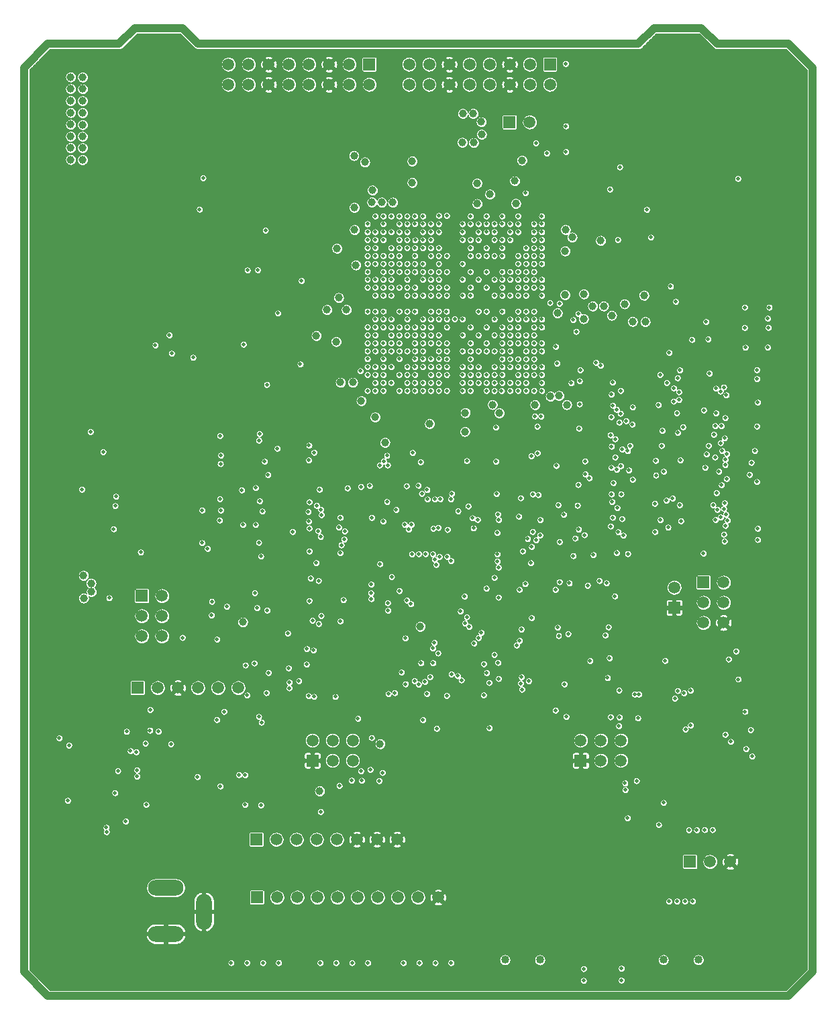
<source format=gbr>
%TF.GenerationSoftware,KiCad,Pcbnew,no-vcs-found-e46fdb0~60~ubuntu17.04.1*%
%TF.CreationDate,2017-09-26T11:00:32+02:00*%
%TF.ProjectId,Cryptech Alpha,437279707465636820416C7068612E6B,rev?*%
%TF.SameCoordinates,Original*%
%TF.FileFunction,Copper,L7,Inr,Plane*%
%TF.FilePolarity,Positive*%
%FSLAX46Y46*%
G04 Gerber Fmt 4.6, Leading zero omitted, Abs format (unit mm)*
G04 Created by KiCad (PCBNEW no-vcs-found-e46fdb0~60~ubuntu17.04.1) date Tue Sep 26 11:00:32 2017*
%MOMM*%
%LPD*%
G01*
G04 APERTURE LIST*
%TA.AperFunction,ViaPad*%
%ADD10C,1.500000*%
%TD*%
%TA.AperFunction,ViaPad*%
%ADD11R,1.500000X1.500000*%
%TD*%
%TA.AperFunction,WasherPad*%
%ADD12C,1.016000*%
%TD*%
%TA.AperFunction,ViaPad*%
%ADD13O,2.000000X4.500000*%
%TD*%
%TA.AperFunction,ViaPad*%
%ADD14O,4.500000X2.000000*%
%TD*%
%TA.AperFunction,ViaPad*%
%ADD15C,0.500000*%
%TD*%
%TA.AperFunction,ViaPad*%
%ADD16C,1.000000*%
%TD*%
%TA.AperFunction,ViaPad*%
%ADD17C,0.600000*%
%TD*%
%TA.AperFunction,Conductor*%
%ADD18C,1.000000*%
%TD*%
%TA.AperFunction,Conductor*%
%ADD19C,0.050000*%
%TD*%
%ADD20C,0.050000*%
G04 APERTURE END LIST*
D10*
%TO.N,AVR_GPIO_1*%
%TO.C,JP5*%
X36580000Y-6000000D03*
%TO.N,GND*%
X54360000Y-6000000D03*
%TO.N,AVR_GPIO_7*%
X51820000Y-6000000D03*
%TO.N,AVR_GPIO_6*%
X49280000Y-6000000D03*
%TO.N,AVR_GPIO_5*%
X46740000Y-6000000D03*
%TO.N,AVR_GPIO_4*%
X44200000Y-6000000D03*
%TO.N,AVR_GPIO_3*%
X41660000Y-6000000D03*
%TO.N,AVR_GPIO_2*%
X39120000Y-6000000D03*
%TO.N,AVR_GPIO_0*%
X34040000Y-6000000D03*
D11*
%TO.N,VCCO_3V3*%
X31500000Y-6000000D03*
%TD*%
%TO.N,GND*%
%TO.C,JP6*%
X84160740Y30530000D03*
D10*
%TO.N,MKM_AVR_MISO*%
X84160740Y33070000D03*
%TD*%
D12*
%TO.N,*%
%TO.C,CN1*%
X67209800Y-13884000D03*
X62800000Y-13884000D03*
%TD*%
%TO.N,*%
%TO.C,CN2*%
X82800000Y-13884000D03*
X87209800Y-13884000D03*
%TD*%
D10*
%TO.N,N/C*%
%TO.C,J1*%
X29133790Y20421600D03*
%TO.N,NRST*%
X26593790Y20421600D03*
%TO.N,SWDIO*%
X24053790Y20421600D03*
%TO.N,GND*%
X21513790Y20421600D03*
%TO.N,SWDCLK*%
X18973790Y20421600D03*
D11*
%TO.N,VCCO_3V3*%
X16433790Y20421600D03*
%TD*%
%TO.N,GND*%
%TO.C,J2*%
X38506390Y11252200D03*
D10*
%TO.N,FT_VREGIN*%
X38506390Y13792200D03*
%TO.N,USB_P*%
X41046390Y11252200D03*
%TO.N,USB_N*%
X41046390Y13792200D03*
%TO.N,FT_RXD1*%
X43586390Y11252200D03*
%TO.N,FT_TXD1*%
X43586390Y13792200D03*
%TD*%
%TO.N,FT_MGMT_TXD1*%
%TO.C,J3*%
X77444590Y13792200D03*
%TO.N,FT_MGMT_RXD1*%
X77444590Y11252200D03*
%TO.N,USB_MGMT_N*%
X74904590Y13792200D03*
%TO.N,USB_MGMT_P*%
X74904590Y11252200D03*
%TO.N,FT_MGMT_VREGIN*%
X72364590Y13792200D03*
D11*
%TO.N,GND*%
X72364590Y11252200D03*
%TD*%
D13*
%TO.N,GND*%
%TO.C,JP1*%
X24800000Y-7800000D03*
D14*
X20000000Y-10600000D03*
%TO.N,PWR_18V*%
X20000000Y-4800000D03*
%TD*%
D10*
%TO.N,NetJP2_2*%
%TO.C,JP2*%
X65916800Y91744800D03*
D11*
%TO.N,15V_LDO_ENABLE*%
X63376800Y91744800D03*
%TD*%
%TO.N,MKM_AVR_MISO*%
%TO.C,JP3*%
X87847000Y33705800D03*
D10*
%TO.N,3V3_BATT*%
X90387000Y33705800D03*
%TO.N,MKM_AVR_SCK*%
X87847000Y31165800D03*
%TO.N,MKM_AVR_MOSI*%
X90387000Y31165800D03*
%TO.N,AVR_RESET*%
X87847000Y28625800D03*
%TO.N,GND*%
X90387000Y28625800D03*
%TD*%
%TO.N,GND*%
%TO.C,JP4*%
X91219330Y-1500000D03*
%TO.N,3V3_BATT*%
X88679330Y-1500000D03*
D11*
%TO.N,VCCO_3V3*%
X86139330Y-1500000D03*
%TD*%
%TO.N,FPGA_CFG_CTRL_ARM_ENA*%
%TO.C,JP7*%
X16980000Y32015000D03*
D10*
%TO.N,SPI_A_TRISTATE*%
X19520000Y32015000D03*
%TO.N,FPGA_CFG_CTRL_FPGA_DIS*%
X16980000Y29475000D03*
%TO.N,SPI_B_TRISTATE*%
X19520000Y29475000D03*
%TO.N,FPGA_PROM_W_N*%
X16980000Y26935000D03*
%TO.N,VCCO_3V3*%
X19520000Y26935000D03*
%TD*%
%TO.N,GND*%
%TO.C,SV1*%
X49190000Y1300000D03*
D11*
%TO.N,VCCO_3V3*%
X31410000Y1300000D03*
D10*
%TO.N,FPGA_JTAG_TCK*%
X33950000Y1300000D03*
%TO.N,FPGA_JTAG_TMS*%
X36490000Y1300000D03*
%TO.N,FPGA_JTAG_TDI*%
X39030000Y1300000D03*
%TO.N,FPGA_JTAG_TDO*%
X41570000Y1300000D03*
%TO.N,GND*%
X44110000Y1300000D03*
X46650000Y1300000D03*
%TD*%
%TO.N,FPGA_GPIO_A_7*%
%TO.C,SV2*%
X50692990Y96494600D03*
%TO.N,FPGA_GPIO_A_6*%
X50692990Y99034600D03*
%TO.N,FPGA_GPIO_A_5*%
X53232990Y96494600D03*
%TO.N,FPGA_GPIO_A_4*%
X53232990Y99034600D03*
%TO.N,GND*%
X55772990Y96494600D03*
X55772990Y99034600D03*
%TO.N,FPGA_GPIO_A_3*%
X58312990Y96494600D03*
%TO.N,FPGA_GPIO_A_2*%
X58312990Y99034600D03*
%TO.N,FPGA_GPIO_A_1*%
X60852990Y96494600D03*
%TO.N,FPGA_GPIO_A_0*%
X60852990Y99034600D03*
%TO.N,GND*%
X63392990Y96494600D03*
X63392990Y99034600D03*
%TO.N,VCCO_3V3*%
X65932990Y96494600D03*
X65932990Y99034600D03*
X68472990Y96494600D03*
D11*
X68472990Y99034600D03*
%TD*%
%TO.N,VCCO_3V3*%
%TO.C,SV3*%
X45689190Y99034600D03*
D10*
X45689190Y96494600D03*
X43149190Y99034600D03*
X43149190Y96494600D03*
%TO.N,GND*%
X40609190Y99034600D03*
X40609190Y96494600D03*
%TO.N,FPGA_GPIO_B_0*%
X38069190Y99034600D03*
%TO.N,FPGA_GPIO_B_1*%
X38069190Y96494600D03*
%TO.N,FPGA_GPIO_B_2*%
X35529190Y99034600D03*
%TO.N,FPGA_GPIO_B_3*%
X35529190Y96494600D03*
%TO.N,GND*%
X32989190Y99034600D03*
X32989190Y96494600D03*
%TO.N,FPGA_GPIO_B_4*%
X30449190Y99034600D03*
%TO.N,FPGA_GPIO_B_5*%
X30449190Y96494600D03*
%TO.N,FPGA_GPIO_B_6*%
X27909190Y99034600D03*
%TO.N,FPGA_GPIO_B_7*%
X27909190Y96494600D03*
%TD*%
D15*
%TO.N,FPGA_DONE_INT*%
X84500000Y-6500000D03*
%TO.N,NetLED18_2*%
X86500000Y-6500000D03*
%TO.N,NetLED18_1*%
X85500000Y-6500000D03*
%TO.N,NetLED13_1*%
X83500000Y-6500000D03*
%TO.N,FPGA_DONE_INT*%
X72725000Y-16500000D03*
%TO.N,NetLED18_2*%
X77496220Y-16469460D03*
%TO.N,NetLED18_1*%
X77496220Y-14963590D03*
%TO.N,NetLED13_1*%
X72750000Y-15000000D03*
%TO.N,GND*%
X66000000Y5500000D03*
D16*
X60660000Y-14963590D03*
X80500000Y-9536420D03*
X89500000Y-15000000D03*
X89487400Y-9500000D03*
X80660000Y-15067780D03*
X69488400Y-15000000D03*
X69488400Y-9000000D03*
X60500000Y-9413610D03*
X85000000Y-8000000D03*
X66500000Y-9000000D03*
D15*
%TO.N,NetLED3_1*%
X39500000Y-14250000D03*
%TO.N,NetLED15_1*%
X56000000Y-14250000D03*
%TO.N,NetLED16_1*%
X54000000Y-14250000D03*
%TO.N,NetLED14_1*%
X52000000Y-14250000D03*
%TO.N,NetLED17_1*%
X50000000Y-14250000D03*
%TO.N,NetLED1_1*%
X45500000Y-14250000D03*
%TO.N,NetLED4_1*%
X43500000Y-14250000D03*
%TO.N,NetLED2_1*%
X41500000Y-14250000D03*
%TO.N,NetLED9_1*%
X34250000Y-14250000D03*
%TO.N,NetLED12_1*%
X32250000Y-14250000D03*
%TO.N,NetLED10_1*%
X30255000Y-14250000D03*
%TO.N,NetLED11_1*%
X28250000Y-14250000D03*
D16*
%TO.N,GND*%
X35750000Y-16750000D03*
X57500000Y-16800000D03*
X48750000Y-16750000D03*
X47000000Y-16750000D03*
X37982000Y-16750000D03*
X27000000Y-16800000D03*
D15*
%TO.N,AVR_GPIO_4*%
X88993380Y2527420D03*
%TO.N,AVR_GPIO_5*%
X87997700Y2527420D03*
%TO.N,AVR_GPIO_6*%
X86998520Y2477410D03*
%TO.N,AVR_GPIO_7*%
X86000000Y2477410D03*
%TO.N,GND*%
X30530800Y-9000000D03*
%TO.N,FPGA_JTAG_TDO*%
X95952200Y67001800D03*
%TO.N,FPGA_JTAG_TCK*%
X95952200Y63352200D03*
%TO.N,FPGA_JTAG_TMS*%
X96052200Y65834400D03*
%TO.N,FPGA_JTAG_TDI*%
X96152200Y68401800D03*
%TO.N,GND*%
X30750000Y-1500000D03*
D16*
%TO.N,PWR_18V*%
X8000000Y88514570D03*
X9500000Y88494600D03*
X9500000Y87000000D03*
X8000000Y87019970D03*
X8000000Y91439570D03*
X9500000Y91419600D03*
X9500000Y89925000D03*
X8000000Y89944970D03*
X8000000Y94439570D03*
X9500000Y94419600D03*
X9500000Y92925000D03*
X8000000Y92944970D03*
X8000000Y95944970D03*
X9500000Y95925000D03*
X9500000Y97419600D03*
X8000000Y97439570D03*
D15*
%TO.N,GND*%
X8250000Y2654120D03*
X11772170Y2692730D03*
D16*
X43593770Y52492120D03*
D15*
%TO.N,USB_MGMT_P*%
X86229210Y15700770D03*
%TO.N,USB_MGMT_N*%
X85575000Y15200000D03*
%TO.N,FMC_D12*%
X54627670Y44227160D03*
%TO.N,FMC_SDNWE*%
X47427310Y41402020D03*
%TO.N,FMC_D11*%
X53950000Y44200000D03*
%TO.N,FMC_NL*%
X58700000Y41823870D03*
%TO.N,FMC_NOE*%
X58827870Y40551980D03*
%TO.N,GND*%
X84554130Y15100740D03*
X87550000Y15025000D03*
X88679330Y15000730D03*
X89125000Y19525000D03*
%TO.N,FT_RXD1*%
X17425000Y13425000D03*
X16275000Y12325000D03*
%TO.N,FT_RTS*%
X15550000Y12450000D03*
%TO.N,GND*%
X12100590Y12500610D03*
X16700000Y8425000D03*
%TO.N,FT_VREGIN*%
X13600000Y7175000D03*
X17512500Y5687500D03*
%TO.N,GND*%
X13550000Y4400000D03*
X11125000Y7400000D03*
%TO.N,*%
X50446300Y77889100D03*
%TO.N,VCC_5V0*%
X82797720Y5925000D03*
X13950000Y9950000D03*
%TO.N,MKM_AVR_SCK*%
X75750000Y21675000D03*
X77200000Y20100000D03*
X77250000Y16700000D03*
%TO.N,SPI_A_TRISTATE*%
X42400000Y31500000D03*
%TO.N,AVR_PANIC*%
X69175000Y32800000D03*
%TO.N,AVR_RESET*%
X76125000Y16750000D03*
%TO.N,MKM_CONTROL_FPGA_DIS*%
X70300000Y20875000D03*
%TO.N,FMC_A24*%
X48900000Y19800000D03*
%TO.N,AVR_GPIO_2*%
X50427460Y31451530D03*
%TO.N,AVR_GPIO_3*%
X50925000Y31000000D03*
%TO.N,ARM_FPGA_CFG_MOSI*%
X48002340Y31126520D03*
%TO.N,MKM_CONTROL_FPGA_DIS*%
X54527660Y36951800D03*
%TO.N,GND*%
X79450000Y21550000D03*
%TO.N,MKM_AVR_MISO*%
X70525000Y16775000D03*
%TO.N,3V3_BATT*%
X75850000Y28075000D03*
%TO.N,MKM_AVR_MISO*%
X87847000Y37378000D03*
%TO.N,AVR_LED3*%
X37800000Y25325000D03*
X45900000Y32375000D03*
%TO.N,AVR_LED2*%
X38650000Y25150000D03*
X45925000Y31650000D03*
X30026470Y9425460D03*
%TO.N,AVR_LED3*%
X29238280Y9450000D03*
%TO.N,AVR_GPIO_1*%
X54125000Y35950000D03*
%TO.N,AVR_GPIO_0*%
X53925000Y36600000D03*
%TO.N,ARM_FPGA_CFG_CS_N*%
X48500000Y34425000D03*
%TO.N,3V3_BATT*%
X47025000Y36050000D03*
%TO.N,AVR_LED4*%
X55452710Y19425950D03*
%TO.N,AVR_GPIO_4*%
X52675000Y21200000D03*
%TO.N,AVR_LED4*%
X44250000Y16550000D03*
%TO.N,MKM_AVR_CS_N*%
X69575000Y27000000D03*
%TO.N,GND*%
X69113400Y12736600D03*
X51436900Y77889100D03*
D16*
X46125000Y85949990D03*
%TO.N,VCCO_3V3*%
X43750000Y87525000D03*
%TO.N,GND*%
X40950000Y87500000D03*
%TO.N,VCCO_3V3*%
X45125000Y86700080D03*
%TO.N,GND*%
X47175000Y87350000D03*
X48700000Y87325000D03*
D15*
%TO.N,FPGA_ENTROPY_DISABLE*%
X49455700Y78905100D03*
%TO.N,FPGA_GPIO_A_7*%
X52452900Y78905100D03*
%TO.N,FPGA_GPIO_A_6*%
X52452900Y79895700D03*
%TO.N,FPGA_GPIO_B_2*%
X51436900Y78905100D03*
%TO.N,FPGA_GPIO_B_1*%
X52452900Y77889100D03*
%TO.N,FPGA_IRQ_N_3*%
X53443500Y77889100D03*
%TO.N,FPGA_GPIO_B_0*%
X51436900Y79895700D03*
%TO.N,VCCO_3V3*%
X50446300Y79895700D03*
%TO.N,AVR_GPIO_FPGA_2*%
X49455700Y79895700D03*
%TO.N,FPGA_GPIO_A_1*%
X54434100Y75882500D03*
%TO.N,FPGA_GPIO_A_0*%
X53443500Y75882500D03*
%TO.N,GND*%
X55450100Y75882500D03*
X57448700Y75882500D03*
%TO.N,FPGA_IRQ_N_0*%
X53443500Y74891900D03*
%TO.N,FMC_NBL2*%
X85279160Y53302600D03*
%TO.N,FMC_A3*%
X84625000Y52575000D03*
%TO.N,FMC_NBL1*%
X90137400Y45987410D03*
X78450000Y47850000D03*
%TO.N,FMC_NBL0*%
X93675000Y47300000D03*
X76471760Y46265120D03*
%TO.N,GND*%
X72202200Y58097800D03*
%TO.N,FMC_D31*%
X76428730Y56027730D03*
X30050000Y23275000D03*
%TO.N,FMC_D30*%
X31175000Y23525000D03*
%TO.N,FMC_D27*%
X90000000Y57807000D03*
%TO.N,GND*%
X52550000Y56400000D03*
%TO.N,FMC_D27*%
X60125000Y23425000D03*
%TO.N,FMC_D26*%
X60500000Y22300000D03*
X84100000Y58200000D03*
X74875000Y61050000D03*
%TO.N,FMC_D21*%
X76400000Y58925000D03*
D16*
%TO.N,GND*%
X55225000Y30175000D03*
D15*
%TO.N,FMC_D25*%
X83225000Y58875000D03*
%TO.N,FMC_D24*%
X82375000Y59900000D03*
%TO.N,FMC_D25*%
X60825000Y21075000D03*
%TO.N,FMC_D24*%
X88600000Y60075000D03*
X74300000Y61425000D03*
%TO.N,FMC_D23*%
X84879140Y60477950D03*
%TO.N,FMC_D21*%
X64900000Y21769670D03*
%TO.N,FMC_D22*%
X64775000Y20975000D03*
D16*
%TO.N,VCCO_3V3*%
X62075000Y55075000D03*
%TO.N,FPGA_VCCINT_1V0*%
X57802820Y55102690D03*
D15*
%TO.N,FMC_D21*%
X90404410Y58327850D03*
%TO.N,FMC_D20*%
X90725000Y57325000D03*
%TO.N,FMC_D1*%
X62375000Y57875000D03*
%TO.N,FMC_D20*%
X63449880Y57874880D03*
%TO.N,FMC_D22*%
X84575000Y59500000D03*
X71175000Y58850000D03*
%TO.N,FMC_A14*%
X76700000Y49500000D03*
%TO.N,FMC_D5*%
X57440220Y58884780D03*
%TO.N,FMC_D1*%
X76150000Y40800000D03*
%TO.N,FMC_D2*%
X90879430Y41527030D03*
%TO.N,FMC_A11*%
X90600000Y49200000D03*
%TO.N,FMC_A10*%
X48000000Y48500000D03*
%TO.N,FMC_A9*%
X47499900Y48999900D03*
%TO.N,FMC_A7*%
X47900000Y49700000D03*
%TO.N,FMC_A8*%
X47000000Y48500000D03*
%TO.N,FMC_A6*%
X78290380Y50290380D03*
X90200000Y50300000D03*
%TO.N,*%
X48440000Y69888100D03*
X47449000Y69888100D03*
X46433100Y69888100D03*
%TO.N,FPGA_CFG_SCLK1*%
X55441360Y69896840D03*
%TO.N,FPGA_VCCINT_1V0*%
X57453420Y69892820D03*
%TO.N,GND*%
X57453420Y67884780D03*
%TO.N,FPGA_PROGRAM_B1*%
X55445380Y66884780D03*
%TO.N,*%
X58453420Y69892820D03*
%TO.N,FPGA_VCCINT_1V0*%
X57453420Y66884780D03*
%TO.N,GND*%
X58453420Y67884780D03*
%TO.N,*%
X54434100Y69888100D03*
%TO.N,FPGA_VCCAUX_1V8*%
X55450100Y70904100D03*
%TO.N,*%
X54434100Y67889500D03*
%TO.N,GND*%
X57448700Y70904100D03*
X58453420Y66884780D03*
%TO.N,*%
X54434100Y66889500D03*
%TO.N,FPGA_VCCAUX_1V8*%
X58448700Y70904100D03*
%TO.N,*%
X54434100Y70904100D03*
X53443500Y69888100D03*
%TO.N,GND*%
X55450100Y71894700D03*
%TO.N,FPGA_VCCAUX_1V8*%
X55445380Y65884780D03*
%TO.N,GND*%
X59453420Y69892820D03*
%TO.N,VCCO_3V3*%
X53443500Y67889500D03*
%TO.N,FPGA_VCCINT_1V0*%
X57448700Y71894700D03*
%TO.N,GND*%
X57453420Y65884780D03*
%TO.N,*%
X59453420Y67884780D03*
X53443500Y66889500D03*
%TO.N,GND*%
X58448700Y71894700D03*
%TO.N,FPGA_VCCINT_1V0*%
X58453420Y65884780D03*
%TO.N,GND*%
X59453420Y66884780D03*
%TO.N,*%
X53443500Y70904100D03*
%TO.N,VCCO_3V3*%
X54434100Y71894700D03*
%TO.N,GND*%
X54434100Y65889500D03*
X59448700Y70904100D03*
%TO.N,*%
X52452900Y69888100D03*
%TO.N,FPGA_VCCAUX_1V8*%
X55450100Y72885300D03*
%TO.N,GND*%
X52452900Y67889500D03*
X57448700Y72885300D03*
X55445380Y64884770D03*
X60453420Y69892820D03*
%TO.N,FPGA_VCCAUX_1V8*%
X57453420Y64884770D03*
%TO.N,FPGA_VCCINT_1V0*%
X60453420Y67884780D03*
%TO.N,*%
X53443500Y71894700D03*
X53443500Y65889500D03*
%TO.N,FPGA_VCCINT_1V0*%
X59448700Y71894700D03*
%TO.N,GND*%
X59453420Y65884780D03*
%TO.N,FMC_D11*%
X52452900Y66889500D03*
%TO.N,FPGA_VCCINT_1V0*%
X58448700Y72885300D03*
%TO.N,GND*%
X52452900Y70904100D03*
%TO.N,*%
X54434100Y72885300D03*
%TO.N,GND*%
X58453420Y64884770D03*
X60453420Y66884780D03*
%TO.N,FPGA_JTAG_TDI*%
X54434100Y64889500D03*
%TO.N,FPGA_VCCINT_1V0*%
X60448700Y70904100D03*
%TO.N,*%
X52452900Y71894700D03*
X53443500Y72885300D03*
X52452900Y65889500D03*
%TO.N,GND*%
X59448700Y72885300D03*
%TO.N,*%
X53443500Y64889500D03*
%TO.N,GND*%
X60448700Y71894700D03*
%TO.N,FPGA_VCCINT_1V0*%
X59453420Y64884770D03*
X60453420Y65884780D03*
%TO.N,VCCO_3V3*%
X55445380Y63884770D03*
%TO.N,FPGA_VCCINT_1V0*%
X61453430Y69892820D03*
%TO.N,GND*%
X57453420Y63884770D03*
X61453430Y67884780D03*
%TO.N,*%
X51436900Y69888100D03*
%TO.N,GND*%
X55450100Y73901300D03*
%TO.N,*%
X51436900Y67889500D03*
%TO.N,FPGA_DONE_INT*%
X57448700Y73901300D03*
%TO.N,FPGA_VCCINT_1V0*%
X58453420Y63884770D03*
X61453430Y66884780D03*
%TO.N,FPGA_JTAG_TMS*%
X54434100Y63889500D03*
%TO.N,GND*%
X61448700Y70904100D03*
X51436900Y66889500D03*
X58448700Y73901300D03*
%TO.N,*%
X51436900Y70904100D03*
X54434100Y73901300D03*
X52452900Y72885300D03*
%TO.N,VCCO_3V3*%
X52452900Y64889500D03*
%TO.N,FPGA_VCCINT_1V0*%
X60448700Y72885300D03*
%TO.N,GND*%
X60453420Y64884770D03*
%TO.N,*%
X53443500Y63889500D03*
%TO.N,FPGA_VCCINT_1V0*%
X61448700Y71894700D03*
%TO.N,GND*%
X59453420Y63884770D03*
X61453430Y65884780D03*
X53443500Y73901300D03*
%TO.N,*%
X51436900Y65889500D03*
%TO.N,GND*%
X59448700Y73901300D03*
%TO.N,VCCO_3V3*%
X50446300Y69888100D03*
X55450100Y74891900D03*
%TO.N,*%
X50446300Y67889500D03*
%TO.N,GND*%
X57448700Y74891900D03*
%TO.N,FPGA_INIT_B_INT1*%
X55445380Y62884780D03*
%TO.N,*%
X62453420Y69892820D03*
%TO.N,FPGA_M0*%
X57453420Y62884780D03*
%TO.N,*%
X62453420Y67884780D03*
X52452900Y63889500D03*
%TO.N,GND*%
X61448700Y72885300D03*
%TO.N,*%
X50446300Y66889500D03*
X58448700Y74891900D03*
X50446300Y70904100D03*
X54434100Y74891900D03*
%TO.N,VCCO_3V3*%
X51436900Y72885300D03*
%TO.N,*%
X52452900Y73901300D03*
%TO.N,FPGA_M1*%
X58453420Y62884780D03*
%TO.N,GND*%
X62453420Y66884780D03*
%TO.N,FPGA_VCCINT_1V0*%
X60453420Y63884770D03*
X61453430Y64884770D03*
%TO.N,FPGA_JTAG_TDO*%
X54434100Y62889500D03*
%TO.N,*%
X62448700Y70904100D03*
X51436900Y64889500D03*
%TO.N,GND*%
X60448700Y73901300D03*
%TO.N,*%
X50446300Y71894700D03*
X50446300Y65889500D03*
X59448700Y74891900D03*
%TO.N,GND*%
X53443500Y62889500D03*
%TO.N,*%
X62448700Y71894700D03*
%TO.N,FPGA_M2*%
X59453420Y62884780D03*
%TO.N,*%
X62453420Y65884780D03*
%TO.N,GND*%
X61453430Y63884770D03*
%TO.N,*%
X51436900Y63889500D03*
%TO.N,GND*%
X61448700Y73901300D03*
%TO.N,*%
X51436900Y73901300D03*
%TO.N,GND*%
X49455700Y69888100D03*
%TO.N,*%
X49455700Y67889500D03*
X50446300Y72885300D03*
X52452900Y62889500D03*
%TO.N,VCCO_3V3*%
X62448700Y72885300D03*
%TO.N,*%
X50446300Y64889500D03*
X60448700Y74891900D03*
%TO.N,FPGA_JTAG_TCK*%
X55445380Y61884780D03*
%TO.N,*%
X63453420Y69892820D03*
%TO.N,GND*%
X57453420Y61884780D03*
X63453420Y67884780D03*
%TO.N,VCCO_3V3*%
X60453420Y62884780D03*
%TO.N,*%
X62453420Y64884770D03*
%TO.N,GND*%
X49455700Y66889500D03*
%TO.N,*%
X58448700Y75882500D03*
X49455700Y70904100D03*
X58453420Y61884780D03*
X63453420Y66884780D03*
X54434100Y61889500D03*
%TO.N,GND*%
X63448700Y70904100D03*
X49455700Y71894700D03*
%TO.N,VCCO_3V3*%
X49455700Y65889500D03*
%TO.N,GND*%
X59448700Y75882500D03*
%TO.N,*%
X53443500Y61889500D03*
X63448700Y71894700D03*
%TO.N,GND*%
X59453420Y61884780D03*
%TO.N,*%
X63453420Y65884780D03*
%TO.N,GND*%
X50446300Y63889500D03*
%TO.N,*%
X61448700Y74891900D03*
X61453430Y62884780D03*
X62453420Y63884770D03*
X50446300Y73901300D03*
%TO.N,FPGA_IRQ_N_1*%
X51436900Y74891900D03*
%TO.N,*%
X51436900Y62889500D03*
%TO.N,GND*%
X62448700Y73901300D03*
%TO.N,*%
X49455700Y72885300D03*
%TO.N,VCCO_3V3*%
X52452900Y75882500D03*
%TO.N,*%
X49455700Y64889500D03*
X60448700Y75882500D03*
X52452900Y61889500D03*
X63448700Y72885300D03*
%TO.N,GND*%
X60453420Y61884780D03*
%TO.N,VCCO_3V3*%
X63453420Y64884770D03*
%TO.N,FMC_D26*%
X55445380Y60884780D03*
%TO.N,*%
X64453420Y69892820D03*
%TO.N,FMC_CLK*%
X57453420Y60884780D03*
%TO.N,VCCO_3V3*%
X64453420Y67884780D03*
%TO.N,GND*%
X55450100Y76898500D03*
X48439700Y67889500D03*
%TO.N,*%
X57448700Y76898500D03*
%TO.N,FMC_D24*%
X58453420Y60884780D03*
%TO.N,*%
X64453420Y66884780D03*
X64448700Y70904100D03*
X48439700Y66889500D03*
X58448700Y76898500D03*
X48439700Y70904100D03*
%TO.N,GND*%
X54434100Y76898500D03*
X50446300Y74891900D03*
%TO.N,*%
X50446300Y62889500D03*
X62448700Y74891900D03*
X62453420Y62884780D03*
X49455700Y63889500D03*
%TO.N,GND*%
X61448700Y75882500D03*
%TO.N,*%
X49455700Y73901300D03*
X51436900Y75882500D03*
X64448700Y71894700D03*
X59453420Y60884780D03*
X64453420Y65884780D03*
%TO.N,GND*%
X61453430Y61884780D03*
%TO.N,*%
X63453420Y63884770D03*
X48439700Y71894700D03*
%TO.N,FPGA_GPIO_B_3*%
X53443500Y76898500D03*
%TO.N,*%
X48439700Y65889500D03*
X59448700Y76898500D03*
%TO.N,VCCO_3V3*%
X51436900Y61889500D03*
%TO.N,GND*%
X63448700Y73901300D03*
%TO.N,*%
X52452900Y60889500D03*
X64448700Y72885300D03*
X48439700Y72885300D03*
%TO.N,GND*%
X60453420Y60884780D03*
%TO.N,FMC_D25*%
X64453420Y64884770D03*
%TO.N,*%
X48439700Y64889500D03*
%TO.N,GND*%
X60448700Y76898500D03*
%TO.N,*%
X49455700Y74891900D03*
%TO.N,FPGA_IRQ_N_2*%
X50446300Y75882500D03*
%TO.N,*%
X49455700Y62889500D03*
X62448700Y75882500D03*
%TO.N,GND*%
X55450100Y77889100D03*
%TO.N,*%
X57448700Y77889100D03*
X65453430Y69892820D03*
%TO.N,FMC_D6*%
X57453420Y59884770D03*
%TO.N,*%
X65453430Y67884780D03*
%TO.N,GND*%
X50446300Y61889500D03*
X63448700Y74891900D03*
%TO.N,VCCO_3V3*%
X62453420Y61884780D03*
%TO.N,Net1*%
X63453420Y62884780D03*
%TO.N,*%
X47449100Y66889500D03*
%TO.N,GND*%
X58448700Y77889100D03*
%TO.N,VCCO_3V3*%
X47449100Y70904100D03*
%TO.N,FPGA_GPIO_A_4*%
X54434100Y77889100D03*
%TO.N,VCCO_3V3*%
X58453420Y59884770D03*
%TO.N,*%
X65453430Y66884780D03*
X65448700Y70904100D03*
X61453430Y60884780D03*
X64453420Y63884770D03*
%TO.N,FPGA_CFG_CS_N1*%
X48439700Y63889500D03*
%TO.N,*%
X61448700Y76898500D03*
%TO.N,FMC_NOE*%
X51436900Y60889500D03*
%TO.N,*%
X64448700Y73901300D03*
%TO.N,VCCO_3V3*%
X48439700Y73901300D03*
%TO.N,*%
X47449100Y71894700D03*
X47449100Y65889500D03*
X59448700Y77889100D03*
%TO.N,FMC_A11*%
X53443500Y59889500D03*
%TO.N,VCCO_3V3*%
X65448700Y71894700D03*
%TO.N,*%
X59453420Y59884770D03*
%TO.N,GND*%
X65453430Y65884780D03*
%TO.N,*%
X49455700Y75882500D03*
X47449100Y72885300D03*
%TO.N,FMC_D29*%
X49455700Y61889500D03*
%TO.N,GND*%
X63448700Y75882500D03*
X47449100Y64889500D03*
%TO.N,*%
X60448700Y77889100D03*
%TO.N,GND*%
X52452900Y59889500D03*
%TO.N,*%
X65448700Y72885300D03*
X60453420Y59884770D03*
X65453430Y64884770D03*
%TO.N,FMC_NE1*%
X63453420Y61884780D03*
%TO.N,FMC_NL*%
X50446300Y60889500D03*
%TO.N,*%
X64448700Y74891900D03*
X62453420Y60884780D03*
%TO.N,GND*%
X64453420Y62884780D03*
%TO.N,*%
X48439700Y74891900D03*
%TO.N,FPGA_GCLK*%
X50446300Y76898500D03*
%TO.N,VCCO_3V3*%
X48439700Y62889500D03*
%TO.N,*%
X62448700Y76898500D03*
%TO.N,GND*%
X55445380Y58884780D03*
X66453420Y69892820D03*
%TO.N,*%
X66453420Y67884780D03*
%TO.N,GND*%
X55450100Y78905100D03*
%TO.N,*%
X46433100Y67889500D03*
X57448700Y78905100D03*
X47449100Y63889500D03*
X61448700Y77889100D03*
X47449100Y73901300D03*
X58453420Y58884780D03*
X66453420Y66884780D03*
%TO.N,FMC_A5*%
X54434100Y58889500D03*
%TO.N,*%
X66448700Y70904100D03*
%TO.N,FMC_A18*%
X61453430Y59884770D03*
%TO.N,*%
X65453430Y63884770D03*
%TO.N,FMC_A3*%
X51436900Y59889500D03*
%TO.N,*%
X65448700Y73901300D03*
%TO.N,VCCO_3V3*%
X46433100Y66889500D03*
%TO.N,*%
X58448700Y78905100D03*
X46433100Y70904100D03*
%TO.N,FPGA_GPIO_A_5*%
X54434100Y78905100D03*
%TO.N,FMC_A10*%
X53443500Y58889500D03*
%TO.N,*%
X66448700Y71894700D03*
%TO.N,FMC_A16*%
X59453420Y58884780D03*
%TO.N,*%
X66453420Y65884780D03*
X46433100Y71894700D03*
%TO.N,VCCO_3V3*%
X53443500Y78905100D03*
%TO.N,FMC_D31*%
X46433100Y65889500D03*
%TO.N,*%
X59448700Y78905100D03*
%TO.N,GND*%
X49455700Y60889500D03*
X64448700Y75882500D03*
%TO.N,*%
X48439700Y75882500D03*
%TO.N,VCCO_3V3*%
X49455700Y76898500D03*
%TO.N,*%
X63453420Y60884780D03*
%TO.N,FMC_D23*%
X64453420Y61884780D03*
%TO.N,GND*%
X48439700Y61889500D03*
%TO.N,*%
X63448700Y76898500D03*
X47449100Y74891900D03*
%TO.N,FMC_D12*%
X47449100Y62889500D03*
%TO.N,GND*%
X62448700Y77889100D03*
%TO.N,FMC_A7*%
X52452900Y58889500D03*
%TO.N,*%
X66448700Y72885300D03*
%TO.N,FMC_A0*%
X50446300Y59889500D03*
%TO.N,*%
X65448700Y74891900D03*
%TO.N,FMC_A17*%
X60453420Y58884780D03*
%TO.N,*%
X66453420Y64884770D03*
%TO.N,FMC_NWAIT*%
X62453420Y59884770D03*
%TO.N,FPGA_GPIO_LED_0*%
X65453430Y62884780D03*
%TO.N,GND*%
X46433100Y72885300D03*
%TO.N,FMC_D30*%
X46433100Y64889500D03*
%TO.N,*%
X60448700Y78905100D03*
%TO.N,FMC_A14*%
X55445380Y57884780D03*
%TO.N,GND*%
X45442500Y69888100D03*
%TO.N,*%
X67453420Y69892820D03*
%TO.N,FMC_D4*%
X57453420Y57884780D03*
%TO.N,*%
X45442500Y67889500D03*
%TO.N,GND*%
X57448700Y79895700D03*
%TO.N,VCCO_3V3*%
X61453430Y58884780D03*
X66453420Y63884770D03*
%TO.N,*%
X66448700Y73901300D03*
X46433100Y63889500D03*
X61448700Y78905100D03*
X46433100Y73901300D03*
%TO.N,FMC_A12*%
X58453420Y57884780D03*
%TO.N,VCCO_3V3*%
X67453420Y66884780D03*
%TO.N,*%
X58448700Y79895700D03*
%TO.N,FMC_A6*%
X54434100Y57889500D03*
%TO.N,*%
X45442500Y70904100D03*
X67448700Y70904100D03*
X64453420Y60884780D03*
%TO.N,DIGITIZED_NOISE*%
X48439700Y60889500D03*
%TO.N,GND*%
X64448700Y76898500D03*
X48439700Y76898500D03*
X47449100Y75882500D03*
%TO.N,FPGA_GPIO_B_4*%
X49455700Y77889100D03*
%TO.N,FMC_D8*%
X49455700Y59889500D03*
%TO.N,*%
X65448700Y75882500D03*
%TO.N,FMC_D28*%
X47449100Y61889500D03*
%TO.N,*%
X63448700Y77889100D03*
%TO.N,GND*%
X63453420Y59884770D03*
%TO.N,MKM_FPGA_SCK*%
X65453430Y61884780D03*
%TO.N,VCCO_3V3*%
X53443500Y57889500D03*
%TO.N,*%
X45442500Y71894700D03*
X67448700Y71894700D03*
%TO.N,GND*%
X59453420Y57884780D03*
%TO.N,FPGA_CFG_MOSI1*%
X45442500Y65889500D03*
%TO.N,*%
X67453420Y65884780D03*
%TO.N,GND*%
X59448700Y79895700D03*
%TO.N,VCCO_3V3*%
X50446300Y58889500D03*
X66448700Y74891900D03*
%TO.N,FMC_NWE*%
X62453420Y58884780D03*
%TO.N,FMC_D3*%
X66453420Y62884780D03*
%TO.N,*%
X46433100Y74891900D03*
X50446300Y78905100D03*
X46433100Y62889500D03*
X62448700Y78905100D03*
%TO.N,FMC_A8*%
X52452900Y57889500D03*
%TO.N,*%
X45442500Y72885300D03*
%TO.N,GND*%
X67448700Y72885300D03*
%TO.N,FMC_A15*%
X60453420Y57884780D03*
%TO.N,FPGA_CFG_MISO1*%
X45442500Y64889500D03*
%TO.N,*%
X60448700Y79895700D03*
%TO.N,FMC_D10*%
X47449100Y60889500D03*
%TO.N,*%
X64448700Y77889100D03*
X47449100Y76898500D03*
X48439700Y77889100D03*
%TO.N,FMC_D21*%
X64453420Y59884770D03*
%TO.N,VCCO_3V3*%
X65453430Y60884780D03*
%TO.N,GND*%
X48439700Y59889500D03*
X65448700Y76898500D03*
%TO.N,FMC_D0*%
X61453430Y57884780D03*
%TO.N,VCCO_3V3*%
X45442500Y63889500D03*
%TO.N,FPGA_GPIO_LED_1*%
X67453420Y63884770D03*
%TO.N,GND*%
X61448700Y79895700D03*
%TO.N,FMC_A1*%
X51436900Y57889500D03*
%TO.N,*%
X45442500Y73901300D03*
X67448700Y73901300D03*
%TO.N,GND*%
X49455700Y58889500D03*
%TO.N,*%
X66448700Y75882500D03*
%TO.N,FMC_A13*%
X66453420Y61884780D03*
%TO.N,*%
X46433100Y75882500D03*
%TO.N,GND*%
X46433100Y61889500D03*
%TO.N,*%
X63448700Y78905100D03*
%TO.N,FMC_A4*%
X50446300Y57889500D03*
%TO.N,VCCO_3V3*%
X45442500Y74891900D03*
%TO.N,*%
X67448700Y74891900D03*
%TO.N,NetR65_1*%
X45442500Y62889500D03*
%TO.N,FMC_D2*%
X67453420Y62884780D03*
%TO.N,*%
X62448700Y79895700D03*
%TO.N,FPGA_GPIO_B_6*%
X47449100Y77889100D03*
%TO.N,VCCO_3V3*%
X47449100Y59889500D03*
%TO.N,GND*%
X65448700Y77889100D03*
%TO.N,FMC_D17*%
X65453430Y59884770D03*
%TO.N,FMC_D22*%
X64453420Y58884780D03*
%TO.N,MKM_FPGA_CS_N*%
X66453420Y60884780D03*
%TO.N,FMC_A25*%
X48439700Y58889500D03*
%TO.N,*%
X66448700Y76898500D03*
X46433100Y60889500D03*
X64448700Y78905100D03*
X46433100Y76898500D03*
%TO.N,GND*%
X48439700Y78905100D03*
%TO.N,FMC_A24*%
X49455700Y57889500D03*
%TO.N,*%
X45442500Y75882500D03*
X67448700Y75882500D03*
X45442500Y61889500D03*
%TO.N,GND*%
X67453420Y61884780D03*
X63448700Y79895700D03*
%TO.N,FPGA_GPIO_LED_3*%
X47449100Y58889500D03*
%TO.N,*%
X66448700Y77889100D03*
%TO.N,FMC_D18*%
X65453430Y58884780D03*
%TO.N,*%
X66453420Y59884770D03*
%TO.N,VCCO_3V3*%
X46433100Y77889100D03*
%TO.N,AVR_GPIO_FPGA_0*%
X47449100Y78905100D03*
%TO.N,FMC_A22*%
X46433100Y59889500D03*
%TO.N,GND*%
X65448700Y78905100D03*
%TO.N,VCCO_3V3*%
X64453420Y57884780D03*
%TO.N,FPGA_GPIO_LED_2*%
X45442500Y60889500D03*
%TO.N,MKM_FPGA_MOSI*%
X67453420Y60884780D03*
%TO.N,*%
X64448700Y79895700D03*
X45442500Y76898500D03*
X67448700Y76898500D03*
%TO.N,AVR_GPIO_FPGA_3*%
X48439700Y79895700D03*
%TO.N,GND*%
X66453420Y58884780D03*
%TO.N,FMC_D9*%
X46433100Y58889500D03*
%TO.N,*%
X66448700Y78905100D03*
%TO.N,FPGA_GPIO_B_7*%
X45442500Y77889100D03*
%TO.N,VCCO_3V3*%
X67448700Y77889100D03*
%TO.N,AVR_GPIO_FPGA_1*%
X47449100Y79895700D03*
%TO.N,FMC_D16*%
X65453430Y57884780D03*
%TO.N,FMC_A23*%
X45442500Y59889500D03*
%TO.N,MKM_FPGA_MISO*%
X67453420Y59884770D03*
%TO.N,GND*%
X65448700Y79895700D03*
%TO.N,FMC_D15*%
X66453420Y57884780D03*
%TO.N,GND*%
X45442500Y58889500D03*
%TO.N,FMC_D13*%
X67453420Y58884780D03*
%TO.N,GND*%
X66448700Y79895700D03*
%TO.N,FMC_A19*%
X46433100Y57889500D03*
%TO.N,*%
X45442500Y78905100D03*
X67448700Y78905100D03*
%TO.N,FPGA_GPIO_B_5*%
X46433100Y79895700D03*
%TO.N,FMC_A20*%
X45442500Y57889500D03*
%TO.N,FMC_D14*%
X67453420Y57884780D03*
%TO.N,*%
X67448700Y79895700D03*
%TO.N,FPGA_VCCAUX_1V8*%
X55424700Y67889500D03*
%TO.N,GND*%
X46431200Y78909800D03*
X56413400Y79959200D03*
%TO.N,FPGA_GPIO_A_2*%
X55448200Y79959200D03*
%TO.N,FPGA_GPIO_A_3*%
X54457600Y79959200D03*
D16*
%TO.N,GND*%
X7250000Y82000000D03*
X8250000Y82000000D03*
X9250000Y82000000D03*
X10250000Y82000000D03*
X11250000Y82000000D03*
X12250000Y82000000D03*
X13250000Y82000000D03*
X14250000Y82000000D03*
X15250000Y82000000D03*
X16250000Y82000000D03*
X17250000Y82000000D03*
X18250000Y82000000D03*
X18250000Y80750000D03*
X17250000Y80750000D03*
X16250000Y80750000D03*
X15250000Y80750000D03*
X14250000Y80750000D03*
X13250000Y80750000D03*
X12250000Y80750000D03*
X11250000Y80750000D03*
X10250000Y80750000D03*
X9250000Y80750000D03*
X8250000Y80750000D03*
X7250000Y80750000D03*
X18250000Y79500000D03*
X17250000Y79500000D03*
X16250000Y79500000D03*
X15250000Y79500000D03*
X14250000Y79500000D03*
X13250000Y79500000D03*
X12250000Y79500000D03*
X11250000Y79500000D03*
X10250000Y79500000D03*
X9250000Y79500000D03*
X8250000Y79500000D03*
X7250000Y79500000D03*
X18250000Y78250000D03*
X17250000Y78250000D03*
X16250000Y78250000D03*
X15250000Y78250000D03*
X14250000Y78250000D03*
X13250000Y78250000D03*
X12250000Y78250000D03*
X11250000Y78250000D03*
X10250000Y78250000D03*
X9250000Y78250000D03*
X8250000Y78250000D03*
X7250000Y78250000D03*
X18250000Y77000000D03*
X17250000Y77000000D03*
X16250000Y77000000D03*
X15250000Y77000000D03*
X14250000Y77000000D03*
X13250000Y77000000D03*
X12250000Y77000000D03*
X11250000Y77000000D03*
X10250000Y77000000D03*
X9250000Y77000000D03*
X8250000Y77000000D03*
X7250000Y77000000D03*
X18250000Y75750000D03*
X17250000Y75750000D03*
X16250000Y75750000D03*
X15250000Y75750000D03*
X14250000Y75750000D03*
X13250000Y75750000D03*
X12250000Y75750000D03*
X11250000Y75750000D03*
X10250000Y75750000D03*
X9250000Y75750000D03*
X8250000Y75750000D03*
X7250000Y75750000D03*
X18250000Y74500000D03*
X17250000Y74500000D03*
X16250000Y74500000D03*
X15250000Y74500000D03*
X14250000Y74500000D03*
X13250000Y74500000D03*
X12250000Y74500000D03*
X11250000Y74500000D03*
X10250000Y74500000D03*
X9250000Y74500000D03*
X8250000Y74500000D03*
X7250000Y74500000D03*
%TO.N,FPGA_VCCAUX_1V8*%
X47250000Y81625000D03*
X48650000Y81625000D03*
X46075000Y83150000D03*
X44000000Y73725000D03*
%TO.N,FPGA_VCCINT_1V0*%
X41825000Y69600000D03*
X40350000Y68100000D03*
X42800000Y68100000D03*
%TO.N,VCCO_3V3*%
X41500000Y64075000D03*
%TO.N,GND*%
X39025000Y62075000D03*
X41475000Y62025000D03*
%TO.N,FPGA_VCCINT_1V0*%
X43600000Y58924980D03*
X44675000Y56600000D03*
%TO.N,GND*%
X41050000Y54450000D03*
X51300000Y53800000D03*
%TO.N,VCCO_3V3*%
X53300000Y53725000D03*
%TO.N,FPGA_VCCINT_1V0*%
X57750000Y52725000D03*
%TO.N,GND*%
X55700000Y52700000D03*
X55775000Y55075000D03*
X67950000Y51650000D03*
X69750040Y51650000D03*
%TO.N,VCCO_3V3*%
X68550000Y57175000D03*
X66600000Y56100000D03*
%TO.N,FPGA_VCCINT_1V0*%
X61225000Y56125000D03*
%TO.N,GND*%
X70500000Y64675000D03*
X72750000Y64300000D03*
X76325000Y64300000D03*
X73825000Y63050000D03*
X75325000Y63050000D03*
%TO.N,FPGA_VCCINT_1V0*%
X75250000Y68550000D03*
X73875000Y68550000D03*
X76275000Y67375000D03*
X69425000Y67675000D03*
X77900000Y68825000D03*
X78900000Y66600000D03*
X80500000Y66575000D03*
X80350000Y69900000D03*
X70375000Y69975000D03*
%TO.N,GND*%
X70375000Y71950000D03*
X72750000Y72025000D03*
X80400000Y73050000D03*
X78975000Y73025000D03*
X77925000Y74700000D03*
X81450000Y74625000D03*
X70350000Y73825000D03*
X74825000Y74525000D03*
%TO.N,VCCO_3V3*%
X71275000Y77225000D03*
X74875000Y76800000D03*
%TO.N,GND*%
X69275000Y80925000D03*
X68125000Y81450000D03*
%TO.N,VCCO_3V3*%
X64175000Y81475000D03*
%TO.N,GND*%
X62875000Y82675000D03*
%TO.N,FPGA_VCCINT_1V0*%
X60900000Y82650000D03*
X59300000Y81450000D03*
%TO.N,GND*%
X55350000Y81525000D03*
%TO.N,FPGA_VCCINT_1V0*%
X59275000Y84025000D03*
%TO.N,GND*%
X55325000Y84000000D03*
X62200000Y86850000D03*
X61000000Y85575000D03*
%TO.N,VCCO_3V3*%
X64950000Y86925000D03*
%TO.N,FPGA_VCCAUX_1V8*%
X51100000Y84125000D03*
X51100000Y86825000D03*
%TO.N,GND*%
X54025000Y85750000D03*
X54025000Y83050000D03*
X49725000Y86075000D03*
X52300000Y89200000D03*
X50925000Y89175000D03*
X50925000Y92800000D03*
X52300000Y92775000D03*
X49925000Y91725000D03*
X49950000Y90275000D03*
%TO.N,FPGA_VCCINT_1V0*%
X57475000Y92825000D03*
X58800000Y92825000D03*
X59825000Y91775000D03*
X59850000Y90200000D03*
X57425000Y89175000D03*
X58850000Y89150000D03*
%TO.N,VCCO_3V3*%
X64025000Y84325000D03*
%TO.N,GND*%
X39525000Y86450000D03*
%TO.N,VCCO_3V3*%
X43800000Y80975000D03*
%TO.N,GND*%
X42075010Y80975000D03*
%TO.N,VCCO_3V3*%
X43825000Y78175000D03*
%TO.N,GND*%
X42200000Y78175000D03*
%TO.N,VCCO_3V3*%
X41600000Y75825000D03*
%TO.N,GND*%
X42450000Y72675000D03*
X42875000Y66100000D03*
X40350000Y66375000D03*
X38775000Y76600000D03*
X39900000Y76600000D03*
X40375000Y79200000D03*
X38775000Y72825000D03*
X39825000Y72800000D03*
X38750000Y75425000D03*
X39875000Y75375000D03*
%TO.N,FPGA_VCCAUX_1V8*%
X46025000Y81650000D03*
%TO.N,GND*%
X24275000Y99850000D03*
X24275000Y98350000D03*
X24275000Y94850000D03*
X24275000Y93350000D03*
X24275000Y89850000D03*
X24275000Y88250000D03*
X5150000Y53724980D03*
X5100000Y54900000D03*
X6400000Y56700000D03*
X7700000Y56700000D03*
X7800000Y58900000D03*
X6500000Y58900000D03*
X5100000Y61600000D03*
X5100000Y60300000D03*
X12100000Y67900000D03*
X12100000Y66500000D03*
X13800000Y69600000D03*
X32900000Y54000000D03*
X36500000Y54200000D03*
X24800000Y51400000D03*
X24800000Y49900000D03*
X24800000Y47000000D03*
X24800000Y45500000D03*
X7200000Y40150000D03*
X7200000Y42100000D03*
X4150000Y40150000D03*
X4100000Y42100000D03*
%TO.N,VCCO_3V3*%
X9625000Y34575000D03*
X10575000Y33600000D03*
X10625000Y32525000D03*
X9650000Y31725000D03*
X29725000Y28700000D03*
%TO.N,GND*%
X29750000Y24450000D03*
X92300000Y6200000D03*
X86425000Y5075000D03*
X74850000Y8475000D03*
X48275000Y8500000D03*
X26850000Y8975000D03*
X7750000Y17050000D03*
X25275000Y16900000D03*
%TO.N,VCCO_3V3*%
X47650000Y51350000D03*
%TO.N,GND*%
X43549990Y51350000D03*
%TO.N,VCCO_3V3*%
X70400000Y75500000D03*
%TO.N,GND*%
X74300000Y73300000D03*
D15*
%TO.N,VCCO_3V3*%
X94600000Y60500000D03*
X94600000Y59377200D03*
%TO.N,GND*%
X94100000Y62000000D03*
X93300000Y57800000D03*
X94600000Y58400000D03*
%TO.N,VCCO_3V3*%
X94700000Y56400000D03*
%TO.N,GND*%
X94600000Y55400000D03*
%TO.N,VCCO_3V3*%
X94600000Y53400000D03*
%TO.N,GND*%
X94600000Y52400000D03*
%TO.N,VCCO_3V3*%
X94600000Y46400000D03*
%TO.N,GND*%
X94676800Y45423200D03*
X94795600Y41495600D03*
%TO.N,VCCO_3V3*%
X94695600Y40495600D03*
X94692000Y39108000D03*
%TO.N,GND*%
X93500000Y38100000D03*
X79000000Y60400000D03*
X77505400Y58894600D03*
%TO.N,VCCO_3V3*%
X77405400Y57894600D03*
%TO.N,GND*%
X77424400Y56024400D03*
%TO.N,VCCO_3V3*%
X77375600Y55024400D03*
%TO.N,GND*%
X73556800Y61456800D03*
%TO.N,VCCO_3V3*%
X72202200Y59097800D03*
X72300000Y60500000D03*
X72200000Y56200000D03*
X72128800Y53128800D03*
%TO.N,GND*%
X72128800Y52128800D03*
X60934600Y50865400D03*
X56588800Y51511200D03*
X50147600Y50052400D03*
%TO.N,VCCO_3V3*%
X51147600Y50052400D03*
%TO.N,GND*%
X39717600Y50082400D03*
X31235800Y44935800D03*
%TO.N,VCCO_3V3*%
X31335800Y45635800D03*
X31321800Y40978200D03*
X29721800Y40978200D03*
%TO.N,GND*%
X29821800Y41978200D03*
X29550000Y38550000D03*
X29417600Y36717600D03*
X27207800Y33007800D03*
X27550000Y32050000D03*
%TO.N,VCCO_3V3*%
X31223000Y32377000D03*
%TO.N,GND*%
X31123000Y31377000D03*
%TO.N,VCCO_3V3*%
X38000000Y19400000D03*
%TO.N,GND*%
X32700000Y39300000D03*
%TO.N,VCCO_3V3*%
X38700000Y19300000D03*
%TO.N,GND*%
X39200000Y21400000D03*
X37800000Y21600000D03*
%TO.N,BOOT0*%
X41400000Y19300000D03*
%TO.N,GND*%
X40470200Y20729800D03*
D16*
%TO.N,VCCO_3V3*%
X47050000Y13350000D03*
%TO.N,GND*%
X48450000Y13350000D03*
D15*
%TO.N,VCCO_3V3*%
X54186200Y15286200D03*
%TO.N,GND*%
X55186200Y15313800D03*
%TO.N,VCCO_3V3*%
X60841000Y15341000D03*
%TO.N,GND*%
X62400000Y15951200D03*
X67529000Y21971000D03*
X68584000Y23684000D03*
X67792600Y23007400D03*
%TO.N,VCCO_3V3*%
X66156600Y29243400D03*
%TO.N,GND*%
X66156600Y30243400D03*
X66038400Y35161600D03*
%TO.N,VCCO_3V3*%
X66061600Y36161600D03*
%TO.N,GND*%
X66285400Y41114600D03*
%TO.N,VCCO_3V3*%
X66285400Y40114600D03*
X68080000Y87820000D03*
X66700400Y89099600D03*
%TO.N,GND*%
X65042800Y88442800D03*
%TO.N,FPGA_GCLK*%
X65400000Y82800000D03*
%TO.N,GND*%
X87923600Y60326400D03*
X89416000Y59166000D03*
%TO.N,VCCO_3V3*%
X89416000Y58166000D03*
X89454200Y55045800D03*
%TO.N,GND*%
X89454200Y56045800D03*
X88423600Y53326400D03*
%TO.N,VCCO_3V3*%
X89487400Y44987400D03*
%TO.N,GND*%
X89487400Y45987400D03*
X89398000Y40648000D03*
X88439200Y39310800D03*
%TO.N,FMC_A0*%
X90000000Y51300000D03*
%TO.N,FMC_A1*%
X90500000Y51900000D03*
%TO.N,FMC_A2*%
X51436900Y58889500D03*
%TO.N,FMC_A1*%
X76700000Y51800000D03*
%TO.N,FMC_A2*%
X76100000Y52300000D03*
%TO.N,FMC_D19*%
X63453420Y58884780D03*
%TO.N,FMC_A7*%
X77600000Y50500000D03*
%TO.N,FMC_A8*%
X89300000Y49500000D03*
%TO.N,FMC_A14*%
X90799820Y49899900D03*
%TO.N,FMC_A12*%
X89800000Y47700000D03*
D16*
%TO.N,VCCO_3V3*%
X70600000Y56124990D03*
X69625000Y57250000D03*
D15*
%TO.N,FMC_A15*%
X94300000Y50300000D03*
%TO.N,FMC_A19*%
X35600000Y20400000D03*
%TO.N,FMC_A20*%
X35600000Y21100000D03*
%TO.N,FMC_A4*%
X38100000Y31400000D03*
%TO.N,FMC_A21*%
X36800000Y21300000D03*
%TO.N,FMC_A5*%
X39600000Y29500000D03*
%TO.N,FMC_A1*%
X39300000Y28500000D03*
%TO.N,FMC_A2*%
X38500000Y28900000D03*
%TO.N,FMC_A0*%
X35400000Y27300000D03*
%TO.N,FMC_A22*%
X35500000Y22900000D03*
%TO.N,FMC_A23*%
X32700000Y19800000D03*
%TO.N,FMC_A6*%
X45700000Y45900000D03*
D16*
%TO.N,VCCO_3V3*%
X46425000Y54550000D03*
D15*
%TO.N,GND*%
X48439700Y57889500D03*
%TO.N,FMC_A21*%
X47449100Y57889500D03*
%TO.N,VCCO_3V3*%
X54434100Y60889500D03*
%TO.N,FMC_D7*%
X55445380Y59884770D03*
%TO.N,FMC_A9*%
X54434100Y59889500D03*
%TO.N,FMC_D27*%
X53443500Y60889500D03*
%TO.N,FMC_D0*%
X61825000Y39975000D03*
X90425000Y39775000D03*
%TO.N,FMC_D1*%
X65675000Y39200000D03*
D16*
%TO.N,GND*%
X63200000Y52650000D03*
X60100000Y52800000D03*
D15*
X72150000Y55375000D03*
%TO.N,VCCO_3V3*%
X57975000Y49025000D03*
X61675000Y48950000D03*
%TO.N,GND*%
X58000000Y50825000D03*
%TO.N,FMC_D1*%
X90625000Y40875000D03*
%TO.N,FMC_A0*%
X72900000Y49000000D03*
%TO.N,FMC_A9*%
X84925000Y49125000D03*
%TO.N,FMC_D4*%
X90425000Y43000000D03*
%TO.N,VCCO_3V3*%
X38717600Y50082400D03*
%TO.N,FMC_D2*%
X76400000Y41900000D03*
%TO.N,FMC_A13*%
X64625000Y32800000D03*
%TO.N,FMC_D6*%
X50377460Y45877240D03*
%TO.N,FMC_A11*%
X42925000Y45600000D03*
%TO.N,GND*%
X81450000Y53375000D03*
%TO.N,FMC_A4*%
X82654030Y52852580D03*
%TO.N,FMC_A9*%
X81825000Y49075000D03*
%TO.N,FMC_D7*%
X52150000Y48900000D03*
%TO.N,VCCO_3V3*%
X72107600Y40392400D03*
%TO.N,GND*%
X72007600Y41392400D03*
%TO.N,VCCO_3V3*%
X72825000Y39700000D03*
%TO.N,FMC_D7*%
X83950000Y44325000D03*
%TO.N,FMC_A12*%
X81850000Y47225000D03*
%TO.N,FMC_D5*%
X53025000Y44200000D03*
%TO.N,FMC_D10*%
X52975000Y45400000D03*
%TO.N,FMC_D9*%
X52300000Y44900000D03*
%TO.N,FMC_D8*%
X51875000Y45950000D03*
%TO.N,FMC_A8*%
X76253790Y50864570D03*
%TO.N,FMC_D10*%
X81711360Y43656990D03*
%TO.N,FMC_D5*%
X90525000Y43725000D03*
%TO.N,FMC_D10*%
X89600000Y42900000D03*
%TO.N,FMC_D9*%
X89054350Y43475000D03*
%TO.N,GND*%
X87800000Y43324000D03*
%TO.N,FMC_D3*%
X90675000Y42300000D03*
%TO.N,FMC_D11*%
X90025000Y41925000D03*
%TO.N,GND*%
X43900000Y62875000D03*
%TO.N,FMC_D4*%
X76953760Y43102100D03*
%TO.N,VCCO_3V3*%
X77453780Y44852190D03*
%TO.N,GND*%
X77453780Y45852240D03*
%TO.N,FMC_D12*%
X76250000Y44850000D03*
%TO.N,FMC_D11*%
X82400000Y41600000D03*
%TO.N,FMC_D13*%
X85000000Y41450000D03*
%TO.N,VCCO_3V3*%
X89379360Y41627030D03*
%TO.N,FMC_D16*%
X90575000Y54450000D03*
%TO.N,FMC_D20*%
X76250000Y57425000D03*
%TO.N,FMC_D28*%
X82175000Y56100000D03*
%TO.N,FMC_D27*%
X84750000Y57725010D03*
%TO.N,FMC_D19*%
X84754140Y56752770D03*
%TO.N,FMC_D18*%
X84075000Y56550000D03*
%TO.N,FMC_D29*%
X78900000Y55800000D03*
%TO.N,FMC_D30*%
X76875000Y55525000D03*
%TO.N,FMC_D16*%
X76200000Y54575000D03*
%TO.N,FMC_D30*%
X87900000Y55425000D03*
%TO.N,FMC_A4*%
X77228770Y53902630D03*
%TO.N,FMC_A3*%
X78103810Y54077640D03*
%TO.N,FMC_NBL3*%
X78875000Y53650000D03*
%TO.N,FMC_D17*%
X84475000Y55075000D03*
%TO.N,FMC_D31*%
X90100000Y53450000D03*
%TO.N,FMC_NBL3*%
X89325000Y53450000D03*
X53900000Y26100000D03*
%TO.N,FMC_NBL1*%
X53725000Y23550000D03*
%TO.N,FMC_NE1*%
X57200000Y30075000D03*
%TO.N,FMC_D19*%
X67353290Y54652670D03*
D16*
%TO.N,GND*%
X66478240Y52027540D03*
X65053170Y52702570D03*
D15*
%TO.N,FMC_D20*%
X66875000Y53375000D03*
%TO.N,FMC_NWAIT*%
X66575000Y54675000D03*
%TO.N,FMC_D13*%
X67025000Y44750000D03*
%TO.N,FMC_D17*%
X66900000Y50025000D03*
%TO.N,FMC_D18*%
X66128230Y49652420D03*
%TO.N,FMC_NWAIT*%
X57700000Y31950000D03*
%TO.N,FMC_NWE*%
X61653010Y53252600D03*
X64950000Y20225000D03*
%TO.N,FMC_A11*%
X77425000Y48400000D03*
%TO.N,FMC_NBL2*%
X69700000Y38825000D03*
%TO.N,FMC_SDCKE0*%
X66725000Y39050000D03*
%TO.N,VCCO_3V3*%
X72042200Y46042200D03*
%TO.N,GND*%
X72157800Y45042200D03*
X72117400Y38182600D03*
%TO.N,FMC_SDNE1*%
X49750000Y22375000D03*
%TO.N,FMC_SDCLK*%
X88054300Y48177350D03*
%TO.N,FMC_D8*%
X84850000Y43475000D03*
%TO.N,FMC_D12*%
X83375000Y40650000D03*
%TO.N,FMC_D0*%
X77100000Y40075000D03*
%TO.N,GND*%
X78810800Y39310800D03*
%TO.N,FMC_D14*%
X81750000Y40100000D03*
%TO.N,FMC_SDCKE1*%
X64875000Y27800000D03*
%TO.N,FMC_A15*%
X78903850Y46677280D03*
%TO.N,FMC_SDNCAS*%
X82825000Y47700000D03*
X67225000Y39650000D03*
%TO.N,FMC_SDCKE1*%
X53350000Y21800000D03*
%TO.N,FMC_SDNCAS*%
X51377510Y21301040D03*
%TO.N,FMC_D15*%
X90500000Y38900000D03*
%TO.N,FMC_A14*%
X60450000Y32950000D03*
%TO.N,FMC_A15*%
X61975000Y31828260D03*
%TO.N,FMC_SDCKE0*%
X72950000Y47350000D03*
%TO.N,FMC_SDNWE*%
X73450000Y46875000D03*
%TO.N,FMC_D5*%
X76325000Y43875000D03*
%TO.N,FMC_NBL2*%
X53700000Y25400000D03*
%TO.N,FMC_SDCLK*%
X76900000Y47950000D03*
%TO.N,FMC_SDNRAS*%
X76228260Y48175000D03*
%TO.N,FMC_A5*%
X88504320Y50952490D03*
%TO.N,FMC_A10*%
X82554030Y50952490D03*
%TO.N,FMC_A5*%
X78603840Y50952490D03*
%TO.N,FMC_SDNWE*%
X90775000Y46775000D03*
%TO.N,FMC_SDNRAS*%
X90575000Y48525000D03*
%TO.N,FMC_SDNE0*%
X93885400Y48810400D03*
%TO.N,FMC_A2*%
X89150000Y52350000D03*
%TO.N,FMC_SDNRAS*%
X44625000Y45775000D03*
%TO.N,FMC_SDCLK*%
X71950000Y43425000D03*
%TO.N,FMC_A17*%
X62000000Y41600000D03*
%TO.N,FMC_D9*%
X69525000Y43475000D03*
%TO.N,FMC_SDNE0*%
X78300000Y37325000D03*
%TO.N,FMC_NBL0*%
X52200000Y23550000D03*
%TO.N,FMC_SDNE0*%
X54350000Y24800000D03*
X38975000Y36175000D03*
X38125000Y37650000D03*
%TO.N,FMC_A3*%
X32800000Y30200000D03*
%TO.N,FMC_A7*%
X88225000Y49875000D03*
%TO.N,FMC_D6*%
X83175000Y44050000D03*
%TO.N,FMC_SDNE1*%
X70228430Y42252060D03*
%TO.N,GND*%
X84599400Y11125600D03*
X81300000Y11150000D03*
X86131400Y10168600D03*
X89525000Y9425000D03*
X88100000Y10300000D03*
X89600000Y10275000D03*
%TO.N,VCCO_3V3*%
X91291800Y13633200D03*
%TO.N,GND*%
X93163400Y19813400D03*
%TO.N,FT_MGMT_VCC3V3*%
X92250000Y21500000D03*
X93218000Y12718000D03*
X93968000Y11782000D03*
X91968000Y25032000D03*
X91032000Y24032000D03*
%TO.N,GND*%
X88032000Y24968000D03*
X89032000Y24032000D03*
%TO.N,FT_MGMT_VCC3V3*%
X83006000Y23844000D03*
%TO.N,GND*%
X83635400Y23039600D03*
%TO.N,FT_MGMT_VCC3V3*%
X79725000Y19619600D03*
%TO.N,GND*%
X79655400Y18619600D03*
X83546400Y18103600D03*
%TO.N,FT_MGMT_VCC3V3*%
X79578000Y16597000D03*
%TO.N,GND*%
X79600000Y15597000D03*
X81050000Y14900000D03*
X74225000Y16700000D03*
%TO.N,FT_MGMT_VCC3V3*%
X30000000Y5675000D03*
X32000000Y5625000D03*
%TO.N,GND*%
X12875000Y27375000D03*
%TO.N,VCCO_3V3*%
X12850000Y31750000D03*
%TO.N,GND*%
X13000000Y23050000D03*
X12625000Y21175000D03*
X26600000Y24550000D03*
X51816000Y12559000D03*
X36000000Y15825000D03*
%TO.N,USB_N*%
X16375000Y9250000D03*
%TO.N,USB_P*%
X16375000Y10050000D03*
%TO.N,GND*%
X19889200Y3689200D03*
X20750000Y7697600D03*
X21500000Y9225000D03*
X20625000Y11228200D03*
X22325000Y11375000D03*
X20686390Y12336400D03*
%TO.N,FT_VCC3V3*%
X6571600Y14071600D03*
X7773400Y13176600D03*
X7621000Y6204000D03*
%TO.N,GND*%
X8564000Y6886000D03*
%TO.N,FT_VCC3V3*%
X12500000Y2800000D03*
%TO.N,GND*%
X13575000Y2850000D03*
X53725000Y11975000D03*
%TO.N,FT_VCC3V3*%
X19069200Y14919200D03*
X27351200Y17426200D03*
%TO.N,GND*%
X17225000Y4500000D03*
X17170000Y3000000D03*
%TO.N,FT_VCC3V3*%
X14940800Y3590800D03*
%TO.N,GND*%
X12717200Y15782800D03*
%TO.N,VCCO_3V3*%
X18009600Y15059600D03*
%TO.N,FT_VCC3V3*%
X26450000Y16400000D03*
X20638600Y13336400D03*
%TO.N,VCCO_3V3*%
X80695800Y80725000D03*
%TO.N,15V_STABLE*%
X92207800Y84632800D03*
%TO.N,GND*%
X73500000Y95250000D03*
X73500000Y90000000D03*
X73500000Y88000000D03*
X73500000Y82750000D03*
X77500000Y78750000D03*
X82250000Y78750000D03*
X85000000Y78750000D03*
X90000000Y78750000D03*
X94000000Y82750000D03*
X93954600Y92647600D03*
X90000000Y99250000D03*
X85000000Y99250000D03*
X82500000Y99250000D03*
X77500000Y99250000D03*
X76500000Y96250000D03*
X80000000Y96250000D03*
X83250000Y96250000D03*
X76500000Y93500000D03*
X80000000Y93500000D03*
X83250000Y93500000D03*
X76500000Y90750000D03*
X80000000Y90750000D03*
X76500000Y81500000D03*
X87000000Y83250000D03*
X92000000Y81250000D03*
X92250000Y96250000D03*
X94000000Y95250000D03*
X94000000Y90000000D03*
X94000000Y88000000D03*
X87000000Y96250000D03*
%TO.N,15V_LDO_ENABLE*%
X70500000Y91250000D03*
%TO.N,PWR_18V*%
X70500000Y88000000D03*
%TO.N,GND*%
X70250000Y92500000D03*
X70250000Y98250000D03*
X70750000Y96338800D03*
X71500000Y85250000D03*
X71500000Y84000000D03*
%TO.N,NetR3_2*%
X24250000Y80750000D03*
%TO.N,PWR_18V*%
X24700000Y84700000D03*
%TO.N,GND*%
X27200000Y84700000D03*
X27500000Y78100000D03*
X26831200Y71831200D03*
X28194000Y71431000D03*
X26050000Y74900000D03*
D16*
X25525000Y79000000D03*
X31525000Y82500000D03*
X32000000Y94000000D03*
X37000000Y94000000D03*
X44250000Y94000000D03*
D15*
X35375000Y81625000D03*
X30169400Y76344400D03*
X31580600Y76344400D03*
X30200000Y77300000D03*
%TO.N,VCC_5V0*%
X37125000Y71750000D03*
%TO.N,PWR_ENA_VCCAUX*%
X31600000Y73100000D03*
%TO.N,PWR_ENA_VCCINT*%
X20750000Y62575000D03*
%TO.N,GND*%
X23225000Y63625000D03*
X23617800Y65082200D03*
%TO.N,VCC_5V0*%
X18675000Y63625000D03*
X20450000Y64900000D03*
%TO.N,POK_VCCAUX*%
X30300000Y73075000D03*
%TO.N,POK_VCCINT*%
X23436600Y62069330D03*
%TO.N,VCC_5V0*%
X12090000Y50165000D03*
%TO.N,GND*%
X14833600Y48408600D03*
%TO.N,POK_VCCO*%
X13610600Y43360600D03*
%TO.N,GND*%
X14475000Y40625000D03*
X16217800Y41232200D03*
%TO.N,VCC_5V0*%
X13425000Y40450000D03*
X9425000Y45425000D03*
%TO.N,NetC208_1*%
X29802200Y63725000D03*
%TO.N,VCC_5V0*%
X32575000Y78100000D03*
%TO.N,GND*%
X32350000Y77375000D03*
X51970900Y81785740D03*
X53467000Y79925800D03*
X52451000Y74887200D03*
X51460400Y71890000D03*
%TO.N,VCCO_3V3*%
X47455200Y67894200D03*
%TO.N,GND*%
X45448600Y66878200D03*
X68875000Y64900000D03*
X22150000Y48850000D03*
X21680000Y41545000D03*
X20125000Y40400000D03*
%TO.N,VCCO_3V3*%
X38075000Y50975000D03*
%TO.N,GND*%
X40125000Y51675000D03*
%TO.N,KSM_PROM_MOSI*%
X38050000Y49123000D03*
%TO.N,GND*%
X31823000Y49123000D03*
%TO.N,KSM_PROM_CS_N*%
X31825000Y52450000D03*
%TO.N,VCCO_3V3*%
X26838600Y52211400D03*
X26940200Y49734800D03*
X42025000Y28825000D03*
%TO.N,GND*%
X50000000Y29475000D03*
%TO.N,NetR32_2*%
X32975000Y22325000D03*
%TO.N,3V3_BATT*%
X37750000Y23375000D03*
%TO.N,GND*%
X53275000Y40975000D03*
%TO.N,3V3_BATT*%
X24585000Y42815000D03*
%TO.N,GND*%
X76725000Y29075000D03*
%TO.N,3V3_BATT*%
X76675000Y31975000D03*
%TO.N,MKM_CS_N*%
X70925000Y33625000D03*
%TO.N,VCCO_3V3*%
X93052200Y68402200D03*
X93052200Y65827200D03*
X93127200Y63327200D03*
X79400000Y8700000D03*
%TO.N,GND*%
X94239400Y72110600D03*
X91325000Y74000000D03*
%TO.N,VCCO_3V3*%
X83704080Y71053470D03*
%TO.N,FPGA_ENTROPY_DISABLE*%
X70450000Y99125000D03*
%TO.N,DIGITIZED_NOISE*%
X76050000Y83275000D03*
%TO.N,FPGA_JTAG_TCK*%
X71775000Y65350000D03*
%TO.N,FPGA_INIT_B_INT1*%
X71409770Y66809780D03*
D16*
%TO.N,FPGA_VCCINT_1V0*%
X72725000Y66950000D03*
D15*
%TO.N,FPGA_JTAG_TDO*%
X72050000Y67575000D03*
%TO.N,FPGA_JTAG_TMS*%
X69675000Y68889000D03*
D16*
%TO.N,FPGA_VCCINT_1V0*%
X42050000Y58924980D03*
D15*
%TO.N,VCCO_3V3*%
X44552170Y60377950D03*
D16*
X39000000Y64825000D03*
D15*
X36975000Y61225000D03*
%TO.N,*%
X51475000Y76875000D03*
X52450000Y76875000D03*
%TO.N,DIGITIZED_NOISE*%
X56450000Y66925000D03*
D16*
%TO.N,GND*%
X48450000Y55000000D03*
%TO.N,FPGA_VCCINT_1V0*%
X72753550Y70078420D03*
D15*
%TO.N,FMC_D29*%
X88450000Y64375000D03*
%TO.N,GND*%
X44602400Y76352400D03*
D16*
X42875000Y70675000D03*
D15*
%TO.N,VCCO_3V3*%
X34150000Y67650000D03*
%TO.N,GND*%
X68300000Y67775000D03*
%TO.N,FPGA_JTAG_TDI*%
X68475000Y68975000D03*
%TO.N,FPGA_IRQ_N_3*%
X52450000Y16375000D03*
%TO.N,FPGA_IRQ_N_0*%
X65024990Y37656640D03*
%TO.N,FPGA_IRQ_N_1*%
X61850000Y36375000D03*
D16*
%TO.N,GND*%
X35400000Y65200000D03*
X31500000Y65200000D03*
X34100000Y65200000D03*
X31550000Y63475000D03*
D15*
%TO.N,FPGA_IRQ_N_2*%
X52950000Y19675000D03*
%TO.N,FT_TXD*%
X18025000Y17650000D03*
%TO.N,RTC_SDA*%
X26801310Y41552030D03*
%TO.N,VCCO_3V3*%
X31850000Y43975000D03*
X32175000Y42675000D03*
%TO.N,RTC_SCL*%
X26950000Y42800000D03*
%TO.N,RTC_MFP*%
X26825000Y44225000D03*
%TO.N,NRST*%
X32000000Y37000000D03*
%TO.N,SWDCLK*%
X60125000Y19500000D03*
%TO.N,SWDIO*%
X61450000Y24600000D03*
%TO.N,FMC_D23*%
X62003030Y21576050D03*
%TO.N,FT_CTS*%
X15050000Y14900000D03*
X38050000Y41400000D03*
X24575000Y38700000D03*
%TO.N,FT_RTS*%
X38100000Y40550000D03*
X25275000Y37975000D03*
%TO.N,FT_VCC3V3*%
X39550000Y4800000D03*
%TO.N,FMC_D3*%
X71675000Y39275000D03*
%TO.N,FMC_NWAIT*%
X66175000Y38200000D03*
%TO.N,FMC_A10*%
X69275000Y48425000D03*
D16*
%TO.N,GND*%
X70800000Y53025000D03*
D15*
%TO.N,KSM_PROM_MISO*%
X31750000Y51625000D03*
%TO.N,GND*%
X35925000Y59100000D03*
D16*
X34425000Y52400000D03*
D15*
%TO.N,FPGA_DONE*%
X50250000Y20900000D03*
%TO.N,AVR_GPIO_FPGA_2*%
X39575000Y42900000D03*
X50152450Y41002000D03*
%TO.N,AVR_GPIO_FPGA_0*%
X50975000Y41000000D03*
X39025000Y43400000D03*
%TO.N,AVR_GPIO_FPGA_1*%
X38126860Y43852140D03*
X47902340Y43877140D03*
%TO.N,VCCO_3V3*%
X31726550Y38751890D03*
%TO.N,NetC208_1*%
X32750000Y58650000D03*
%TO.N,KSM_PROM_SCLK*%
X34075000Y50600000D03*
%TO.N,FT_DTR*%
X32476580Y48952390D03*
%TO.N,FPGA_PROGRAM_B*%
X32900000Y47275000D03*
%TO.N,FPGA_DONE*%
X26900000Y48675000D03*
X39400000Y45425000D03*
%TO.N,AVR_GPIO_FPGA_3*%
X50650000Y40400000D03*
D16*
%TO.N,GND*%
X42100000Y52675000D03*
D15*
%TO.N,FMC_A16*%
X61900000Y42300000D03*
%TO.N,FPGA_GPIO_LED_2*%
X49075000Y42875000D03*
X77950000Y8400000D03*
%TO.N,FMC_D25*%
X83525000Y62675000D03*
%TO.N,FMC_D28*%
X84350000Y69125000D03*
%TO.N,FPGA_INIT_B*%
X88175000Y66575000D03*
%TO.N,MKM_MISO*%
X73225000Y33325000D03*
X75475000Y27050000D03*
%TO.N,FMC_D15*%
X77725000Y39625000D03*
%TO.N,MKM_FPGA_MOSI*%
X74725000Y33925000D03*
%TO.N,MKM_FPGA_MISO*%
X70775000Y27225000D03*
%TO.N,FPGA_GPIO_LED_0*%
X69225000Y63425000D03*
%TO.N,FMC_D21*%
X69375000Y61325000D03*
%TO.N,ARM_LED1*%
X45975000Y14125000D03*
X41900000Y8075000D03*
%TO.N,ARM_LED2*%
X47352310Y9725470D03*
X46925000Y8700000D03*
%TO.N,ARM_LED3*%
X45800000Y10100000D03*
X44727180Y8725430D03*
%TO.N,ARM_LED4*%
X43450000Y8750000D03*
X44625000Y9925000D03*
%TO.N,FMC_CLK*%
X59350000Y41625000D03*
%TO.N,AVR_GPIO_ARM_1*%
X56875000Y42700000D03*
%TO.N,AVR_GPIO_ARM_2*%
X54402650Y40626980D03*
%TO.N,FMC_D4*%
X55975000Y44200000D03*
%TO.N,3V3_BATT*%
X56100000Y44900000D03*
%TO.N,AVR_GPIO_ARM_3*%
X53752660Y40497330D03*
%TO.N,FPGA_CFG_CTRL_FPGA_DIS*%
X25775000Y29575000D03*
%TO.N,FPGA_CFG_CTRL_ARM_ENA*%
X25800000Y31300000D03*
%TO.N,VCCO_3V3*%
X31500000Y30500000D03*
%TO.N,GND*%
X32600000Y29100000D03*
%TO.N,SPI_B_TRISTATE*%
X27700000Y30675000D03*
%TO.N,GND*%
X44550000Y24225000D03*
%TO.N,FPGA_PROM_W_N*%
X26475000Y26525000D03*
%TO.N,FPGA_PROM_SCLK*%
X39525000Y39475000D03*
X42575000Y40175000D03*
%TO.N,FT_RXD*%
X39225000Y40200000D03*
%TO.N,ARM_FPGA_CFG_MISO*%
X37982000Y42621260D03*
%TO.N,AVR_GPIO_FPGA_3*%
X39650000Y42225000D03*
%TO.N,AVR_GPIO_ARM_0*%
X58175000Y43325000D03*
%TO.N,ARM_FPGA_CFG_CS_N*%
X55550000Y40375000D03*
X45925000Y33475000D03*
%TO.N,ARM_FPGA_CFG_MISO*%
X66313640Y44843000D03*
%TO.N,FPGA_DONE_INT*%
X22100000Y26750000D03*
X78275000Y4000000D03*
%TO.N,NetLED18_2*%
X16825000Y37525000D03*
X82200000Y3150000D03*
%TO.N,FPGA_PROM_MOSI*%
X42500000Y39150000D03*
X36000000Y40100000D03*
%TO.N,ARM_FPGA_CFG_MISO*%
X46000000Y41875000D03*
%TO.N,VCCO_3V3*%
X48050000Y30175000D03*
X50225000Y26675000D03*
D16*
%TO.N,3V3_BATT*%
X52125000Y28150000D03*
D15*
%TO.N,FPGA_PROM_CS_N*%
X42025000Y41900000D03*
X38275000Y34225000D03*
%TO.N,FPGA_PROM_MISO*%
X41850000Y40650000D03*
%TO.N,ARM_FPGA_CFG_SCLK*%
X61725000Y44875000D03*
%TO.N,FPGA_PROM_MISO*%
X39275000Y33925000D03*
%TO.N,FMC_SDCKE0*%
X42150000Y38425000D03*
%TO.N,ARM_FPGA_CFG_SCLK*%
X42025000Y37425000D03*
X61850000Y37250000D03*
%TO.N,ARM_FPGA_CFG_MOSI*%
X64800000Y44350000D03*
%TO.N,FMC_A18*%
X64553150Y42025000D03*
%TO.N,FMC_A12*%
X61450000Y34300000D03*
%TO.N,ARM_FPGA_CFG_MOSI*%
X61975000Y35600000D03*
%TO.N,3V3_BATT*%
X65350000Y33525000D03*
%TO.N,FT_MGMT_TXD1*%
X90600000Y14525000D03*
%TO.N,MKM_MOSI*%
X73538600Y23825000D03*
X75600000Y33625000D03*
%TO.N,FMC_D15*%
X76900000Y37425000D03*
%TO.N,MKM_SCK*%
X73950000Y37175000D03*
X75996800Y24175000D03*
%TO.N,GND*%
X80125000Y29750000D03*
X82346800Y32003200D03*
%TO.N,MKM_CONTROL_FPGA_DIS*%
X69675000Y33775000D03*
%TO.N,GND*%
X68264800Y30810200D03*
X71100000Y31975000D03*
X71625000Y29750000D03*
X73050000Y29800000D03*
%TO.N,3V3_BATT*%
X71425000Y37075000D03*
%TO.N,AVR_GPIO_7*%
X57300000Y21400000D03*
%TO.N,AVR_GPIO_6*%
X56825000Y21925000D03*
%TO.N,AVR_GPIO_5*%
X56050000Y22150000D03*
%TO.N,FPGA_GPIO_LED_3*%
X51900000Y20850000D03*
X77975000Y7550000D03*
%TO.N,FT_MGMT_DTR*%
X86225000Y20075000D03*
%TO.N,MKM_CONTROL_AVR_ENA*%
X69425000Y28025000D03*
%TO.N,FT_MGMT_CTS*%
X85400000Y19775000D03*
%TO.N,FT_MGMT_RTS*%
X84600000Y20050000D03*
%TO.N,FT_MGMT_RXD*%
X93108400Y17433400D03*
%TO.N,FT_MGMT_TXD*%
X93800000Y15125000D03*
%TO.N,FMC_D24*%
X61925000Y23600000D03*
%TO.N,AVR_LED4*%
X57975000Y29350000D03*
%TO.N,AVR_PANIC*%
X57777820Y28551390D03*
%TO.N,FMC_D3*%
X58900000Y26050000D03*
%TO.N,FMC_D2*%
X59475000Y26725000D03*
%TO.N,MKM_AVR_CS_N*%
X58275000Y28129350D03*
%TO.N,AVR_LED4*%
X26876310Y8025390D03*
%TO.N,FPGA_PROM_SCLK*%
X49475000Y32650000D03*
%TO.N,MKM_AVR_MOSI*%
X53700000Y37275000D03*
%TO.N,MKM_AVR_MISO*%
X52775000Y37300000D03*
%TO.N,AVR_RESET*%
X51925000Y37300000D03*
%TO.N,MKM_AVR_SCK*%
X51050000Y37275000D03*
%TO.N,AVR_LED3*%
X55500000Y36950000D03*
%TO.N,AVR_LED2*%
X56000000Y36425000D03*
%TO.N,AVR_LED1*%
X24000000Y9200000D03*
X30276480Y19475950D03*
%TO.N,POK_VCCAUX*%
X10498200Y52700000D03*
%TO.N,PWR_ENA_VCCO*%
X13698400Y44551600D03*
%TO.N,FMC_D27*%
X86400000Y64325000D03*
%TO.N,MKM_CONTROL_AVR_ENA*%
X59825000Y27350000D03*
D16*
%TO.N,GND*%
X43725000Y76800000D03*
D15*
%TO.N,FMC_A25*%
X48100000Y19650000D03*
%TO.N,MKM_AVR_MOSI*%
X69175000Y17575000D03*
%TO.N,ARM_FPGA_CFG_MISO*%
X67250000Y41600000D03*
%TO.N,GND*%
X70225000Y88750000D03*
X70144800Y89419800D03*
X70125000Y90075000D03*
%TO.N,VCCO_3V3*%
X29595000Y45355000D03*
X65800000Y21275000D03*
%TO.N,GND*%
X70225000Y82350000D03*
X15900780Y40426970D03*
D16*
X24617800Y82092800D03*
D15*
X67550000Y35675000D03*
X77503780Y40626980D03*
%TO.N,VCCO_3V3*%
X77572600Y41727400D03*
%TO.N,GND*%
X78850000Y43750000D03*
X37875000Y16575000D03*
X42375000Y45025000D03*
X10850000Y35875000D03*
%TO.N,VCCO_3V3*%
X77290800Y86090800D03*
%TO.N,FMC_D28*%
X32068820Y16075000D03*
%TO.N,FMC_D29*%
X31728800Y16775000D03*
D16*
%TO.N,VCCO_3V3*%
X70450000Y78175000D03*
D15*
%TO.N,GND*%
X16579200Y11375000D03*
%TO.N,VCCO_3V3*%
X77048600Y76920600D03*
X81207400Y77225000D03*
%TO.N,FT_MGMT_TXD*%
X64279110Y25785200D03*
%TO.N,FT_MGMT_RXD*%
X64653150Y26376290D03*
%TO.N,GND*%
X80350000Y10525000D03*
X85104150Y7750380D03*
X21076030Y4675230D03*
X25051220Y6675330D03*
X88135400Y15286200D03*
X84135120Y20567680D03*
%TO.N,FT_MGMT_VREGIN*%
X84229700Y19084940D03*
X77173070Y15605840D03*
%TO.N,FT_VCC3V3*%
X12516240Y2253300D03*
%TO.N,FT_MGMT_VCC3V3*%
X79171560Y19622870D03*
D17*
%TO.N,GND*%
X11745800Y41747200D03*
X11745800Y42347200D03*
X11745800Y42947200D03*
X11145800Y42947200D03*
X11145800Y42347200D03*
X11145800Y41747200D03*
X9945800Y41747200D03*
X9945800Y42347200D03*
X9945800Y42947200D03*
X10545800Y42947190D03*
X10545800Y42347190D03*
X10545800Y41747200D03*
X35758400Y75905600D03*
X35758400Y75305610D03*
X35758400Y74705610D03*
X36358400Y74705600D03*
X36358400Y75305600D03*
X36358400Y75905600D03*
X35158400Y75905600D03*
X35158400Y75305600D03*
X35158400Y74705600D03*
X34558400Y74705600D03*
X34558400Y75305600D03*
X34558400Y75905600D03*
X23509200Y54455200D03*
X23509200Y55055200D03*
X23509200Y55655200D03*
X22909200Y55655200D03*
X22909200Y55055200D03*
X22909200Y54455200D03*
X24109200Y54455210D03*
X24109200Y55055200D03*
X24109200Y55655200D03*
X24709200Y55655200D03*
X24709200Y55055200D03*
X24709200Y54455200D03*
X23509200Y56255200D03*
X23509200Y56855200D03*
X23509200Y57455200D03*
X22909200Y57455200D03*
X22909200Y56855200D03*
X22909200Y56255200D03*
X24109200Y56255210D03*
X24109200Y56855200D03*
X24109200Y57455200D03*
X24709200Y57455200D03*
X24709200Y56855200D03*
X24709200Y56255200D03*
X29234200Y59830200D03*
X29234200Y60430200D03*
X28634200Y60430200D03*
X28634200Y59830200D03*
X29834200Y59830200D03*
X29834200Y60430200D03*
X30434200Y60430200D03*
X30434200Y59830200D03*
X24709200Y58055210D03*
X24709200Y58655200D03*
X24709200Y59255200D03*
X24109200Y59255200D03*
X24109200Y58655200D03*
X24109200Y58055210D03*
X22909200Y58055210D03*
X22909200Y58655200D03*
X22909200Y59255200D03*
X23509200Y59255200D03*
X23509200Y58655200D03*
X23509200Y58055200D03*
D16*
%TO.N,FT_VREGIN*%
X39425000Y7402400D03*
D15*
%TO.N,GND*%
X61000000Y8475000D03*
X61000000Y2000000D03*
X59500000Y5500000D03*
%TD*%
D18*
%TO.N,Net1*%
X5100000Y-18400000D02*
X98599990Y-18400000D01*
X2100000Y-15400000D02*
X5100000Y-18400000D01*
X2100000Y-15400000D02*
X2100000Y84399990D01*
X2100000Y84399990D02*
X2100000Y87200000D01*
X2100000Y87200000D02*
X2100000Y98600000D01*
X2100000Y98600000D02*
X5100000Y101600000D01*
X5100000Y101600000D02*
X14100000Y101600000D01*
X14100000Y101600000D02*
X16100000Y103600000D01*
X16100000Y103600000D02*
X22100000Y103600000D01*
X22100000Y103600000D02*
X24100010Y101600000D01*
X24100010Y101600000D02*
X79600000Y101600000D01*
X79600000Y101600000D02*
X81600000Y103600000D01*
X81600000Y103600000D02*
X87600000Y103600000D01*
X87600000Y103600000D02*
X89600000Y101600000D01*
X89600000Y101600000D02*
X98599990Y101600000D01*
X98599990Y101600000D02*
X101599990Y98600010D01*
X101599980Y87200000D02*
X101599990Y98600010D01*
X101599980Y84399990D02*
X101599980Y87200000D01*
X101599980Y84399990D02*
X101599980Y-15400000D01*
X98599990Y-18400000D02*
X101599980Y-15400000D01*
%TD*%
D19*
%TO.N,GND*%
X16379594Y102925000D02*
X21820407Y102925000D01*
X81879594Y102925000D02*
X87320406Y102925000D01*
X16332094Y102877500D02*
X21867907Y102877500D01*
X81832094Y102877500D02*
X87367906Y102877500D01*
X16284594Y102830000D02*
X21915407Y102830000D01*
X81784594Y102830000D02*
X87415406Y102830000D01*
X16237094Y102782500D02*
X21962907Y102782500D01*
X81737094Y102782500D02*
X87462906Y102782500D01*
X16189594Y102735000D02*
X22010407Y102735000D01*
X81689594Y102735000D02*
X87510406Y102735000D01*
X16142094Y102687500D02*
X22057908Y102687500D01*
X81642094Y102687500D02*
X87557906Y102687500D01*
X16094594Y102640000D02*
X22105408Y102640000D01*
X81594594Y102640000D02*
X87605406Y102640000D01*
X16047094Y102592500D02*
X22152908Y102592500D01*
X81547094Y102592500D02*
X87652906Y102592500D01*
X15999594Y102545000D02*
X22200408Y102545000D01*
X81499594Y102545000D02*
X87700406Y102545000D01*
X15952094Y102497500D02*
X22247909Y102497500D01*
X81452094Y102497500D02*
X87747906Y102497500D01*
X15904594Y102450000D02*
X22295409Y102450000D01*
X81404594Y102450000D02*
X87795406Y102450000D01*
X15857094Y102402500D02*
X22342909Y102402500D01*
X81357094Y102402500D02*
X87842906Y102402500D01*
X15809594Y102355000D02*
X22390409Y102355000D01*
X81309594Y102355000D02*
X87890406Y102355000D01*
X15762094Y102307500D02*
X22437910Y102307500D01*
X81262094Y102307500D02*
X87937906Y102307500D01*
X15714594Y102260000D02*
X22485410Y102260000D01*
X81214594Y102260000D02*
X87985406Y102260000D01*
X15667094Y102212500D02*
X22532910Y102212500D01*
X81167094Y102212500D02*
X88032906Y102212500D01*
X15619594Y102165000D02*
X22580410Y102165000D01*
X81119594Y102165000D02*
X88080406Y102165000D01*
X15572094Y102117500D02*
X22627911Y102117500D01*
X81072094Y102117500D02*
X88127906Y102117500D01*
X15524594Y102070000D02*
X22675411Y102070000D01*
X81024594Y102070000D02*
X88175406Y102070000D01*
X15477094Y102022500D02*
X22722911Y102022500D01*
X80977094Y102022500D02*
X88222906Y102022500D01*
X15429594Y101975000D02*
X22770411Y101975000D01*
X80929594Y101975000D02*
X88270406Y101975000D01*
X15382094Y101927500D02*
X22817911Y101927500D01*
X80882094Y101927500D02*
X88317906Y101927500D01*
X15334594Y101880000D02*
X22865412Y101880000D01*
X80834594Y101880000D02*
X88365406Y101880000D01*
X15287094Y101832500D02*
X22912912Y101832500D01*
X80787094Y101832500D02*
X88412906Y101832500D01*
X15239594Y101785000D02*
X22960412Y101785000D01*
X80739594Y101785000D02*
X88460406Y101785000D01*
X15192094Y101737500D02*
X23007912Y101737500D01*
X80692094Y101737500D02*
X88507906Y101737500D01*
X15144594Y101690000D02*
X23055413Y101690000D01*
X80644594Y101690000D02*
X88555406Y101690000D01*
X15097094Y101642500D02*
X23102913Y101642500D01*
X80597094Y101642500D02*
X88602906Y101642500D01*
X15049594Y101595000D02*
X23150413Y101595000D01*
X80549594Y101595000D02*
X88650406Y101595000D01*
X15002094Y101547500D02*
X23197913Y101547500D01*
X80502094Y101547500D02*
X88697906Y101547500D01*
X14954594Y101500000D02*
X23245414Y101500000D01*
X80454594Y101500000D02*
X88745406Y101500000D01*
X14907094Y101452500D02*
X23292914Y101452500D01*
X80407094Y101452500D02*
X88792906Y101452500D01*
X14859594Y101405000D02*
X23340414Y101405000D01*
X80359594Y101405000D02*
X88840406Y101405000D01*
X14812094Y101357500D02*
X23387914Y101357500D01*
X80312094Y101357500D02*
X88887906Y101357500D01*
X14764594Y101310000D02*
X23435415Y101310000D01*
X80264594Y101310000D02*
X88935406Y101310000D01*
X14717094Y101262500D02*
X23482915Y101262500D01*
X80217094Y101262500D02*
X88982906Y101262500D01*
X14669594Y101215000D02*
X23530415Y101215000D01*
X80169594Y101215000D02*
X89030406Y101215000D01*
X14622094Y101167500D02*
X23577915Y101167500D01*
X80122094Y101167500D02*
X89077906Y101167500D01*
X14574556Y101120000D02*
X23626003Y101120000D01*
X80074556Y101120000D02*
X89125993Y101120000D01*
X14516112Y101072500D02*
X23683557Y101072500D01*
X80016112Y101072500D02*
X89183547Y101072500D01*
X14450468Y101025000D02*
X23750779Y101025000D01*
X79950468Y101025000D02*
X89250770Y101025000D01*
X14360173Y100977500D02*
X23839366Y100977500D01*
X79860173Y100977500D02*
X89339357Y100977500D01*
X14150995Y100930000D02*
X24046597Y100930000D01*
X79650995Y100930000D02*
X89546588Y100930000D01*
X5337094Y100882500D02*
X98362897Y100882500D01*
X5289594Y100835000D02*
X98410397Y100835000D01*
X5242094Y100787500D02*
X98457897Y100787500D01*
X5194594Y100740000D02*
X98505397Y100740000D01*
X5147094Y100692500D02*
X98552897Y100692500D01*
X5099594Y100645000D02*
X98600397Y100645000D01*
X5052094Y100597500D02*
X98647898Y100597500D01*
X5004594Y100550000D02*
X98695398Y100550000D01*
X4957094Y100502500D02*
X98742898Y100502500D01*
X4909594Y100455000D02*
X98790398Y100455000D01*
X4862094Y100407500D02*
X98837898Y100407500D01*
X4814594Y100360000D02*
X98885398Y100360000D01*
X4767094Y100312500D02*
X98932899Y100312500D01*
X4719594Y100265000D02*
X98980399Y100265000D01*
X4672094Y100217500D02*
X99027899Y100217500D01*
X4624594Y100170000D02*
X99075399Y100170000D01*
X4577094Y100122500D02*
X99122899Y100122500D01*
X4529594Y100075000D02*
X99170399Y100075000D01*
X4482094Y100027500D02*
X32718725Y100027500D01*
X33262779Y100027500D02*
X40338725Y100027500D01*
X40882779Y100027500D02*
X55502525Y100027500D01*
X56046579Y100027500D02*
X63122525Y100027500D01*
X63666579Y100027500D02*
X99217900Y100027500D01*
X4434594Y99980000D02*
X32575601Y99980000D01*
X33402780Y99980000D02*
X40195601Y99980000D01*
X41022780Y99980000D02*
X55359401Y99980000D01*
X56186580Y99980000D02*
X62979401Y99980000D01*
X63806580Y99980000D02*
X99265400Y99980000D01*
X4387094Y99932500D02*
X27679476Y99932500D01*
X28135367Y99932500D02*
X30219476Y99932500D01*
X30675367Y99932500D02*
X32540816Y99932500D01*
X33437565Y99932500D02*
X35299476Y99932500D01*
X35755367Y99932500D02*
X37839476Y99932500D01*
X38295367Y99932500D02*
X40160816Y99932500D01*
X41057565Y99932500D02*
X42919476Y99932500D01*
X43375367Y99932500D02*
X44844655Y99932500D01*
X46533726Y99932500D02*
X50463276Y99932500D01*
X50919167Y99932500D02*
X53003276Y99932500D01*
X53459167Y99932500D02*
X55324616Y99932500D01*
X56221365Y99932500D02*
X58083276Y99932500D01*
X58539167Y99932500D02*
X60623276Y99932500D01*
X61079167Y99932500D02*
X62944616Y99932500D01*
X63841365Y99932500D02*
X65703276Y99932500D01*
X66159167Y99932500D02*
X67628455Y99932500D01*
X69317526Y99932500D02*
X99312900Y99932500D01*
X4339594Y99885000D02*
X27544640Y99885000D01*
X28273272Y99885000D02*
X30084640Y99885000D01*
X30813272Y99885000D02*
X32506032Y99885000D01*
X33472349Y99885000D02*
X35164640Y99885000D01*
X35893272Y99885000D02*
X37704640Y99885000D01*
X38433272Y99885000D02*
X40126032Y99885000D01*
X41092349Y99885000D02*
X42784640Y99885000D01*
X43513272Y99885000D02*
X44795199Y99885000D01*
X46583182Y99885000D02*
X50328440Y99885000D01*
X51057072Y99885000D02*
X52868440Y99885000D01*
X53597072Y99885000D02*
X55289832Y99885000D01*
X56256149Y99885000D02*
X57948440Y99885000D01*
X58677072Y99885000D02*
X60488440Y99885000D01*
X61217072Y99885000D02*
X62909832Y99885000D01*
X63876149Y99885000D02*
X65568440Y99885000D01*
X66297072Y99885000D02*
X67578999Y99885000D01*
X69366982Y99885000D02*
X99360400Y99885000D01*
X4292094Y99837500D02*
X27446774Y99837500D01*
X28373083Y99837500D02*
X29986774Y99837500D01*
X30913083Y99837500D02*
X32504488Y99837500D01*
X33473892Y99837500D02*
X35066774Y99837500D01*
X35993083Y99837500D02*
X37606774Y99837500D01*
X38533083Y99837500D02*
X40124488Y99837500D01*
X41093892Y99837500D02*
X42686774Y99837500D01*
X43613083Y99837500D02*
X44772364Y99837500D01*
X46606017Y99837500D02*
X50230574Y99837500D01*
X51156883Y99837500D02*
X52770574Y99837500D01*
X53696883Y99837500D02*
X55288288Y99837500D01*
X56257692Y99837500D02*
X57850574Y99837500D01*
X58776883Y99837500D02*
X60390574Y99837500D01*
X61316883Y99837500D02*
X62908288Y99837500D01*
X63877692Y99837500D02*
X65470574Y99837500D01*
X66396883Y99837500D02*
X67556164Y99837500D01*
X69389817Y99837500D02*
X99407900Y99837500D01*
X4244594Y99790000D02*
X27374187Y99790000D01*
X28443505Y99790000D02*
X29914187Y99790000D01*
X30983505Y99790000D02*
X32551988Y99790000D01*
X33426392Y99790000D02*
X34994187Y99790000D01*
X36063505Y99790000D02*
X37534187Y99790000D01*
X38603505Y99790000D02*
X40171988Y99790000D01*
X41046392Y99790000D02*
X42614187Y99790000D01*
X43683506Y99790000D02*
X44763876Y99790000D01*
X46614505Y99790000D02*
X50157987Y99790000D01*
X51227305Y99790000D02*
X52697987Y99790000D01*
X53767305Y99790000D02*
X55335788Y99790000D01*
X56210192Y99790000D02*
X57777987Y99790000D01*
X58847305Y99790000D02*
X60317987Y99790000D01*
X61387305Y99790000D02*
X62955788Y99790000D01*
X63830192Y99790000D02*
X65397987Y99790000D01*
X66467306Y99790000D02*
X67547676Y99790000D01*
X69398305Y99790000D02*
X99455400Y99790000D01*
X4197094Y99742500D02*
X27309953Y99742500D01*
X28509877Y99742500D02*
X29849953Y99742500D01*
X31049877Y99742500D02*
X32599488Y99742500D01*
X33378892Y99742500D02*
X34929953Y99742500D01*
X36129877Y99742500D02*
X37469953Y99742500D01*
X38669877Y99742500D02*
X40219488Y99742500D01*
X40998892Y99742500D02*
X42549953Y99742500D01*
X43749877Y99742500D02*
X44763344Y99742500D01*
X46615036Y99742500D02*
X50093753Y99742500D01*
X51293677Y99742500D02*
X52633753Y99742500D01*
X53833677Y99742500D02*
X55383288Y99742500D01*
X56162692Y99742500D02*
X57713753Y99742500D01*
X58913677Y99742500D02*
X60253753Y99742500D01*
X61453677Y99742500D02*
X63003288Y99742500D01*
X63782692Y99742500D02*
X65333753Y99742500D01*
X66533677Y99742500D02*
X67547144Y99742500D01*
X69398836Y99742500D02*
X99502901Y99742500D01*
X4149594Y99695000D02*
X27261447Y99695000D01*
X28557046Y99695000D02*
X29801447Y99695000D01*
X31097046Y99695000D02*
X32646988Y99695000D01*
X33331392Y99695000D02*
X34881447Y99695000D01*
X36177046Y99695000D02*
X37421447Y99695000D01*
X38717046Y99695000D02*
X40266988Y99695000D01*
X40951392Y99695000D02*
X42501447Y99695000D01*
X43797046Y99695000D02*
X44763344Y99695000D01*
X46615036Y99695000D02*
X50045247Y99695000D01*
X51340846Y99695000D02*
X52585247Y99695000D01*
X53880846Y99695000D02*
X55430788Y99695000D01*
X56115192Y99695000D02*
X57665247Y99695000D01*
X58960846Y99695000D02*
X60205247Y99695000D01*
X61500846Y99695000D02*
X63050788Y99695000D01*
X63735192Y99695000D02*
X65285247Y99695000D01*
X66580846Y99695000D02*
X67547144Y99695000D01*
X69398836Y99695000D02*
X99550401Y99695000D01*
X4102094Y99647500D02*
X27212941Y99647500D01*
X28604216Y99647500D02*
X29752941Y99647500D01*
X31144216Y99647500D02*
X32694488Y99647500D01*
X33283892Y99647500D02*
X34832941Y99647500D01*
X36224216Y99647500D02*
X37372941Y99647500D01*
X38764216Y99647500D02*
X40314488Y99647500D01*
X40903892Y99647500D02*
X42452941Y99647500D01*
X43844216Y99647500D02*
X44763344Y99647500D01*
X46615036Y99647500D02*
X49996741Y99647500D01*
X51388016Y99647500D02*
X52536741Y99647500D01*
X53928016Y99647500D02*
X55478288Y99647500D01*
X56067692Y99647500D02*
X57616741Y99647500D01*
X59008016Y99647500D02*
X60156741Y99647500D01*
X61548016Y99647500D02*
X63098288Y99647500D01*
X63687692Y99647500D02*
X65236741Y99647500D01*
X66628016Y99647500D02*
X67547144Y99647500D01*
X69398836Y99647500D02*
X99597901Y99647500D01*
X4054594Y99600000D02*
X27175221Y99600000D01*
X28644137Y99600000D02*
X29715221Y99600000D01*
X31184137Y99600000D02*
X32741988Y99600000D01*
X33236392Y99600000D02*
X34795221Y99600000D01*
X36264137Y99600000D02*
X37335221Y99600000D01*
X38804137Y99600000D02*
X40361988Y99600000D01*
X40856392Y99600000D02*
X42415221Y99600000D01*
X43884137Y99600000D02*
X44763344Y99600000D01*
X46615036Y99600000D02*
X49959021Y99600000D01*
X51427937Y99600000D02*
X52499021Y99600000D01*
X53967937Y99600000D02*
X55525788Y99600000D01*
X56020192Y99600000D02*
X57579021Y99600000D01*
X59047937Y99600000D02*
X60119021Y99600000D01*
X61587937Y99600000D02*
X63145788Y99600000D01*
X63640192Y99600000D02*
X65199021Y99600000D01*
X66667937Y99600000D02*
X67547144Y99600000D01*
X69398836Y99600000D02*
X99645401Y99600000D01*
X4007094Y99552500D02*
X27142698Y99552500D01*
X28675696Y99552500D02*
X29682698Y99552500D01*
X31215696Y99552500D02*
X32789488Y99552500D01*
X33188892Y99552500D02*
X34762698Y99552500D01*
X36295696Y99552500D02*
X37302698Y99552500D01*
X38835696Y99552500D02*
X40409488Y99552500D01*
X40808892Y99552500D02*
X42382698Y99552500D01*
X43915696Y99552500D02*
X44763344Y99552500D01*
X46615036Y99552500D02*
X49926498Y99552500D01*
X51459496Y99552500D02*
X52466498Y99552500D01*
X53999496Y99552500D02*
X55573288Y99552500D01*
X55972692Y99552500D02*
X57546498Y99552500D01*
X59079496Y99552500D02*
X60086498Y99552500D01*
X61619496Y99552500D02*
X63193288Y99552500D01*
X63592692Y99552500D02*
X65166498Y99552500D01*
X66699496Y99552500D02*
X67547144Y99552500D01*
X69398836Y99552500D02*
X99692901Y99552500D01*
X3959594Y99505000D02*
X27110174Y99505000D01*
X28707255Y99505000D02*
X29650174Y99505000D01*
X31247255Y99505000D02*
X32121368Y99505000D01*
X32200592Y99505000D02*
X32836988Y99505000D01*
X33141392Y99505000D02*
X33777788Y99505000D01*
X33857013Y99505000D02*
X34730174Y99505000D01*
X36327255Y99505000D02*
X37270174Y99505000D01*
X38867255Y99505000D02*
X39741368Y99505000D01*
X39820592Y99505000D02*
X40456988Y99505000D01*
X40761392Y99505000D02*
X41397788Y99505000D01*
X41477013Y99505000D02*
X42350174Y99505000D01*
X43947255Y99505000D02*
X44763344Y99505000D01*
X46615036Y99505000D02*
X49893974Y99505000D01*
X51491055Y99505000D02*
X52433974Y99505000D01*
X54031055Y99505000D02*
X54905168Y99505000D01*
X54984392Y99505000D02*
X55620788Y99505000D01*
X55925192Y99505000D02*
X56561588Y99505000D01*
X56640813Y99505000D02*
X57513974Y99505000D01*
X59111055Y99505000D02*
X60053974Y99505000D01*
X61651055Y99505000D02*
X62525168Y99505000D01*
X62604392Y99505000D02*
X63240788Y99505000D01*
X63545192Y99505000D02*
X64181588Y99505000D01*
X64260813Y99505000D02*
X65133974Y99505000D01*
X66731055Y99505000D02*
X67547144Y99505000D01*
X69398836Y99505000D02*
X70255962Y99505000D01*
X70642792Y99505000D02*
X99740401Y99505000D01*
X3912094Y99457500D02*
X27084022Y99457500D01*
X28735418Y99457500D02*
X29624022Y99457500D01*
X31275418Y99457500D02*
X32056505Y99457500D01*
X32248092Y99457500D02*
X32884488Y99457500D01*
X33093892Y99457500D02*
X33730288Y99457500D01*
X33921876Y99457500D02*
X34704022Y99457500D01*
X36355418Y99457500D02*
X37244022Y99457500D01*
X38895418Y99457500D02*
X39676505Y99457500D01*
X39868092Y99457500D02*
X40504488Y99457500D01*
X40713892Y99457500D02*
X41350288Y99457500D01*
X41541876Y99457500D02*
X42324022Y99457500D01*
X43975418Y99457500D02*
X44763344Y99457500D01*
X46615036Y99457500D02*
X49867822Y99457500D01*
X51519218Y99457500D02*
X52407822Y99457500D01*
X54059218Y99457500D02*
X54840305Y99457500D01*
X55031892Y99457500D02*
X55668288Y99457500D01*
X55877692Y99457500D02*
X56514088Y99457500D01*
X56705676Y99457500D02*
X57487822Y99457500D01*
X59139218Y99457500D02*
X60027822Y99457500D01*
X61679218Y99457500D02*
X62460305Y99457500D01*
X62651892Y99457500D02*
X63288288Y99457500D01*
X63497692Y99457500D02*
X64134088Y99457500D01*
X64325676Y99457500D02*
X65107822Y99457500D01*
X66759218Y99457500D02*
X67547144Y99457500D01*
X69398836Y99457500D02*
X70182078Y99457500D01*
X70717105Y99457500D02*
X99787902Y99457500D01*
X3864594Y99410000D02*
X27063663Y99410000D01*
X28754996Y99410000D02*
X29603663Y99410000D01*
X31294996Y99410000D02*
X32028991Y99410000D01*
X32295592Y99410000D02*
X32931988Y99410000D01*
X33046392Y99410000D02*
X33682788Y99410000D01*
X33952113Y99410000D02*
X34683663Y99410000D01*
X36374996Y99410000D02*
X37223663Y99410000D01*
X38914996Y99410000D02*
X39648991Y99410000D01*
X39915592Y99410000D02*
X40551988Y99410000D01*
X40666392Y99410000D02*
X41302788Y99410000D01*
X41572113Y99410000D02*
X42303663Y99410000D01*
X43994996Y99410000D02*
X44763344Y99410000D01*
X46615036Y99410000D02*
X49847463Y99410000D01*
X51538796Y99410000D02*
X52387463Y99410000D01*
X54078796Y99410000D02*
X54812791Y99410000D01*
X55079392Y99410000D02*
X55715788Y99410000D01*
X55830192Y99410000D02*
X56466588Y99410000D01*
X56735913Y99410000D02*
X57467463Y99410000D01*
X59158796Y99410000D02*
X60007463Y99410000D01*
X61698796Y99410000D02*
X62432791Y99410000D01*
X62699392Y99410000D02*
X63335788Y99410000D01*
X63450192Y99410000D02*
X64086588Y99410000D01*
X64355913Y99410000D02*
X65087463Y99410000D01*
X66778796Y99410000D02*
X67547144Y99410000D01*
X69398836Y99410000D02*
X70133573Y99410000D01*
X70765962Y99410000D02*
X99835402Y99410000D01*
X3817094Y99362500D02*
X27043304Y99362500D01*
X28774574Y99362500D02*
X29583304Y99362500D01*
X31314574Y99362500D02*
X32013735Y99362500D01*
X32343092Y99362500D02*
X32979488Y99362500D01*
X32998892Y99362500D02*
X33635288Y99362500D01*
X33965683Y99362500D02*
X34663304Y99362500D01*
X36394574Y99362500D02*
X37203304Y99362500D01*
X38934574Y99362500D02*
X39633735Y99362500D01*
X39963092Y99362500D02*
X40599488Y99362500D01*
X40618892Y99362500D02*
X41255288Y99362500D01*
X41585683Y99362500D02*
X42283304Y99362500D01*
X44014574Y99362500D02*
X44763344Y99362500D01*
X46615036Y99362500D02*
X49827104Y99362500D01*
X51558374Y99362500D02*
X52367104Y99362500D01*
X54098374Y99362500D02*
X54797535Y99362500D01*
X55126892Y99362500D02*
X55763288Y99362500D01*
X55782692Y99362500D02*
X56419088Y99362500D01*
X56749483Y99362500D02*
X57447104Y99362500D01*
X59178374Y99362500D02*
X59987104Y99362500D01*
X61718374Y99362500D02*
X62417535Y99362500D01*
X62746892Y99362500D02*
X63383288Y99362500D01*
X63402692Y99362500D02*
X64039088Y99362500D01*
X64369483Y99362500D02*
X65067104Y99362500D01*
X66798374Y99362500D02*
X67547144Y99362500D01*
X69398836Y99362500D02*
X70097518Y99362500D01*
X70802480Y99362500D02*
X99882902Y99362500D01*
X3769594Y99315000D02*
X27023085Y99315000D01*
X28794152Y99315000D02*
X29563085Y99315000D01*
X31334152Y99315000D02*
X31998478Y99315000D01*
X32390592Y99315000D02*
X33587788Y99315000D01*
X33979253Y99315000D02*
X34643085Y99315000D01*
X36414152Y99315000D02*
X37183085Y99315000D01*
X38954152Y99315000D02*
X39618478Y99315000D01*
X40010592Y99315000D02*
X41207788Y99315000D01*
X41599253Y99315000D02*
X42263085Y99315000D01*
X44034152Y99315000D02*
X44763344Y99315000D01*
X46615036Y99315000D02*
X49806885Y99315000D01*
X51577952Y99315000D02*
X52346885Y99315000D01*
X54117952Y99315000D02*
X54782278Y99315000D01*
X55174392Y99315000D02*
X56371588Y99315000D01*
X56763053Y99315000D02*
X57426885Y99315000D01*
X59197952Y99315000D02*
X59966885Y99315000D01*
X61737952Y99315000D02*
X62402278Y99315000D01*
X62794392Y99315000D02*
X63991588Y99315000D01*
X64383053Y99315000D02*
X65046885Y99315000D01*
X66817952Y99315000D02*
X67547144Y99315000D01*
X69398836Y99315000D02*
X70069024Y99315000D01*
X70831393Y99315000D02*
X99930402Y99315000D01*
X3722094Y99267500D02*
X27012989Y99267500D01*
X28806074Y99267500D02*
X29552989Y99267500D01*
X31346074Y99267500D02*
X31983222Y99267500D01*
X32438092Y99267500D02*
X33540288Y99267500D01*
X33992822Y99267500D02*
X34632989Y99267500D01*
X36426074Y99267500D02*
X37172989Y99267500D01*
X38966074Y99267500D02*
X39603222Y99267500D01*
X40058092Y99267500D02*
X41160288Y99267500D01*
X41612822Y99267500D02*
X42252989Y99267500D01*
X44046074Y99267500D02*
X44763344Y99267500D01*
X46615036Y99267500D02*
X49796789Y99267500D01*
X51589874Y99267500D02*
X52336789Y99267500D01*
X54129874Y99267500D02*
X54767022Y99267500D01*
X55221892Y99267500D02*
X56324088Y99267500D01*
X56776622Y99267500D02*
X57416789Y99267500D01*
X59209874Y99267500D02*
X59956789Y99267500D01*
X61749874Y99267500D02*
X62387022Y99267500D01*
X62841892Y99267500D02*
X63944088Y99267500D01*
X64396622Y99267500D02*
X65036789Y99267500D01*
X66829874Y99267500D02*
X67547144Y99267500D01*
X69398836Y99267500D02*
X70048665Y99267500D01*
X70850971Y99267500D02*
X99977902Y99267500D01*
X3674594Y99220000D02*
X27002893Y99220000D01*
X28815479Y99220000D02*
X29542893Y99220000D01*
X31355479Y99220000D02*
X31974726Y99220000D01*
X32485592Y99220000D02*
X33492788Y99220000D01*
X34006392Y99220000D02*
X34622893Y99220000D01*
X36435479Y99220000D02*
X37162893Y99220000D01*
X38975479Y99220000D02*
X39594726Y99220000D01*
X40105592Y99220000D02*
X41112788Y99220000D01*
X41626392Y99220000D02*
X42242893Y99220000D01*
X44055479Y99220000D02*
X44763344Y99220000D01*
X46615036Y99220000D02*
X49786693Y99220000D01*
X51599279Y99220000D02*
X52326693Y99220000D01*
X54139279Y99220000D02*
X54758526Y99220000D01*
X55269392Y99220000D02*
X56276588Y99220000D01*
X56790192Y99220000D02*
X57406693Y99220000D01*
X59219279Y99220000D02*
X59946693Y99220000D01*
X61759279Y99220000D02*
X62378526Y99220000D01*
X62889392Y99220000D02*
X63896588Y99220000D01*
X64410192Y99220000D02*
X65026693Y99220000D01*
X66839279Y99220000D02*
X67547144Y99220000D01*
X69398836Y99220000D02*
X70035680Y99220000D01*
X70864459Y99220000D02*
X100025402Y99220000D01*
X3627094Y99172500D02*
X26992796Y99172500D01*
X28824885Y99172500D02*
X29532796Y99172500D01*
X31364885Y99172500D02*
X31969266Y99172500D01*
X32533092Y99172500D02*
X33445288Y99172500D01*
X34010331Y99172500D02*
X34612796Y99172500D01*
X36444885Y99172500D02*
X37152796Y99172500D01*
X38984885Y99172500D02*
X39589266Y99172500D01*
X40153092Y99172500D02*
X41065288Y99172500D01*
X41630331Y99172500D02*
X42232796Y99172500D01*
X44064885Y99172500D02*
X44763344Y99172500D01*
X46615036Y99172500D02*
X49776596Y99172500D01*
X51608685Y99172500D02*
X52316596Y99172500D01*
X54148685Y99172500D02*
X54753066Y99172500D01*
X55316892Y99172500D02*
X56229088Y99172500D01*
X56794131Y99172500D02*
X57396596Y99172500D01*
X59228685Y99172500D02*
X59936596Y99172500D01*
X61768685Y99172500D02*
X62373066Y99172500D01*
X62936892Y99172500D02*
X63849088Y99172500D01*
X64414131Y99172500D02*
X65016596Y99172500D01*
X66848685Y99172500D02*
X67547144Y99172500D01*
X69398836Y99172500D02*
X70025604Y99172500D01*
X70873865Y99172500D02*
X100072903Y99172500D01*
X3579594Y99125000D02*
X26985323Y99125000D01*
X28834225Y99125000D02*
X29525323Y99125000D01*
X31374225Y99125000D02*
X31963807Y99125000D01*
X32580592Y99125000D02*
X33397788Y99125000D01*
X34014231Y99125000D02*
X34605323Y99125000D01*
X36454225Y99125000D02*
X37145323Y99125000D01*
X38994225Y99125000D02*
X39583807Y99125000D01*
X40200592Y99125000D02*
X41017788Y99125000D01*
X41634231Y99125000D02*
X42225323Y99125000D01*
X44074225Y99125000D02*
X44763344Y99125000D01*
X46615036Y99125000D02*
X49769123Y99125000D01*
X51618025Y99125000D02*
X52309123Y99125000D01*
X54158025Y99125000D02*
X54747607Y99125000D01*
X55364392Y99125000D02*
X56181588Y99125000D01*
X56798031Y99125000D02*
X57389123Y99125000D01*
X59238025Y99125000D02*
X59929123Y99125000D01*
X61778025Y99125000D02*
X62367607Y99125000D01*
X62984392Y99125000D02*
X63801588Y99125000D01*
X64418031Y99125000D02*
X65009123Y99125000D01*
X66858025Y99125000D02*
X67547144Y99125000D01*
X69398836Y99125000D02*
X70024941Y99125000D01*
X70874436Y99125000D02*
X100120403Y99125000D01*
X3532094Y99077500D02*
X26984660Y99077500D01*
X28833562Y99077500D02*
X29524660Y99077500D01*
X31373562Y99077500D02*
X31958347Y99077500D01*
X32628092Y99077500D02*
X33350288Y99077500D01*
X34018130Y99077500D02*
X34604660Y99077500D01*
X36453562Y99077500D02*
X37144660Y99077500D01*
X38993562Y99077500D02*
X39578347Y99077500D01*
X40248092Y99077500D02*
X40970288Y99077500D01*
X41638130Y99077500D02*
X42224660Y99077500D01*
X44073562Y99077500D02*
X44763344Y99077500D01*
X46615036Y99077500D02*
X49768460Y99077500D01*
X51617362Y99077500D02*
X52308460Y99077500D01*
X54157362Y99077500D02*
X54742147Y99077500D01*
X55411892Y99077500D02*
X56134088Y99077500D01*
X56801930Y99077500D02*
X57388460Y99077500D01*
X59237362Y99077500D02*
X59928460Y99077500D01*
X61777362Y99077500D02*
X62362147Y99077500D01*
X63031892Y99077500D02*
X63754088Y99077500D01*
X64421930Y99077500D02*
X65008460Y99077500D01*
X66857362Y99077500D02*
X67547144Y99077500D01*
X69398836Y99077500D02*
X70026601Y99077500D01*
X70873773Y99077500D02*
X100167903Y99077500D01*
X3484594Y99030000D02*
X26983996Y99030000D01*
X28832899Y99030000D02*
X29523996Y99030000D01*
X31372899Y99030000D02*
X31957105Y99030000D01*
X32666392Y99030000D02*
X33311988Y99030000D01*
X34022030Y99030000D02*
X34603996Y99030000D01*
X36452899Y99030000D02*
X37143996Y99030000D01*
X38992899Y99030000D02*
X39577105Y99030000D01*
X40286392Y99030000D02*
X40931988Y99030000D01*
X41642030Y99030000D02*
X42223996Y99030000D01*
X44072899Y99030000D02*
X44763344Y99030000D01*
X46615036Y99030000D02*
X49767796Y99030000D01*
X51616699Y99030000D02*
X52307796Y99030000D01*
X54156699Y99030000D02*
X54740905Y99030000D01*
X55450192Y99030000D02*
X56095788Y99030000D01*
X56805830Y99030000D02*
X57387796Y99030000D01*
X59236699Y99030000D02*
X59927796Y99030000D01*
X61776699Y99030000D02*
X62360905Y99030000D01*
X63070192Y99030000D02*
X63715788Y99030000D01*
X64425830Y99030000D02*
X65007796Y99030000D01*
X66856699Y99030000D02*
X67547144Y99030000D01*
X69398836Y99030000D02*
X70035318Y99030000D01*
X70864265Y99030000D02*
X100215403Y99030000D01*
X3437094Y98982500D02*
X26983333Y98982500D01*
X28832235Y98982500D02*
X29523333Y98982500D01*
X31372235Y98982500D02*
X31961005Y98982500D01*
X32618892Y98982500D02*
X33359488Y98982500D01*
X34018975Y98982500D02*
X34603333Y98982500D01*
X36452235Y98982500D02*
X37143333Y98982500D01*
X38992235Y98982500D02*
X39581005Y98982500D01*
X40238892Y98982500D02*
X40979488Y98982500D01*
X41638975Y98982500D02*
X42223333Y98982500D01*
X44072236Y98982500D02*
X44763344Y98982500D01*
X46615036Y98982500D02*
X49767133Y98982500D01*
X51616035Y98982500D02*
X52307133Y98982500D01*
X54156035Y98982500D02*
X54744805Y98982500D01*
X55402692Y98982500D02*
X56143288Y98982500D01*
X56802775Y98982500D02*
X57387133Y98982500D01*
X59236035Y98982500D02*
X59927133Y98982500D01*
X61776035Y98982500D02*
X62364805Y98982500D01*
X63022692Y98982500D02*
X63763288Y98982500D01*
X64422775Y98982500D02*
X65007133Y98982500D01*
X66856036Y98982500D02*
X67547144Y98982500D01*
X69398836Y98982500D02*
X70049300Y98982500D01*
X70851794Y98982500D02*
X100262903Y98982500D01*
X3389594Y98935000D02*
X26986979Y98935000D01*
X28831572Y98935000D02*
X29526979Y98935000D01*
X31371572Y98935000D02*
X31964905Y98935000D01*
X32571392Y98935000D02*
X33406988Y98935000D01*
X34013515Y98935000D02*
X34606979Y98935000D01*
X36451572Y98935000D02*
X37146979Y98935000D01*
X38991572Y98935000D02*
X39584905Y98935000D01*
X40191392Y98935000D02*
X41026988Y98935000D01*
X41633515Y98935000D02*
X42226979Y98935000D01*
X44071572Y98935000D02*
X44763344Y98935000D01*
X46615036Y98935000D02*
X49770779Y98935000D01*
X51615372Y98935000D02*
X52310779Y98935000D01*
X54155372Y98935000D02*
X54748705Y98935000D01*
X55355192Y98935000D02*
X56190788Y98935000D01*
X56797315Y98935000D02*
X57390779Y98935000D01*
X59235372Y98935000D02*
X59930779Y98935000D01*
X61775372Y98935000D02*
X62368705Y98935000D01*
X62975192Y98935000D02*
X63810788Y98935000D01*
X64417315Y98935000D02*
X65010779Y98935000D01*
X66855372Y98935000D02*
X67547144Y98935000D01*
X69398836Y98935000D02*
X70068107Y98935000D01*
X70830646Y98935000D02*
X100310403Y98935000D01*
X3342094Y98887500D02*
X26995697Y98887500D01*
X28824383Y98887500D02*
X29535697Y98887500D01*
X31364383Y98887500D02*
X31968804Y98887500D01*
X32523892Y98887500D02*
X33454488Y98887500D01*
X34008056Y98887500D02*
X34615697Y98887500D01*
X36444383Y98887500D02*
X37155697Y98887500D01*
X38984383Y98887500D02*
X39588804Y98887500D01*
X40143892Y98887500D02*
X41074488Y98887500D01*
X41628056Y98887500D02*
X42235697Y98887500D01*
X44064383Y98887500D02*
X44763344Y98887500D01*
X46615036Y98887500D02*
X49779497Y98887500D01*
X51608183Y98887500D02*
X52319497Y98887500D01*
X54148183Y98887500D02*
X54752604Y98887500D01*
X55307692Y98887500D02*
X56238288Y98887500D01*
X56791856Y98887500D02*
X57399497Y98887500D01*
X59228183Y98887500D02*
X59939497Y98887500D01*
X61768183Y98887500D02*
X62372604Y98887500D01*
X62927692Y98887500D02*
X63858288Y98887500D01*
X64411856Y98887500D02*
X65019497Y98887500D01*
X66848183Y98887500D02*
X67547144Y98887500D01*
X69398836Y98887500D02*
X70097425Y98887500D01*
X70802587Y98887500D02*
X100357904Y98887500D01*
X3294594Y98840000D02*
X27004414Y98840000D01*
X28813591Y98840000D02*
X29544414Y98840000D01*
X31353591Y98840000D02*
X31974616Y98840000D01*
X32476392Y98840000D02*
X33501988Y98840000D01*
X34002597Y98840000D02*
X34624414Y98840000D01*
X36433591Y98840000D02*
X37164414Y98840000D01*
X38973591Y98840000D02*
X39594616Y98840000D01*
X40096392Y98840000D02*
X41121988Y98840000D01*
X41622597Y98840000D02*
X42244414Y98840000D01*
X44053591Y98840000D02*
X44763344Y98840000D01*
X46615036Y98840000D02*
X49788214Y98840000D01*
X51597391Y98840000D02*
X52328214Y98840000D01*
X54137391Y98840000D02*
X54758416Y98840000D01*
X55260192Y98840000D02*
X56285788Y98840000D01*
X56786397Y98840000D02*
X57408214Y98840000D01*
X59217391Y98840000D02*
X59948214Y98840000D01*
X61757391Y98840000D02*
X62378416Y98840000D01*
X62880192Y98840000D02*
X63905788Y98840000D01*
X64406397Y98840000D02*
X65028214Y98840000D01*
X66837391Y98840000D02*
X67547144Y98840000D01*
X69398836Y98840000D02*
X70134376Y98840000D01*
X70767027Y98840000D02*
X100405404Y98840000D01*
X3247094Y98792500D02*
X27013132Y98792500D01*
X28802799Y98792500D02*
X29553132Y98792500D01*
X31342799Y98792500D02*
X31988186Y98792500D01*
X32428892Y98792500D02*
X33549488Y98792500D01*
X33992203Y98792500D02*
X34633132Y98792500D01*
X36422799Y98792500D02*
X37173132Y98792500D01*
X38962799Y98792500D02*
X39608186Y98792500D01*
X40048892Y98792500D02*
X41169488Y98792500D01*
X41612203Y98792500D02*
X42253132Y98792500D01*
X44042799Y98792500D02*
X44763344Y98792500D01*
X46615036Y98792500D02*
X49796932Y98792500D01*
X51586599Y98792500D02*
X52336932Y98792500D01*
X54126599Y98792500D02*
X54771986Y98792500D01*
X55212692Y98792500D02*
X56333288Y98792500D01*
X56776003Y98792500D02*
X57416932Y98792500D01*
X59206599Y98792500D02*
X59956932Y98792500D01*
X61746599Y98792500D02*
X62391986Y98792500D01*
X62832692Y98792500D02*
X63953288Y98792500D01*
X64396003Y98792500D02*
X65036932Y98792500D01*
X66826599Y98792500D02*
X67547144Y98792500D01*
X69398836Y98792500D02*
X70183691Y98792500D01*
X70717148Y98792500D02*
X100452904Y98792500D01*
X3199594Y98745000D02*
X27028944Y98745000D01*
X28792007Y98745000D02*
X29568944Y98745000D01*
X31332007Y98745000D02*
X32001756Y98745000D01*
X32381392Y98745000D02*
X33596988Y98745000D01*
X33976947Y98745000D02*
X34648944Y98745000D01*
X36412007Y98745000D02*
X37188944Y98745000D01*
X38952007Y98745000D02*
X39621756Y98745000D01*
X40001392Y98745000D02*
X41216988Y98745000D01*
X41596947Y98745000D02*
X42268944Y98745000D01*
X44032007Y98745000D02*
X44763344Y98745000D01*
X46615036Y98745000D02*
X49812744Y98745000D01*
X51575807Y98745000D02*
X52352744Y98745000D01*
X54115807Y98745000D02*
X54785556Y98745000D01*
X55165192Y98745000D02*
X56380788Y98745000D01*
X56760747Y98745000D02*
X57432744Y98745000D01*
X59195807Y98745000D02*
X59972744Y98745000D01*
X61735807Y98745000D02*
X62405556Y98745000D01*
X62785192Y98745000D02*
X64000788Y98745000D01*
X64380747Y98745000D02*
X65052744Y98745000D01*
X66815807Y98745000D02*
X67547144Y98745000D01*
X69398836Y98745000D02*
X70258167Y98745000D01*
X70644415Y98745000D02*
X100500404Y98745000D01*
X3152094Y98697500D02*
X27047751Y98697500D01*
X28771685Y98697500D02*
X29587751Y98697500D01*
X31311685Y98697500D02*
X32015325Y98697500D01*
X32333892Y98697500D02*
X32970288Y98697500D01*
X33008092Y98697500D02*
X33644488Y98697500D01*
X33961690Y98697500D02*
X34667751Y98697500D01*
X36391685Y98697500D02*
X37207751Y98697500D01*
X38931685Y98697500D02*
X39635325Y98697500D01*
X39953892Y98697500D02*
X40590288Y98697500D01*
X40628092Y98697500D02*
X41264488Y98697500D01*
X41581690Y98697500D02*
X42287751Y98697500D01*
X44011685Y98697500D02*
X44763344Y98697500D01*
X46615036Y98697500D02*
X49831551Y98697500D01*
X51555485Y98697500D02*
X52371551Y98697500D01*
X54095485Y98697500D02*
X54799125Y98697500D01*
X55117692Y98697500D02*
X55754088Y98697500D01*
X55791892Y98697500D02*
X56428288Y98697500D01*
X56745490Y98697500D02*
X57451551Y98697500D01*
X59175485Y98697500D02*
X59991551Y98697500D01*
X61715485Y98697500D02*
X62419125Y98697500D01*
X62737692Y98697500D02*
X63374088Y98697500D01*
X63411892Y98697500D02*
X64048288Y98697500D01*
X64365490Y98697500D02*
X65071551Y98697500D01*
X66795485Y98697500D02*
X67547144Y98697500D01*
X69398836Y98697500D02*
X100547904Y98697500D01*
X3104594Y98650000D02*
X27066558Y98650000D01*
X28750537Y98650000D02*
X29606558Y98650000D01*
X31290537Y98650000D02*
X32029473Y98650000D01*
X32286392Y98650000D02*
X32922788Y98650000D01*
X33055592Y98650000D02*
X33691988Y98650000D01*
X33946434Y98650000D02*
X34686558Y98650000D01*
X36370537Y98650000D02*
X37226558Y98650000D01*
X38910537Y98650000D02*
X39649473Y98650000D01*
X39906392Y98650000D02*
X40542788Y98650000D01*
X40675592Y98650000D02*
X41311988Y98650000D01*
X41566434Y98650000D02*
X42306558Y98650000D01*
X43990537Y98650000D02*
X44763344Y98650000D01*
X46615036Y98650000D02*
X49850358Y98650000D01*
X51534337Y98650000D02*
X52390358Y98650000D01*
X54074337Y98650000D02*
X54813273Y98650000D01*
X55070192Y98650000D02*
X55706588Y98650000D01*
X55839392Y98650000D02*
X56475788Y98650000D01*
X56730234Y98650000D02*
X57470358Y98650000D01*
X59154337Y98650000D02*
X60010358Y98650000D01*
X61694337Y98650000D02*
X62433273Y98650000D01*
X62690192Y98650000D02*
X63326588Y98650000D01*
X63459392Y98650000D02*
X64095788Y98650000D01*
X64350234Y98650000D02*
X65090358Y98650000D01*
X66774337Y98650000D02*
X67547144Y98650000D01*
X69398836Y98650000D02*
X100595404Y98650000D01*
X3057094Y98602500D02*
X27087163Y98602500D01*
X28729389Y98602500D02*
X29627163Y98602500D01*
X31269389Y98602500D02*
X32069067Y98602500D01*
X32238892Y98602500D02*
X32875288Y98602500D01*
X33103092Y98602500D02*
X33739488Y98602500D01*
X33909312Y98602500D02*
X34707163Y98602500D01*
X36349389Y98602500D02*
X37247163Y98602500D01*
X38889389Y98602500D02*
X39689067Y98602500D01*
X39858892Y98602500D02*
X40495288Y98602500D01*
X40723092Y98602500D02*
X41359488Y98602500D01*
X41529312Y98602500D02*
X42327163Y98602500D01*
X43969389Y98602500D02*
X44763344Y98602500D01*
X46615036Y98602500D02*
X49870963Y98602500D01*
X51513189Y98602500D02*
X52410963Y98602500D01*
X54053189Y98602500D02*
X54852867Y98602500D01*
X55022692Y98602500D02*
X55659088Y98602500D01*
X55886892Y98602500D02*
X56523288Y98602500D01*
X56693112Y98602500D02*
X57490963Y98602500D01*
X59133189Y98602500D02*
X60030963Y98602500D01*
X61673189Y98602500D02*
X62472867Y98602500D01*
X62642692Y98602500D02*
X63279088Y98602500D01*
X63506892Y98602500D02*
X64143288Y98602500D01*
X64313112Y98602500D02*
X65110963Y98602500D01*
X66753189Y98602500D02*
X67547144Y98602500D01*
X69398836Y98602500D02*
X100642905Y98602500D01*
X3009594Y98555000D02*
X27117775Y98555000D01*
X28702908Y98555000D02*
X29657775Y98555000D01*
X31242908Y98555000D02*
X32133930Y98555000D01*
X32191392Y98555000D02*
X32827788Y98555000D01*
X33150592Y98555000D02*
X33786988Y98555000D01*
X33844449Y98555000D02*
X34737775Y98555000D01*
X36322908Y98555000D02*
X37277775Y98555000D01*
X38862908Y98555000D02*
X39753930Y98555000D01*
X39811392Y98555000D02*
X40447788Y98555000D01*
X40770592Y98555000D02*
X41406988Y98555000D01*
X41464449Y98555000D02*
X42357775Y98555000D01*
X43942908Y98555000D02*
X44763344Y98555000D01*
X46615036Y98555000D02*
X49901575Y98555000D01*
X51486708Y98555000D02*
X52441575Y98555000D01*
X54026708Y98555000D02*
X54917730Y98555000D01*
X54975192Y98555000D02*
X55611588Y98555000D01*
X55934392Y98555000D02*
X56570788Y98555000D01*
X56628249Y98555000D02*
X57521575Y98555000D01*
X59106708Y98555000D02*
X60061575Y98555000D01*
X61646708Y98555000D02*
X62537730Y98555000D01*
X62595192Y98555000D02*
X63231588Y98555000D01*
X63554392Y98555000D02*
X64190788Y98555000D01*
X64248249Y98555000D02*
X65141575Y98555000D01*
X66726708Y98555000D02*
X67547144Y98555000D01*
X69398836Y98555000D02*
X100690405Y98555000D01*
X2962094Y98507500D02*
X27148387Y98507500D01*
X28669401Y98507500D02*
X29688387Y98507500D01*
X31209401Y98507500D02*
X32780288Y98507500D01*
X33198092Y98507500D02*
X34768387Y98507500D01*
X36289401Y98507500D02*
X37308387Y98507500D01*
X38829401Y98507500D02*
X40400288Y98507500D01*
X40818092Y98507500D02*
X42388387Y98507500D01*
X43909401Y98507500D02*
X44763344Y98507500D01*
X46615036Y98507500D02*
X49932187Y98507500D01*
X51453201Y98507500D02*
X52472187Y98507500D01*
X53993201Y98507500D02*
X55564088Y98507500D01*
X55981892Y98507500D02*
X57552187Y98507500D01*
X59073201Y98507500D02*
X60092187Y98507500D01*
X61613201Y98507500D02*
X63184088Y98507500D01*
X63601892Y98507500D02*
X65172187Y98507500D01*
X66693201Y98507500D02*
X67547144Y98507500D01*
X69398836Y98507500D02*
X100737905Y98507500D01*
X2914594Y98460000D02*
X27178998Y98460000D01*
X28635893Y98460000D02*
X29718998Y98460000D01*
X31175893Y98460000D02*
X32732788Y98460000D01*
X33245592Y98460000D02*
X34798998Y98460000D01*
X36255893Y98460000D02*
X37338998Y98460000D01*
X38795893Y98460000D02*
X40352788Y98460000D01*
X40865592Y98460000D02*
X42418998Y98460000D01*
X43875893Y98460000D02*
X44763344Y98460000D01*
X46615036Y98460000D02*
X49962798Y98460000D01*
X51419693Y98460000D02*
X52502798Y98460000D01*
X53959693Y98460000D02*
X55516588Y98460000D01*
X56029392Y98460000D02*
X57582798Y98460000D01*
X59039693Y98460000D02*
X60122798Y98460000D01*
X61579693Y98460000D02*
X63136588Y98460000D01*
X63649392Y98460000D02*
X65202798Y98460000D01*
X66659693Y98460000D02*
X67547144Y98460000D01*
X69398836Y98460000D02*
X100785405Y98460000D01*
X2867094Y98412500D02*
X27223988Y98412500D01*
X28597298Y98412500D02*
X29763988Y98412500D01*
X31137298Y98412500D02*
X32685288Y98412500D01*
X33293092Y98412500D02*
X34843988Y98412500D01*
X36217298Y98412500D02*
X37383988Y98412500D01*
X38757298Y98412500D02*
X40305288Y98412500D01*
X40913092Y98412500D02*
X42463988Y98412500D01*
X43837298Y98412500D02*
X44763344Y98412500D01*
X46615036Y98412500D02*
X50007788Y98412500D01*
X51381098Y98412500D02*
X52547788Y98412500D01*
X53921098Y98412500D02*
X55469088Y98412500D01*
X56076892Y98412500D02*
X57627788Y98412500D01*
X59001098Y98412500D02*
X60167788Y98412500D01*
X61541098Y98412500D02*
X63089088Y98412500D01*
X63696892Y98412500D02*
X65247788Y98412500D01*
X66621098Y98412500D02*
X67547144Y98412500D01*
X69398836Y98412500D02*
X100832905Y98412500D01*
X2819594Y98365000D02*
X27269858Y98365000D01*
X28547418Y98365000D02*
X29809858Y98365000D01*
X31087418Y98365000D02*
X32637788Y98365000D01*
X33340592Y98365000D02*
X34889858Y98365000D01*
X36167418Y98365000D02*
X37429858Y98365000D01*
X38707418Y98365000D02*
X40257788Y98365000D01*
X40960592Y98365000D02*
X42509858Y98365000D01*
X43787418Y98365000D02*
X44763344Y98365000D01*
X46615036Y98365000D02*
X50053658Y98365000D01*
X51331218Y98365000D02*
X52593658Y98365000D01*
X53871218Y98365000D02*
X55421588Y98365000D01*
X56124392Y98365000D02*
X57673658Y98365000D01*
X58951218Y98365000D02*
X60213658Y98365000D01*
X61491218Y98365000D02*
X63041588Y98365000D01*
X63744392Y98365000D02*
X65293658Y98365000D01*
X66571218Y98365000D02*
X67547144Y98365000D01*
X69398836Y98365000D02*
X100880405Y98365000D01*
X2775000Y98317500D02*
X27320112Y98317500D01*
X28497538Y98317500D02*
X29860112Y98317500D01*
X31037538Y98317500D02*
X32590288Y98317500D01*
X33388092Y98317500D02*
X34940112Y98317500D01*
X36117538Y98317500D02*
X37480112Y98317500D01*
X38657538Y98317500D02*
X40210288Y98317500D01*
X41008092Y98317500D02*
X42560112Y98317500D01*
X43737538Y98317500D02*
X44763344Y98317500D01*
X46615036Y98317500D02*
X50103912Y98317500D01*
X51281338Y98317500D02*
X52643912Y98317500D01*
X53821338Y98317500D02*
X55374088Y98317500D01*
X56171892Y98317500D02*
X57723912Y98317500D01*
X58901338Y98317500D02*
X60263912Y98317500D01*
X61441338Y98317500D02*
X62994088Y98317500D01*
X63791892Y98317500D02*
X65343912Y98317500D01*
X66521338Y98317500D02*
X67547144Y98317500D01*
X69398836Y98317500D02*
X100924990Y98317500D01*
X2775000Y98270000D02*
X27388456Y98270000D01*
X28430752Y98270000D02*
X29928456Y98270000D01*
X30970751Y98270000D02*
X32542788Y98270000D01*
X33435592Y98270000D02*
X35008456Y98270000D01*
X36050752Y98270000D02*
X37548456Y98270000D01*
X38590751Y98270000D02*
X40162788Y98270000D01*
X41055592Y98270000D02*
X42628456Y98270000D01*
X43670752Y98270000D02*
X44764782Y98270000D01*
X46613597Y98270000D02*
X50172256Y98270000D01*
X51214552Y98270000D02*
X52712256Y98270000D01*
X53754551Y98270000D02*
X55326588Y98270000D01*
X56219392Y98270000D02*
X57792256Y98270000D01*
X58834552Y98270000D02*
X60332256Y98270000D01*
X61374551Y98270000D02*
X62946588Y98270000D01*
X63839392Y98270000D02*
X65412256Y98270000D01*
X66454552Y98270000D02*
X67548582Y98270000D01*
X69397397Y98270000D02*
X100924990Y98270000D01*
X2775000Y98222500D02*
X27457429Y98222500D01*
X28355903Y98222500D02*
X29997429Y98222500D01*
X30895903Y98222500D02*
X32495288Y98222500D01*
X33483092Y98222500D02*
X35077429Y98222500D01*
X35975903Y98222500D02*
X37617429Y98222500D01*
X38515903Y98222500D02*
X40115288Y98222500D01*
X41103092Y98222500D02*
X42697429Y98222500D01*
X43595903Y98222500D02*
X44775153Y98222500D01*
X46603226Y98222500D02*
X50241229Y98222500D01*
X51139703Y98222500D02*
X52781229Y98222500D01*
X53679703Y98222500D02*
X55279088Y98222500D01*
X56266892Y98222500D02*
X57861229Y98222500D01*
X58759703Y98222500D02*
X60401229Y98222500D01*
X61299703Y98222500D02*
X62899088Y98222500D01*
X63886892Y98222500D02*
X65481229Y98222500D01*
X66379703Y98222500D02*
X67558953Y98222500D01*
X69387026Y98222500D02*
X100924990Y98222500D01*
X2775000Y98175000D02*
X27566153Y98175000D01*
X28251020Y98175000D02*
X30106153Y98175000D01*
X30791020Y98175000D02*
X32512768Y98175000D01*
X33465611Y98175000D02*
X35186153Y98175000D01*
X35871020Y98175000D02*
X37726153Y98175000D01*
X38411020Y98175000D02*
X40132768Y98175000D01*
X41085611Y98175000D02*
X42806153Y98175000D01*
X43491020Y98175000D02*
X44802749Y98175000D01*
X46575630Y98175000D02*
X50349953Y98175000D01*
X51034820Y98175000D02*
X52889953Y98175000D01*
X53574820Y98175000D02*
X55296568Y98175000D01*
X56249411Y98175000D02*
X57969953Y98175000D01*
X58654820Y98175000D02*
X60509953Y98175000D01*
X61194820Y98175000D02*
X62916568Y98175000D01*
X63869411Y98175000D02*
X65589953Y98175000D01*
X66274820Y98175000D02*
X67586549Y98175000D01*
X69359430Y98175000D02*
X100924990Y98175000D01*
X2775000Y98127500D02*
X27727101Y98127500D01*
X28091862Y98127500D02*
X30267101Y98127500D01*
X30631862Y98127500D02*
X32547553Y98127500D01*
X33430826Y98127500D02*
X35347101Y98127500D01*
X35711862Y98127500D02*
X37887101Y98127500D01*
X38251862Y98127500D02*
X40167553Y98127500D01*
X41050826Y98127500D02*
X42967101Y98127500D01*
X43331862Y98127500D02*
X44861867Y98127500D01*
X46516512Y98127500D02*
X50510901Y98127500D01*
X50875662Y98127500D02*
X53050901Y98127500D01*
X53415662Y98127500D02*
X55331353Y98127500D01*
X56214626Y98127500D02*
X58130901Y98127500D01*
X58495662Y98127500D02*
X60670901Y98127500D01*
X61035662Y98127500D02*
X62951353Y98127500D01*
X63834626Y98127500D02*
X65750901Y98127500D01*
X66115662Y98127500D02*
X67645667Y98127500D01*
X69300312Y98127500D02*
X100924990Y98127500D01*
X2775000Y98080000D02*
X7783153Y98080000D01*
X8218418Y98080000D02*
X9359503Y98080000D01*
X9639834Y98080000D02*
X32596357Y98080000D01*
X33386140Y98080000D02*
X40216357Y98080000D01*
X41006140Y98080000D02*
X55380157Y98080000D01*
X56169940Y98080000D02*
X63000157Y98080000D01*
X63789940Y98080000D02*
X100924990Y98080000D01*
X2775000Y98032500D02*
X7673305Y98032500D01*
X8328095Y98032500D02*
X9215013Y98032500D01*
X9783910Y98032500D02*
X32744244Y98032500D01*
X33227451Y98032500D02*
X40364244Y98032500D01*
X40847451Y98032500D02*
X55528044Y98032500D01*
X56011251Y98032500D02*
X63148044Y98032500D01*
X63631251Y98032500D02*
X100924990Y98032500D01*
X2775000Y97985000D02*
X7600718Y97985000D01*
X8398516Y97985000D02*
X9131235Y97985000D01*
X9868910Y97985000D02*
X100924990Y97985000D01*
X2775000Y97937500D02*
X7543679Y97937500D01*
X8456855Y97937500D02*
X9064072Y97937500D01*
X9937024Y97937500D02*
X100924990Y97937500D01*
X2775000Y97890000D02*
X7495173Y97890000D01*
X8504024Y97890000D02*
X9015566Y97890000D01*
X9984193Y97890000D02*
X100924990Y97890000D01*
X2775000Y97842500D02*
X7457788Y97842500D01*
X8542730Y97842500D02*
X8971462Y97842500D01*
X10029461Y97842500D02*
X100924990Y97842500D01*
X2775000Y97795000D02*
X7425264Y97795000D01*
X8574289Y97795000D02*
X8938938Y97795000D01*
X10061021Y97795000D02*
X100924990Y97795000D01*
X2775000Y97747500D02*
X7397562Y97747500D01*
X8603200Y97747500D02*
X8906414Y97747500D01*
X10092580Y97747500D02*
X100924990Y97747500D01*
X2775000Y97700000D02*
X7377204Y97700000D01*
X8622778Y97700000D02*
X8885763Y97700000D01*
X10114547Y97700000D02*
X100924990Y97700000D01*
X2775000Y97652500D02*
X7356845Y97652500D01*
X8642356Y97652500D02*
X8865404Y97652500D01*
X10134125Y97652500D02*
X100924990Y97652500D01*
X2775000Y97605000D02*
X7345054Y97605000D01*
X8655379Y97605000D02*
X8849299Y97605000D01*
X10151424Y97605000D02*
X100924990Y97605000D01*
X2775000Y97557500D02*
X7334958Y97557500D01*
X8664784Y97557500D02*
X8839202Y97557500D01*
X10160830Y97557500D02*
X100924990Y97557500D01*
X2775000Y97510000D02*
X7325889Y97510000D01*
X8674189Y97510000D02*
X8829106Y97510000D01*
X10170235Y97510000D02*
X32797485Y97510000D01*
X33166452Y97510000D02*
X40417485Y97510000D01*
X40786452Y97510000D02*
X55581285Y97510000D01*
X55950252Y97510000D02*
X63201285Y97510000D01*
X63570252Y97510000D02*
X100924990Y97510000D01*
X2775000Y97462500D02*
X7325226Y97462500D01*
X8674424Y97462500D02*
X8825505Y97462500D01*
X10174703Y97462500D02*
X32631213Y97462500D01*
X33340614Y97462500D02*
X40251213Y97462500D01*
X40960614Y97462500D02*
X55415013Y97462500D01*
X56124414Y97462500D02*
X63035013Y97462500D01*
X63744414Y97462500D02*
X100924990Y97462500D01*
X2775000Y97415000D02*
X7324563Y97415000D01*
X8673761Y97415000D02*
X8824842Y97415000D01*
X10174040Y97415000D02*
X27797423Y97415000D01*
X28025756Y97415000D02*
X30337423Y97415000D01*
X30565756Y97415000D02*
X32557293Y97415000D01*
X33421088Y97415000D02*
X35417423Y97415000D01*
X35645756Y97415000D02*
X37957423Y97415000D01*
X38185756Y97415000D02*
X40177293Y97415000D01*
X41041088Y97415000D02*
X43037423Y97415000D01*
X43265756Y97415000D02*
X45577423Y97415000D01*
X45805756Y97415000D02*
X50581223Y97415000D01*
X50809556Y97415000D02*
X53121223Y97415000D01*
X53349556Y97415000D02*
X55341093Y97415000D01*
X56204888Y97415000D02*
X58201223Y97415000D01*
X58429556Y97415000D02*
X60741223Y97415000D01*
X60969556Y97415000D02*
X62961093Y97415000D01*
X63824888Y97415000D02*
X65821223Y97415000D01*
X66049556Y97415000D02*
X68361223Y97415000D01*
X68589556Y97415000D02*
X100924990Y97415000D01*
X2775000Y97367500D02*
X7326923Y97367500D01*
X8673098Y97367500D02*
X8824179Y97367500D01*
X10173377Y97367500D02*
X27600330Y97367500D01*
X28219747Y97367500D02*
X30140330Y97367500D01*
X30759747Y97367500D02*
X32522509Y97367500D01*
X33455872Y97367500D02*
X35220330Y97367500D01*
X35839747Y97367500D02*
X37760330Y97367500D01*
X38379747Y97367500D02*
X40142509Y97367500D01*
X41075872Y97367500D02*
X42840330Y97367500D01*
X43459747Y97367500D02*
X45380330Y97367500D01*
X45999747Y97367500D02*
X50384130Y97367500D01*
X51003547Y97367500D02*
X52924130Y97367500D01*
X53543547Y97367500D02*
X55306309Y97367500D01*
X56239672Y97367500D02*
X58004130Y97367500D01*
X58623547Y97367500D02*
X60544130Y97367500D01*
X61163547Y97367500D02*
X62926309Y97367500D01*
X63859672Y97367500D02*
X65624130Y97367500D01*
X66243547Y97367500D02*
X68164130Y97367500D01*
X68783547Y97367500D02*
X100924990Y97367500D01*
X2775000Y97320000D02*
X7335641Y97320000D01*
X8665065Y97320000D02*
X8831976Y97320000D01*
X10169602Y97320000D02*
X27482763Y97320000D01*
X28332745Y97320000D02*
X30022763Y97320000D01*
X30872745Y97320000D02*
X32487724Y97320000D01*
X33490657Y97320000D02*
X35102763Y97320000D01*
X35952745Y97320000D02*
X37642763Y97320000D01*
X38492745Y97320000D02*
X40107724Y97320000D01*
X41110657Y97320000D02*
X42722763Y97320000D01*
X43572745Y97320000D02*
X45262763Y97320000D01*
X46112745Y97320000D02*
X50266563Y97320000D01*
X51116545Y97320000D02*
X52806563Y97320000D01*
X53656545Y97320000D02*
X55271524Y97320000D01*
X56274457Y97320000D02*
X57886563Y97320000D01*
X58736545Y97320000D02*
X60426563Y97320000D01*
X61276545Y97320000D02*
X62891524Y97320000D01*
X63894457Y97320000D02*
X65506563Y97320000D01*
X66356545Y97320000D02*
X68046563Y97320000D01*
X68896545Y97320000D02*
X100924990Y97320000D01*
X2775000Y97272500D02*
X7344359Y97272500D01*
X8654273Y97272500D02*
X8840694Y97272500D01*
X10158810Y97272500D02*
X27408570Y97272500D01*
X28410147Y97272500D02*
X29948570Y97272500D01*
X30950147Y97272500D02*
X32529488Y97272500D01*
X33448892Y97272500D02*
X35028570Y97272500D01*
X36030147Y97272500D02*
X37568570Y97272500D01*
X38570147Y97272500D02*
X40149488Y97272500D01*
X41068892Y97272500D02*
X42648570Y97272500D01*
X43650147Y97272500D02*
X45188570Y97272500D01*
X46190147Y97272500D02*
X50192370Y97272500D01*
X51193947Y97272500D02*
X52732370Y97272500D01*
X53733947Y97272500D02*
X55313288Y97272500D01*
X56232692Y97272500D02*
X57812370Y97272500D01*
X58813947Y97272500D02*
X60352370Y97272500D01*
X61353947Y97272500D02*
X62933288Y97272500D01*
X63852692Y97272500D02*
X65432370Y97272500D01*
X66433947Y97272500D02*
X67972370Y97272500D01*
X68973947Y97272500D02*
X100924990Y97272500D01*
X2775000Y97225000D02*
X7358942Y97225000D01*
X8643378Y97225000D02*
X8851035Y97225000D01*
X10148019Y97225000D02*
X27335983Y97225000D01*
X28480569Y97225000D02*
X29875983Y97225000D01*
X31020569Y97225000D02*
X32576988Y97225000D01*
X33401392Y97225000D02*
X34955983Y97225000D01*
X36100569Y97225000D02*
X37495983Y97225000D01*
X38640569Y97225000D02*
X40196988Y97225000D01*
X41021392Y97225000D02*
X42575983Y97225000D01*
X43720569Y97225000D02*
X45115983Y97225000D01*
X46260569Y97225000D02*
X50119783Y97225000D01*
X51264369Y97225000D02*
X52659783Y97225000D01*
X53804369Y97225000D02*
X55360788Y97225000D01*
X56185192Y97225000D02*
X57739783Y97225000D01*
X58884369Y97225000D02*
X60279783Y97225000D01*
X61424369Y97225000D02*
X62980788Y97225000D01*
X63805192Y97225000D02*
X65359783Y97225000D01*
X66504369Y97225000D02*
X67899783Y97225000D01*
X69044369Y97225000D02*
X100924990Y97225000D01*
X2775000Y97177500D02*
X7377748Y97177500D01*
X8622229Y97177500D02*
X8869842Y97177500D01*
X10131121Y97177500D02*
X27284423Y97177500D01*
X28534703Y97177500D02*
X29824423Y97177500D01*
X31074703Y97177500D02*
X32624488Y97177500D01*
X33353892Y97177500D02*
X34904423Y97177500D01*
X36154703Y97177500D02*
X37444423Y97177500D01*
X38694703Y97177500D02*
X40244488Y97177500D01*
X40973892Y97177500D02*
X42524423Y97177500D01*
X43774703Y97177500D02*
X45064423Y97177500D01*
X46314703Y97177500D02*
X50068223Y97177500D01*
X51318503Y97177500D02*
X52608223Y97177500D01*
X53858503Y97177500D02*
X55408288Y97177500D01*
X56137692Y97177500D02*
X57688223Y97177500D01*
X58938503Y97177500D02*
X60228223Y97177500D01*
X61478503Y97177500D02*
X63028288Y97177500D01*
X63757692Y97177500D02*
X65308223Y97177500D01*
X66558503Y97177500D02*
X67848223Y97177500D01*
X69098503Y97177500D02*
X100924989Y97177500D01*
X2775000Y97130000D02*
X7396555Y97130000D01*
X8601081Y97130000D02*
X8888648Y97130000D01*
X10109972Y97130000D02*
X27235918Y97130000D01*
X28581872Y97130000D02*
X29775918Y97130000D01*
X31121872Y97130000D02*
X32671988Y97130000D01*
X33306392Y97130000D02*
X34855918Y97130000D01*
X36201872Y97130000D02*
X37395918Y97130000D01*
X38741872Y97130000D02*
X40291988Y97130000D01*
X40926392Y97130000D02*
X42475918Y97130000D01*
X43821872Y97130000D02*
X45015918Y97130000D01*
X46361872Y97130000D02*
X50019718Y97130000D01*
X51365672Y97130000D02*
X52559718Y97130000D01*
X53905672Y97130000D02*
X55455788Y97130000D01*
X56090192Y97130000D02*
X57639718Y97130000D01*
X58985672Y97130000D02*
X60179718Y97130000D01*
X61525672Y97130000D02*
X63075788Y97130000D01*
X63710192Y97130000D02*
X65259718Y97130000D01*
X66605672Y97130000D02*
X67799718Y97130000D01*
X69145672Y97130000D02*
X100924989Y97130000D01*
X2775000Y97082500D02*
X7427051Y97082500D01*
X8574197Y97082500D02*
X8914181Y97082500D01*
X10088284Y97082500D02*
X27190627Y97082500D01*
X28629042Y97082500D02*
X29730627Y97082500D01*
X31169042Y97082500D02*
X32719488Y97082500D01*
X33258892Y97082500D02*
X34810627Y97082500D01*
X36249042Y97082500D02*
X37350627Y97082500D01*
X38789042Y97082500D02*
X40339488Y97082500D01*
X40878892Y97082500D02*
X42430627Y97082500D01*
X43869042Y97082500D02*
X44970627Y97082500D01*
X46409042Y97082500D02*
X49974427Y97082500D01*
X51412842Y97082500D02*
X52514427Y97082500D01*
X53952842Y97082500D02*
X55503288Y97082500D01*
X56042692Y97082500D02*
X57594427Y97082500D01*
X59032842Y97082500D02*
X60134427Y97082500D01*
X61572842Y97082500D02*
X63123288Y97082500D01*
X63662692Y97082500D02*
X65214427Y97082500D01*
X66652842Y97082500D02*
X67754427Y97082500D01*
X69192842Y97082500D02*
X100924989Y97082500D01*
X2775000Y97035000D02*
X7457663Y97035000D01*
X8540689Y97035000D02*
X8944793Y97035000D01*
X10054776Y97035000D02*
X27158104Y97035000D01*
X28660747Y97035000D02*
X29698104Y97035000D01*
X31200747Y97035000D02*
X32766988Y97035000D01*
X33211392Y97035000D02*
X34778104Y97035000D01*
X36280747Y97035000D02*
X37318104Y97035000D01*
X38820747Y97035000D02*
X40386988Y97035000D01*
X40831392Y97035000D02*
X42398104Y97035000D01*
X43900747Y97035000D02*
X44938104Y97035000D01*
X46440747Y97035000D02*
X49941904Y97035000D01*
X51444547Y97035000D02*
X52481904Y97035000D01*
X53984547Y97035000D02*
X55550788Y97035000D01*
X55995192Y97035000D02*
X57561904Y97035000D01*
X59064547Y97035000D02*
X60101904Y97035000D01*
X61604547Y97035000D02*
X63170788Y97035000D01*
X63615192Y97035000D02*
X65181904Y97035000D01*
X66684547Y97035000D02*
X67721904Y97035000D01*
X69224547Y97035000D02*
X100924989Y97035000D01*
X2775000Y96987500D02*
X7498158Y96987500D01*
X8504122Y96987500D02*
X8978873Y96987500D01*
X10021269Y96987500D02*
X27125580Y96987500D01*
X28692306Y96987500D02*
X29665580Y96987500D01*
X31232306Y96987500D02*
X32152093Y96987500D01*
X32178092Y96987500D02*
X32814488Y96987500D01*
X33163892Y96987500D02*
X33800288Y96987500D01*
X33826288Y96987500D02*
X34745580Y96987500D01*
X36312306Y96987500D02*
X37285580Y96987500D01*
X38852306Y96987500D02*
X39772093Y96987500D01*
X39798092Y96987500D02*
X40434488Y96987500D01*
X40783892Y96987500D02*
X41420288Y96987500D01*
X41446288Y96987500D02*
X42365580Y96987500D01*
X43932306Y96987500D02*
X44905580Y96987500D01*
X46472306Y96987500D02*
X49909380Y96987500D01*
X51476106Y96987500D02*
X52449380Y96987500D01*
X54016106Y96987500D02*
X54935893Y96987500D01*
X54961892Y96987500D02*
X55598288Y96987500D01*
X55947692Y96987500D02*
X56584088Y96987500D01*
X56610088Y96987500D02*
X57529380Y96987500D01*
X59096106Y96987500D02*
X60069380Y96987500D01*
X61636106Y96987500D02*
X62555893Y96987500D01*
X62581892Y96987500D02*
X63218288Y96987500D01*
X63567692Y96987500D02*
X64204088Y96987500D01*
X64230088Y96987500D02*
X65149380Y96987500D01*
X66716106Y96987500D02*
X67689380Y96987500D01*
X69256106Y96987500D02*
X100924989Y96987500D01*
X2775000Y96940000D02*
X7544027Y96940000D01*
X8454242Y96940000D02*
X9024743Y96940000D01*
X9975212Y96940000D02*
X27093665Y96940000D01*
X28723865Y96940000D02*
X29633665Y96940000D01*
X31263865Y96940000D02*
X32087229Y96940000D01*
X32225592Y96940000D02*
X32861988Y96940000D01*
X33116392Y96940000D02*
X33752788Y96940000D01*
X33891152Y96940000D02*
X34713665Y96940000D01*
X36343865Y96940000D02*
X37253665Y96940000D01*
X38883865Y96940000D02*
X39707229Y96940000D01*
X39845592Y96940000D02*
X40481988Y96940000D01*
X40736392Y96940000D02*
X41372788Y96940000D01*
X41511152Y96940000D02*
X42333665Y96940000D01*
X43963865Y96940000D02*
X44873665Y96940000D01*
X46503865Y96940000D02*
X49877465Y96940000D01*
X51507665Y96940000D02*
X52417465Y96940000D01*
X54047665Y96940000D02*
X54871029Y96940000D01*
X55009392Y96940000D02*
X55645788Y96940000D01*
X55900192Y96940000D02*
X56536588Y96940000D01*
X56674952Y96940000D02*
X57497465Y96940000D01*
X59127665Y96940000D02*
X60037465Y96940000D01*
X61667665Y96940000D02*
X62491029Y96940000D01*
X62629392Y96940000D02*
X63265788Y96940000D01*
X63520192Y96940000D02*
X64156588Y96940000D01*
X64294952Y96940000D02*
X65117465Y96940000D01*
X66747665Y96940000D02*
X67657465Y96940000D01*
X69287665Y96940000D02*
X100924989Y96940000D01*
X2775000Y96892500D02*
X7604349Y96892500D01*
X8397745Y96892500D02*
X9075616Y96892500D01*
X9925332Y96892500D02*
X27073307Y96892500D01*
X28745723Y96892500D02*
X29613307Y96892500D01*
X31285723Y96892500D02*
X32036218Y96892500D01*
X32273092Y96892500D02*
X32909488Y96892500D01*
X33068892Y96892500D02*
X33705288Y96892500D01*
X33943397Y96892500D02*
X34693307Y96892500D01*
X36365723Y96892500D02*
X37233307Y96892500D01*
X38905723Y96892500D02*
X39656218Y96892500D01*
X39893092Y96892500D02*
X40529488Y96892500D01*
X40688892Y96892500D02*
X41325288Y96892500D01*
X41563397Y96892500D02*
X42313307Y96892500D01*
X43985723Y96892500D02*
X44853307Y96892500D01*
X46525723Y96892500D02*
X49857107Y96892500D01*
X51529523Y96892500D02*
X52397107Y96892500D01*
X54069523Y96892500D02*
X54820018Y96892500D01*
X55056892Y96892500D02*
X55693288Y96892500D01*
X55852692Y96892500D02*
X56489088Y96892500D01*
X56727197Y96892500D02*
X57477107Y96892500D01*
X59149523Y96892500D02*
X60017107Y96892500D01*
X61689523Y96892500D02*
X62440018Y96892500D01*
X62676892Y96892500D02*
X63313288Y96892500D01*
X63472692Y96892500D02*
X64109088Y96892500D01*
X64347197Y96892500D02*
X65097107Y96892500D01*
X66769523Y96892500D02*
X67637107Y96892500D01*
X69309523Y96892500D02*
X100924989Y96892500D01*
X2775000Y96845000D02*
X7674816Y96845000D01*
X8322897Y96845000D02*
X9143960Y96845000D01*
X9854365Y96845000D02*
X27052948Y96845000D01*
X28765300Y96845000D02*
X29592948Y96845000D01*
X31305300Y96845000D02*
X32020962Y96845000D01*
X32320592Y96845000D02*
X32956988Y96845000D01*
X33021392Y96845000D02*
X33657788Y96845000D01*
X33959255Y96845000D02*
X34672948Y96845000D01*
X36385300Y96845000D02*
X37212948Y96845000D01*
X38925300Y96845000D02*
X39640962Y96845000D01*
X39940592Y96845000D02*
X40576988Y96845000D01*
X40641392Y96845000D02*
X41277788Y96845000D01*
X41579255Y96845000D02*
X42292948Y96845000D01*
X44005300Y96845000D02*
X44832948Y96845000D01*
X46545300Y96845000D02*
X49836748Y96845000D01*
X51549100Y96845000D02*
X52376748Y96845000D01*
X54089100Y96845000D02*
X54804762Y96845000D01*
X55104392Y96845000D02*
X55740788Y96845000D01*
X55805192Y96845000D02*
X56441588Y96845000D01*
X56743055Y96845000D02*
X57456748Y96845000D01*
X59169100Y96845000D02*
X59996748Y96845000D01*
X61709100Y96845000D02*
X62424762Y96845000D01*
X62724392Y96845000D02*
X63360788Y96845000D01*
X63425192Y96845000D02*
X64061588Y96845000D01*
X64363055Y96845000D02*
X65076748Y96845000D01*
X66789100Y96845000D02*
X67616748Y96845000D01*
X69329100Y96845000D02*
X100924989Y96845000D01*
X2775000Y96797500D02*
X7783539Y96797500D01*
X8211300Y96797500D02*
X9237830Y96797500D01*
X9762787Y96797500D02*
X27032589Y96797500D01*
X28784878Y96797500D02*
X29572589Y96797500D01*
X31324878Y96797500D02*
X32005705Y96797500D01*
X32368092Y96797500D02*
X33610288Y96797500D01*
X33972825Y96797500D02*
X34652589Y96797500D01*
X36404878Y96797500D02*
X37192589Y96797500D01*
X38944878Y96797500D02*
X39625705Y96797500D01*
X39988092Y96797500D02*
X41230288Y96797500D01*
X41592825Y96797500D02*
X42272589Y96797500D01*
X44024878Y96797500D02*
X44812589Y96797500D01*
X46564878Y96797500D02*
X49816389Y96797500D01*
X51568678Y96797500D02*
X52356389Y96797500D01*
X54108678Y96797500D02*
X54789505Y96797500D01*
X55151892Y96797500D02*
X56394088Y96797500D01*
X56756625Y96797500D02*
X57436389Y96797500D01*
X59188678Y96797500D02*
X59976389Y96797500D01*
X61728678Y96797500D02*
X62409505Y96797500D01*
X62771892Y96797500D02*
X64014088Y96797500D01*
X64376625Y96797500D02*
X65056389Y96797500D01*
X66808678Y96797500D02*
X67596389Y96797500D01*
X69348678Y96797500D02*
X100924989Y96797500D01*
X2775000Y96750000D02*
X9401975Y96750000D01*
X9589845Y96750000D02*
X27017771Y96750000D01*
X28801619Y96750000D02*
X29557771Y96750000D01*
X31341619Y96750000D02*
X31990449Y96750000D01*
X32415592Y96750000D02*
X33562788Y96750000D01*
X33986394Y96750000D02*
X34637771Y96750000D01*
X36421619Y96750000D02*
X37177771Y96750000D01*
X38961619Y96750000D02*
X39610449Y96750000D01*
X40035592Y96750000D02*
X41182788Y96750000D01*
X41606394Y96750000D02*
X42257771Y96750000D01*
X44041619Y96750000D02*
X44797771Y96750000D01*
X46581619Y96750000D02*
X49801571Y96750000D01*
X51585419Y96750000D02*
X52341571Y96750000D01*
X54125419Y96750000D02*
X54774249Y96750000D01*
X55199392Y96750000D02*
X56346588Y96750000D01*
X56770194Y96750000D02*
X57421571Y96750000D01*
X59205419Y96750000D02*
X59961571Y96750000D01*
X61745419Y96750000D02*
X62394249Y96750000D01*
X62819392Y96750000D02*
X63966588Y96750000D01*
X64390194Y96750000D02*
X65041571Y96750000D01*
X66825419Y96750000D02*
X67581571Y96750000D01*
X69365419Y96750000D02*
X100924989Y96750000D01*
X2775000Y96702500D02*
X27007675Y96702500D01*
X28811024Y96702500D02*
X29547675Y96702500D01*
X31351024Y96702500D02*
X31977312Y96702500D01*
X32463092Y96702500D02*
X33515288Y96702500D01*
X33999964Y96702500D02*
X34627675Y96702500D01*
X36431024Y96702500D02*
X37167675Y96702500D01*
X38971024Y96702500D02*
X39597312Y96702500D01*
X40083092Y96702500D02*
X41135288Y96702500D01*
X41619964Y96702500D02*
X42247675Y96702500D01*
X44051024Y96702500D02*
X44787675Y96702500D01*
X46591024Y96702500D02*
X49791475Y96702500D01*
X51594824Y96702500D02*
X52331475Y96702500D01*
X54134824Y96702500D02*
X54761112Y96702500D01*
X55246892Y96702500D02*
X56299088Y96702500D01*
X56783764Y96702500D02*
X57411475Y96702500D01*
X59214824Y96702500D02*
X59951475Y96702500D01*
X61754824Y96702500D02*
X62381112Y96702500D01*
X62866892Y96702500D02*
X63919088Y96702500D01*
X64403764Y96702500D02*
X65031475Y96702500D01*
X66834824Y96702500D02*
X67571475Y96702500D01*
X69374824Y96702500D02*
X100924989Y96702500D01*
X2775000Y96655000D02*
X26997579Y96655000D01*
X28820430Y96655000D02*
X29537579Y96655000D01*
X31360430Y96655000D02*
X31971852Y96655000D01*
X32510592Y96655000D02*
X33467788Y96655000D01*
X34008484Y96655000D02*
X34617579Y96655000D01*
X36440430Y96655000D02*
X37157579Y96655000D01*
X38980430Y96655000D02*
X39591852Y96655000D01*
X40130592Y96655000D02*
X41087788Y96655000D01*
X41628484Y96655000D02*
X42237579Y96655000D01*
X44060430Y96655000D02*
X44777579Y96655000D01*
X46600430Y96655000D02*
X49781379Y96655000D01*
X51604230Y96655000D02*
X52321379Y96655000D01*
X54144230Y96655000D02*
X54755652Y96655000D01*
X55294392Y96655000D02*
X56251588Y96655000D01*
X56792284Y96655000D02*
X57401379Y96655000D01*
X59224230Y96655000D02*
X59941379Y96655000D01*
X61764230Y96655000D02*
X62375652Y96655000D01*
X62914392Y96655000D02*
X63871588Y96655000D01*
X64412284Y96655000D02*
X65021379Y96655000D01*
X66844230Y96655000D02*
X67561379Y96655000D01*
X69384230Y96655000D02*
X100924989Y96655000D01*
X2775000Y96607500D02*
X7870669Y96607500D01*
X8129457Y96607500D02*
X26987483Y96607500D01*
X28829835Y96607500D02*
X29527483Y96607500D01*
X31369835Y96607500D02*
X31966393Y96607500D01*
X32558092Y96607500D02*
X33420288Y96607500D01*
X34012384Y96607500D02*
X34607483Y96607500D01*
X36449835Y96607500D02*
X37147483Y96607500D01*
X38989835Y96607500D02*
X39586393Y96607500D01*
X40178092Y96607500D02*
X41040288Y96607500D01*
X41632384Y96607500D02*
X42227483Y96607500D01*
X44069835Y96607500D02*
X44767483Y96607500D01*
X46609835Y96607500D02*
X49771283Y96607500D01*
X51613635Y96607500D02*
X52311283Y96607500D01*
X54153635Y96607500D02*
X54750193Y96607500D01*
X55341892Y96607500D02*
X56204088Y96607500D01*
X56796184Y96607500D02*
X57391283Y96607500D01*
X59233635Y96607500D02*
X59931283Y96607500D01*
X61773635Y96607500D02*
X62370193Y96607500D01*
X62961892Y96607500D02*
X63824088Y96607500D01*
X64416184Y96607500D02*
X65011283Y96607500D01*
X66853635Y96607500D02*
X67551283Y96607500D01*
X69393635Y96607500D02*
X100924989Y96607500D01*
X2775000Y96560000D02*
X7720285Y96560000D01*
X8278843Y96560000D02*
X9269713Y96560000D01*
X9731336Y96560000D02*
X26984974Y96560000D01*
X28833876Y96560000D02*
X29524974Y96560000D01*
X31373876Y96560000D02*
X31960933Y96560000D01*
X32605592Y96560000D02*
X33372788Y96560000D01*
X34016283Y96560000D02*
X34604974Y96560000D01*
X36453876Y96560000D02*
X37144974Y96560000D01*
X38993876Y96560000D02*
X39580933Y96560000D01*
X40225592Y96560000D02*
X40992788Y96560000D01*
X41636283Y96560000D02*
X42224974Y96560000D01*
X44073876Y96560000D02*
X44764974Y96560000D01*
X46613876Y96560000D02*
X49768774Y96560000D01*
X51617676Y96560000D02*
X52308774Y96560000D01*
X54157676Y96560000D02*
X54744733Y96560000D01*
X55389392Y96560000D02*
X56156588Y96560000D01*
X56800083Y96560000D02*
X57388774Y96560000D01*
X59237676Y96560000D02*
X59928774Y96560000D01*
X61777676Y96560000D02*
X62364733Y96560000D01*
X63009392Y96560000D02*
X63776588Y96560000D01*
X64420083Y96560000D02*
X65008774Y96560000D01*
X66857676Y96560000D02*
X67548774Y96560000D01*
X69397676Y96560000D02*
X100924989Y96560000D01*
X2775000Y96512500D02*
X7634490Y96512500D01*
X8365752Y96512500D02*
X9165007Y96512500D01*
X9836145Y96512500D02*
X26984311Y96512500D01*
X28833213Y96512500D02*
X29524311Y96512500D01*
X31373213Y96512500D02*
X31955474Y96512500D01*
X32653092Y96512500D02*
X33325288Y96512500D01*
X34020183Y96512500D02*
X34604311Y96512500D01*
X36453213Y96512500D02*
X37144311Y96512500D01*
X38993213Y96512500D02*
X39575474Y96512500D01*
X40273092Y96512500D02*
X40945288Y96512500D01*
X41640183Y96512500D02*
X42224311Y96512500D01*
X44073213Y96512500D02*
X44764311Y96512500D01*
X46613213Y96512500D02*
X49768111Y96512500D01*
X51617013Y96512500D02*
X52308111Y96512500D01*
X54157013Y96512500D02*
X54739274Y96512500D01*
X55436892Y96512500D02*
X56109088Y96512500D01*
X56803983Y96512500D02*
X57388111Y96512500D01*
X59237013Y96512500D02*
X59928111Y96512500D01*
X61777013Y96512500D02*
X62359274Y96512500D01*
X63056892Y96512500D02*
X63729088Y96512500D01*
X64423983Y96512500D02*
X65008111Y96512500D01*
X66857013Y96512500D02*
X67548111Y96512500D01*
X69397013Y96512500D02*
X100924989Y96512500D01*
X2775000Y96465000D02*
X7566247Y96465000D01*
X8434909Y96465000D02*
X9092420Y96465000D01*
X9906566Y96465000D02*
X26983647Y96465000D01*
X28832549Y96465000D02*
X29523647Y96465000D01*
X31372550Y96465000D02*
X31959158Y96465000D01*
X32641392Y96465000D02*
X33336988Y96465000D01*
X34021561Y96465000D02*
X34603647Y96465000D01*
X36452549Y96465000D02*
X37143647Y96465000D01*
X38992550Y96465000D02*
X39579158Y96465000D01*
X40261392Y96465000D02*
X40956988Y96465000D01*
X41641561Y96465000D02*
X42223647Y96465000D01*
X44072549Y96465000D02*
X44763647Y96465000D01*
X46612549Y96465000D02*
X49767447Y96465000D01*
X51616349Y96465000D02*
X52307447Y96465000D01*
X54156350Y96465000D02*
X54742958Y96465000D01*
X55425192Y96465000D02*
X56120788Y96465000D01*
X56805361Y96465000D02*
X57387447Y96465000D01*
X59236349Y96465000D02*
X59927447Y96465000D01*
X61776350Y96465000D02*
X62362958Y96465000D01*
X63045192Y96465000D02*
X63740788Y96465000D01*
X64425361Y96465000D02*
X65007447Y96465000D01*
X66856349Y96465000D02*
X67547447Y96465000D01*
X69396350Y96465000D02*
X100924989Y96465000D01*
X2775000Y96417500D02*
X7517741Y96417500D01*
X8482078Y96417500D02*
X9038134Y96417500D01*
X9962247Y96417500D02*
X26982984Y96417500D01*
X28831886Y96417500D02*
X29522984Y96417500D01*
X31371886Y96417500D02*
X31963057Y96417500D01*
X32593892Y96417500D02*
X33384488Y96417500D01*
X34016101Y96417500D02*
X34602984Y96417500D01*
X36451886Y96417500D02*
X37142984Y96417500D01*
X38991886Y96417500D02*
X39583057Y96417500D01*
X40213892Y96417500D02*
X41004488Y96417500D01*
X41636101Y96417500D02*
X42222984Y96417500D01*
X44071886Y96417500D02*
X44762984Y96417500D01*
X46611886Y96417500D02*
X49766784Y96417500D01*
X51615686Y96417500D02*
X52306784Y96417500D01*
X54155686Y96417500D02*
X54746857Y96417500D01*
X55377692Y96417500D02*
X56168288Y96417500D01*
X56799901Y96417500D02*
X57386784Y96417500D01*
X59235686Y96417500D02*
X59926784Y96417500D01*
X61775686Y96417500D02*
X62366857Y96417500D01*
X62997692Y96417500D02*
X63788288Y96417500D01*
X64419901Y96417500D02*
X65006784Y96417500D01*
X66855686Y96417500D02*
X67546784Y96417500D01*
X69395687Y96417500D02*
X100924989Y96417500D01*
X2775000Y96370000D02*
X7472920Y96370000D01*
X8528046Y96370000D02*
X8989628Y96370000D01*
X10009416Y96370000D02*
X26991567Y96370000D01*
X28829495Y96370000D02*
X29531567Y96370000D01*
X31369495Y96370000D02*
X31966957Y96370000D01*
X32546392Y96370000D02*
X33431988Y96370000D01*
X34010642Y96370000D02*
X34611567Y96370000D01*
X36449495Y96370000D02*
X37151567Y96370000D01*
X38989495Y96370000D02*
X39586957Y96370000D01*
X40166392Y96370000D02*
X41051988Y96370000D01*
X41630642Y96370000D02*
X42231567Y96370000D01*
X44069495Y96370000D02*
X44771567Y96370000D01*
X46609495Y96370000D02*
X49775367Y96370000D01*
X51613295Y96370000D02*
X52315367Y96370000D01*
X54153295Y96370000D02*
X54750757Y96370000D01*
X55330192Y96370000D02*
X56215788Y96370000D01*
X56794442Y96370000D02*
X57395367Y96370000D01*
X59233295Y96370000D02*
X59935367Y96370000D01*
X61773295Y96370000D02*
X62370757Y96370000D01*
X62950192Y96370000D02*
X63835788Y96370000D01*
X64414442Y96370000D02*
X65015367Y96370000D01*
X66853295Y96370000D02*
X67555367Y96370000D01*
X69393295Y96370000D02*
X100924989Y96370000D01*
X2775000Y96322500D02*
X7440396Y96322500D01*
X8559605Y96322500D02*
X8954070Y96322500D01*
X10046337Y96322500D02*
X27000285Y96322500D01*
X28818703Y96322500D02*
X29540285Y96322500D01*
X31358703Y96322500D02*
X31970857Y96322500D01*
X32498892Y96322500D02*
X33479488Y96322500D01*
X34005183Y96322500D02*
X34620285Y96322500D01*
X36438703Y96322500D02*
X37160285Y96322500D01*
X38978703Y96322500D02*
X39590857Y96322500D01*
X40118892Y96322500D02*
X41099488Y96322500D01*
X41625183Y96322500D02*
X42240285Y96322500D01*
X44058703Y96322500D02*
X44780285Y96322500D01*
X46598703Y96322500D02*
X49784085Y96322500D01*
X51602503Y96322500D02*
X52324085Y96322500D01*
X54142503Y96322500D02*
X54754657Y96322500D01*
X55282692Y96322500D02*
X56263288Y96322500D01*
X56788983Y96322500D02*
X57404085Y96322500D01*
X59222503Y96322500D02*
X59944085Y96322500D01*
X61762503Y96322500D02*
X62374657Y96322500D01*
X62902692Y96322500D02*
X63883288Y96322500D01*
X64408983Y96322500D02*
X65024085Y96322500D01*
X66842503Y96322500D02*
X67564085Y96322500D01*
X69382503Y96322500D02*
X100924989Y96322500D01*
X2775000Y96275000D02*
X7407873Y96275000D01*
X8591164Y96275000D02*
X8921546Y96275000D01*
X10077896Y96275000D02*
X27009003Y96275000D01*
X28807911Y96275000D02*
X29549003Y96275000D01*
X31347911Y96275000D02*
X31981758Y96275000D01*
X32451392Y96275000D02*
X33526988Y96275000D01*
X33999430Y96275000D02*
X34629003Y96275000D01*
X36427911Y96275000D02*
X37169003Y96275000D01*
X38967911Y96275000D02*
X39601758Y96275000D01*
X40071392Y96275000D02*
X41146988Y96275000D01*
X41619430Y96275000D02*
X42249003Y96275000D01*
X44047911Y96275000D02*
X44789003Y96275000D01*
X46587911Y96275000D02*
X49792803Y96275000D01*
X51591711Y96275000D02*
X52332803Y96275000D01*
X54131711Y96275000D02*
X54765558Y96275000D01*
X55235192Y96275000D02*
X56310788Y96275000D01*
X56783230Y96275000D02*
X57412803Y96275000D01*
X59211711Y96275000D02*
X59952803Y96275000D01*
X61751711Y96275000D02*
X62385558Y96275000D01*
X62855192Y96275000D02*
X63930788Y96275000D01*
X64403230Y96275000D02*
X65032803Y96275000D01*
X66831711Y96275000D02*
X67572803Y96275000D01*
X69371711Y96275000D02*
X100924989Y96275000D01*
X2775000Y96227500D02*
X7386676Y96227500D01*
X8613669Y96227500D02*
X8895235Y96227500D01*
X10105438Y96227500D02*
X27020036Y96227500D01*
X28797119Y96227500D02*
X29560036Y96227500D01*
X31337119Y96227500D02*
X31995328Y96227500D01*
X32403892Y96227500D02*
X33574488Y96227500D01*
X33984174Y96227500D02*
X34640036Y96227500D01*
X36417119Y96227500D02*
X37180036Y96227500D01*
X38957119Y96227500D02*
X39615328Y96227500D01*
X40023892Y96227500D02*
X41194488Y96227500D01*
X41604174Y96227500D02*
X42260036Y96227500D01*
X44037119Y96227500D02*
X44800036Y96227500D01*
X46577119Y96227500D02*
X49803836Y96227500D01*
X51580919Y96227500D02*
X52343836Y96227500D01*
X54120919Y96227500D02*
X54779128Y96227500D01*
X55187692Y96227500D02*
X56358288Y96227500D01*
X56767974Y96227500D02*
X57423836Y96227500D01*
X59200919Y96227500D02*
X59963836Y96227500D01*
X61740919Y96227500D02*
X62399128Y96227500D01*
X62807692Y96227500D02*
X63978288Y96227500D01*
X64387974Y96227500D02*
X65043836Y96227500D01*
X66820919Y96227500D02*
X67583836Y96227500D01*
X69360919Y96227500D02*
X100924989Y96227500D01*
X2775000Y96180000D02*
X7366317Y96180000D01*
X8633247Y96180000D02*
X8874876Y96180000D01*
X10125016Y96180000D02*
X27038843Y96180000D01*
X28781702Y96180000D02*
X29578843Y96180000D01*
X31321702Y96180000D02*
X32008898Y96180000D01*
X32356392Y96180000D02*
X33621988Y96180000D01*
X33968917Y96180000D02*
X34658843Y96180000D01*
X36401702Y96180000D02*
X37198843Y96180000D01*
X38941702Y96180000D02*
X39628898Y96180000D01*
X39976392Y96180000D02*
X41241988Y96180000D01*
X41588917Y96180000D02*
X42278843Y96180000D01*
X44021702Y96180000D02*
X44818843Y96180000D01*
X46561702Y96180000D02*
X49822643Y96180000D01*
X51565502Y96180000D02*
X52362643Y96180000D01*
X54105502Y96180000D02*
X54792698Y96180000D01*
X55140192Y96180000D02*
X56405788Y96180000D01*
X56752717Y96180000D02*
X57442643Y96180000D01*
X59185502Y96180000D02*
X59982643Y96180000D01*
X61725502Y96180000D02*
X62412698Y96180000D01*
X62760192Y96180000D02*
X64025788Y96180000D01*
X64372717Y96180000D02*
X65062643Y96180000D01*
X66805502Y96180000D02*
X67602643Y96180000D01*
X69345502Y96180000D02*
X100924989Y96180000D01*
X2775000Y96132500D02*
X7349752Y96132500D01*
X8651003Y96132500D02*
X8854518Y96132500D01*
X10144594Y96132500D02*
X27057649Y96132500D01*
X28760554Y96132500D02*
X29597649Y96132500D01*
X31300554Y96132500D02*
X32022467Y96132500D01*
X32308892Y96132500D02*
X32945288Y96132500D01*
X33033092Y96132500D02*
X33669488Y96132500D01*
X33953660Y96132500D02*
X34677649Y96132500D01*
X36380554Y96132500D02*
X37217649Y96132500D01*
X38920554Y96132500D02*
X39642467Y96132500D01*
X39928892Y96132500D02*
X40565288Y96132500D01*
X40653092Y96132500D02*
X41289488Y96132500D01*
X41573660Y96132500D02*
X42297649Y96132500D01*
X44000554Y96132500D02*
X44837649Y96132500D01*
X46540554Y96132500D02*
X49841449Y96132500D01*
X51544354Y96132500D02*
X52381449Y96132500D01*
X54084354Y96132500D02*
X54806267Y96132500D01*
X55092692Y96132500D02*
X55729088Y96132500D01*
X55816892Y96132500D02*
X56453288Y96132500D01*
X56737460Y96132500D02*
X57461449Y96132500D01*
X59164354Y96132500D02*
X60001449Y96132500D01*
X61704354Y96132500D02*
X62426267Y96132500D01*
X62712692Y96132500D02*
X63349088Y96132500D01*
X63436892Y96132500D02*
X64073288Y96132500D01*
X64357460Y96132500D02*
X65081449Y96132500D01*
X66784354Y96132500D02*
X67621449Y96132500D01*
X69324354Y96132500D02*
X100924989Y96132500D01*
X2775000Y96085000D02*
X7339655Y96085000D01*
X8660408Y96085000D02*
X8843900Y96085000D01*
X10156454Y96085000D02*
X27076456Y96085000D01*
X28739406Y96085000D02*
X29616456Y96085000D01*
X31279406Y96085000D02*
X32039830Y96085000D01*
X32261392Y96085000D02*
X32897788Y96085000D01*
X33080592Y96085000D02*
X33716988Y96085000D01*
X33938404Y96085000D02*
X34696456Y96085000D01*
X36359406Y96085000D02*
X37236456Y96085000D01*
X38899406Y96085000D02*
X39659830Y96085000D01*
X39881392Y96085000D02*
X40517788Y96085000D01*
X40700592Y96085000D02*
X41336988Y96085000D01*
X41558404Y96085000D02*
X42316456Y96085000D01*
X43979406Y96085000D02*
X44856456Y96085000D01*
X46519406Y96085000D02*
X49860256Y96085000D01*
X51523206Y96085000D02*
X52400256Y96085000D01*
X54063206Y96085000D02*
X54823630Y96085000D01*
X55045192Y96085000D02*
X55681588Y96085000D01*
X55864392Y96085000D02*
X56500788Y96085000D01*
X56722204Y96085000D02*
X57480256Y96085000D01*
X59143206Y96085000D02*
X60020256Y96085000D01*
X61683206Y96085000D02*
X62443630Y96085000D01*
X62665192Y96085000D02*
X63301588Y96085000D01*
X63484392Y96085000D02*
X64120788Y96085000D01*
X64342204Y96085000D02*
X65100256Y96085000D01*
X66763206Y96085000D02*
X67640256Y96085000D01*
X69303206Y96085000D02*
X100924988Y96085000D01*
X2775000Y96037500D02*
X7329559Y96037500D01*
X8669813Y96037500D02*
X8833804Y96037500D01*
X10165859Y96037500D02*
X27103275Y96037500D01*
X28718258Y96037500D02*
X29643275Y96037500D01*
X31258258Y96037500D02*
X32103205Y96037500D01*
X32213892Y96037500D02*
X32850288Y96037500D01*
X33128092Y96037500D02*
X33764488Y96037500D01*
X33875174Y96037500D02*
X34723275Y96037500D01*
X36338258Y96037500D02*
X37263275Y96037500D01*
X38878258Y96037500D02*
X39723205Y96037500D01*
X39833892Y96037500D02*
X40470288Y96037500D01*
X40748092Y96037500D02*
X41384488Y96037500D01*
X41495174Y96037500D02*
X42343275Y96037500D01*
X43958258Y96037500D02*
X44883275Y96037500D01*
X46498258Y96037500D02*
X49887075Y96037500D01*
X51502058Y96037500D02*
X52427075Y96037500D01*
X54042058Y96037500D02*
X54887005Y96037500D01*
X54997692Y96037500D02*
X55634088Y96037500D01*
X55911892Y96037500D02*
X56548288Y96037500D01*
X56658974Y96037500D02*
X57507075Y96037500D01*
X59122058Y96037500D02*
X60047075Y96037500D01*
X61662058Y96037500D02*
X62507005Y96037500D01*
X62617692Y96037500D02*
X63254088Y96037500D01*
X63531892Y96037500D02*
X64168288Y96037500D01*
X64278974Y96037500D02*
X65127075Y96037500D01*
X66742058Y96037500D02*
X67667075Y96037500D01*
X69282058Y96037500D02*
X100924988Y96037500D01*
X2775000Y95990000D02*
X7325535Y95990000D01*
X8674733Y95990000D02*
X8825813Y95990000D01*
X10175012Y95990000D02*
X27133886Y95990000D01*
X28685273Y95990000D02*
X29673886Y95990000D01*
X31225273Y95990000D02*
X32802788Y95990000D01*
X33175592Y95990000D02*
X34753886Y95990000D01*
X36305273Y95990000D02*
X37293886Y95990000D01*
X38845273Y95990000D02*
X40422788Y95990000D01*
X40795592Y95990000D02*
X42373886Y95990000D01*
X43925273Y95990000D02*
X44913886Y95990000D01*
X46465273Y95990000D02*
X49917686Y95990000D01*
X51469073Y95990000D02*
X52457686Y95990000D01*
X54009073Y95990000D02*
X55586588Y95990000D01*
X55959392Y95990000D02*
X57537686Y95990000D01*
X59089073Y95990000D02*
X60077686Y95990000D01*
X61629073Y95990000D02*
X63206588Y95990000D01*
X63579392Y95990000D02*
X65157686Y95990000D01*
X66709073Y95990000D02*
X67697686Y95990000D01*
X69249073Y95990000D02*
X100924988Y95990000D01*
X2775000Y95942500D02*
X7324871Y95942500D01*
X8674070Y95942500D02*
X8825150Y95942500D01*
X10174349Y95942500D02*
X27164498Y95942500D01*
X28651765Y95942500D02*
X29704498Y95942500D01*
X31191765Y95942500D02*
X32755288Y95942500D01*
X33223092Y95942500D02*
X34784498Y95942500D01*
X36271765Y95942500D02*
X37324498Y95942500D01*
X38811765Y95942500D02*
X40375288Y95942500D01*
X40843092Y95942500D02*
X42404498Y95942500D01*
X43891765Y95942500D02*
X44944498Y95942500D01*
X46431765Y95942500D02*
X49948298Y95942500D01*
X51435565Y95942500D02*
X52488298Y95942500D01*
X53975565Y95942500D02*
X55539088Y95942500D01*
X56006892Y95942500D02*
X57568298Y95942500D01*
X59055565Y95942500D02*
X60108298Y95942500D01*
X61595565Y95942500D02*
X63159088Y95942500D01*
X63626892Y95942500D02*
X65188298Y95942500D01*
X66675565Y95942500D02*
X67728298Y95942500D01*
X69215565Y95942500D02*
X100924988Y95942500D01*
X2775000Y95895000D02*
X7324208Y95895000D01*
X8673406Y95895000D02*
X8824487Y95895000D01*
X10173686Y95895000D02*
X27202260Y95895000D01*
X28618258Y95895000D02*
X29742260Y95895000D01*
X31158258Y95895000D02*
X32707788Y95895000D01*
X33270592Y95895000D02*
X34822260Y95895000D01*
X36238258Y95895000D02*
X37362260Y95895000D01*
X38778258Y95895000D02*
X40327788Y95895000D01*
X40890592Y95895000D02*
X42442260Y95895000D01*
X43858258Y95895000D02*
X44982260Y95895000D01*
X46398258Y95895000D02*
X49986060Y95895000D01*
X51402058Y95895000D02*
X52526060Y95895000D01*
X53942058Y95895000D02*
X55491588Y95895000D01*
X56054392Y95895000D02*
X57606060Y95895000D01*
X59022058Y95895000D02*
X60146060Y95895000D01*
X61562058Y95895000D02*
X63111588Y95895000D01*
X63674392Y95895000D02*
X65226060Y95895000D01*
X66642058Y95895000D02*
X67766060Y95895000D01*
X69182058Y95895000D02*
X100924988Y95895000D01*
X2775000Y95847500D02*
X7331585Y95847500D01*
X8670086Y95847500D02*
X8827920Y95847500D01*
X10173022Y95847500D02*
X27248130Y95847500D01*
X28571045Y95847500D02*
X29788130Y95847500D01*
X31111045Y95847500D02*
X32660288Y95847500D01*
X33318092Y95847500D02*
X34868130Y95847500D01*
X36191045Y95847500D02*
X37408130Y95847500D01*
X38731045Y95847500D02*
X40280288Y95847500D01*
X40938092Y95847500D02*
X42488130Y95847500D01*
X43811045Y95847500D02*
X45028130Y95847500D01*
X46351045Y95847500D02*
X50031930Y95847500D01*
X51354845Y95847500D02*
X52571930Y95847500D01*
X53894845Y95847500D02*
X55444088Y95847500D01*
X56101892Y95847500D02*
X57651930Y95847500D01*
X58974845Y95847500D02*
X60191930Y95847500D01*
X61514845Y95847500D02*
X63064088Y95847500D01*
X63721892Y95847500D02*
X65271930Y95847500D01*
X66594845Y95847500D02*
X67811930Y95847500D01*
X69134845Y95847500D02*
X100924988Y95847500D01*
X2775000Y95800000D02*
X7340303Y95800000D01*
X8659294Y95800000D02*
X8836638Y95800000D01*
X10163832Y95800000D02*
X27294000Y95800000D01*
X28521165Y95800000D02*
X29834000Y95800000D01*
X31061165Y95800000D02*
X32612788Y95800000D01*
X33365592Y95800000D02*
X34914000Y95800000D01*
X36141165Y95800000D02*
X37454000Y95800000D01*
X38681165Y95800000D02*
X40232788Y95800000D01*
X40985592Y95800000D02*
X42534000Y95800000D01*
X43761165Y95800000D02*
X45074000Y95800000D01*
X46301165Y95800000D02*
X50077800Y95800000D01*
X51304965Y95800000D02*
X52617800Y95800000D01*
X53844965Y95800000D02*
X55396588Y95800000D01*
X56149392Y95800000D02*
X57697800Y95800000D01*
X58924965Y95800000D02*
X60237800Y95800000D01*
X61464965Y95800000D02*
X63016588Y95800000D01*
X63769392Y95800000D02*
X65317800Y95800000D01*
X66544965Y95800000D02*
X67857800Y95800000D01*
X69084965Y95800000D02*
X100924988Y95800000D01*
X2775000Y95752500D02*
X7350192Y95752500D01*
X8648502Y95752500D02*
X8845356Y95752500D01*
X10153040Y95752500D02*
X27356083Y95752500D01*
X28466206Y95752500D02*
X29896083Y95752500D01*
X31006206Y95752500D02*
X32565288Y95752500D01*
X33413092Y95752500D02*
X34976083Y95752500D01*
X36086206Y95752500D02*
X37516083Y95752500D01*
X38626206Y95752500D02*
X40185288Y95752500D01*
X41033092Y95752500D02*
X42596083Y95752500D01*
X43706206Y95752500D02*
X45136083Y95752500D01*
X46246206Y95752500D02*
X50139883Y95752500D01*
X51250006Y95752500D02*
X52679883Y95752500D01*
X53790006Y95752500D02*
X55349088Y95752500D01*
X56196892Y95752500D02*
X57759883Y95752500D01*
X58870006Y95752500D02*
X60299883Y95752500D01*
X61410006Y95752500D02*
X62969088Y95752500D01*
X63816892Y95752500D02*
X65379883Y95752500D01*
X66490006Y95752500D02*
X67919883Y95752500D01*
X69030006Y95752500D02*
X100924988Y95752500D01*
X2775000Y95705000D02*
X7368998Y95705000D01*
X8632069Y95705000D02*
X8861092Y95705000D01*
X10140960Y95705000D02*
X27424427Y95705000D01*
X28391358Y95705000D02*
X29964427Y95705000D01*
X30931357Y95705000D02*
X32517788Y95705000D01*
X33460592Y95705000D02*
X35044427Y95705000D01*
X36011358Y95705000D02*
X37584427Y95705000D01*
X38551357Y95705000D02*
X40137788Y95705000D01*
X41080592Y95705000D02*
X42664427Y95705000D01*
X43631358Y95705000D02*
X45204427Y95705000D01*
X46171358Y95705000D02*
X50208227Y95705000D01*
X51175158Y95705000D02*
X52748227Y95705000D01*
X53715157Y95705000D02*
X55301588Y95705000D01*
X56244392Y95705000D02*
X57828227Y95705000D01*
X58795158Y95705000D02*
X60368227Y95705000D01*
X61335157Y95705000D02*
X62921588Y95705000D01*
X63864392Y95705000D02*
X65448227Y95705000D01*
X66415158Y95705000D02*
X67988227Y95705000D01*
X68955158Y95705000D02*
X100924988Y95705000D01*
X2775000Y95657500D02*
X7387805Y95657500D01*
X8610921Y95657500D02*
X8879898Y95657500D01*
X10119812Y95657500D02*
X27514652Y95657500D01*
X28309029Y95657500D02*
X30054652Y95657500D01*
X30849029Y95657500D02*
X32496291Y95657500D01*
X33482088Y95657500D02*
X35134652Y95657500D01*
X35929029Y95657500D02*
X37674652Y95657500D01*
X38469029Y95657500D02*
X40116291Y95657500D01*
X41102088Y95657500D02*
X42754652Y95657500D01*
X43549029Y95657500D02*
X45294652Y95657500D01*
X46089029Y95657500D02*
X50298452Y95657500D01*
X51092829Y95657500D02*
X52838452Y95657500D01*
X53632829Y95657500D02*
X55280091Y95657500D01*
X56265888Y95657500D02*
X57918452Y95657500D01*
X58712829Y95657500D02*
X60458452Y95657500D01*
X61252829Y95657500D02*
X62900091Y95657500D01*
X63885888Y95657500D02*
X65538452Y95657500D01*
X66332829Y95657500D02*
X68078452Y95657500D01*
X68872829Y95657500D02*
X100924988Y95657500D01*
X2775000Y95610000D02*
X7412809Y95610000D01*
X8589773Y95610000D02*
X8899939Y95610000D01*
X10098664Y95610000D02*
X27624767Y95610000D01*
X28186566Y95610000D02*
X30164767Y95610000D01*
X30726566Y95610000D02*
X32531076Y95610000D01*
X33447303Y95610000D02*
X35244767Y95610000D01*
X35806566Y95610000D02*
X37784767Y95610000D01*
X38346566Y95610000D02*
X40151076Y95610000D01*
X41067303Y95610000D02*
X42864767Y95610000D01*
X43426566Y95610000D02*
X45404767Y95610000D01*
X45966566Y95610000D02*
X50408567Y95610000D01*
X50970366Y95610000D02*
X52948567Y95610000D01*
X53510366Y95610000D02*
X55314876Y95610000D01*
X56231103Y95610000D02*
X58028567Y95610000D01*
X58590366Y95610000D02*
X60568567Y95610000D01*
X61130366Y95610000D02*
X62934876Y95610000D01*
X63851103Y95610000D02*
X65648567Y95610000D01*
X66210366Y95610000D02*
X68188567Y95610000D01*
X68750366Y95610000D02*
X100924988Y95610000D01*
X2775000Y95562500D02*
X7443420Y95562500D01*
X8556279Y95562500D02*
X8930551Y95562500D01*
X10070366Y95562500D02*
X32565860Y95562500D01*
X33412519Y95562500D02*
X40185860Y95562500D01*
X41032519Y95562500D02*
X55349660Y95562500D01*
X56196319Y95562500D02*
X62969660Y95562500D01*
X63816319Y95562500D02*
X100924988Y95562500D01*
X2775000Y95515000D02*
X7476816Y95515000D01*
X8522771Y95515000D02*
X8961162Y95515000D01*
X10036859Y95515000D02*
X32674193Y95515000D01*
X33306212Y95515000D02*
X40294193Y95515000D01*
X40926212Y95515000D02*
X55457993Y95515000D01*
X56090012Y95515000D02*
X63077993Y95515000D01*
X63710012Y95515000D02*
X100924988Y95515000D01*
X2775000Y95467500D02*
X7522686Y95467500D01*
X8477449Y95467500D02*
X9003401Y95467500D01*
X9998420Y95467500D02*
X32913722Y95467500D01*
X33054501Y95467500D02*
X40533722Y95467500D01*
X40674501Y95467500D02*
X55697522Y95467500D01*
X55838301Y95467500D02*
X63317522Y95467500D01*
X63458301Y95467500D02*
X100924988Y95467500D01*
X2775000Y95420000D02*
X7572551Y95420000D01*
X8427569Y95420000D02*
X9049271Y95420000D01*
X9948540Y95420000D02*
X100924988Y95420000D01*
X2775000Y95372500D02*
X7640895Y95372500D01*
X8357721Y95372500D02*
X9112162Y95372500D01*
X9889188Y95372500D02*
X100924988Y95372500D01*
X2775000Y95325000D02*
X7732954Y95325000D01*
X8268278Y95325000D02*
X9187245Y95325000D01*
X9814341Y95325000D02*
X100924988Y95325000D01*
X2775000Y95277500D02*
X7892288Y95277500D01*
X8101925Y95277500D02*
X9301460Y95277500D01*
X9697301Y95277500D02*
X100924988Y95277500D01*
X2775000Y95230000D02*
X100924988Y95230000D01*
X2775000Y95182500D02*
X100924988Y95182500D01*
X2775000Y95135000D02*
X100924988Y95135000D01*
X2775000Y95087500D02*
X7801716Y95087500D01*
X8200577Y95087500D02*
X9398819Y95087500D01*
X9603296Y95087500D02*
X100924988Y95087500D01*
X2775000Y95040000D02*
X7684766Y95040000D01*
X8313575Y95040000D02*
X9233576Y95040000D01*
X9766068Y95040000D02*
X100924988Y95040000D01*
X2775000Y94992500D02*
X7612179Y94992500D01*
X8387397Y94992500D02*
X9142696Y94992500D01*
X9857790Y94992500D02*
X100924988Y94992500D01*
X2775000Y94945000D02*
X7551338Y94945000D01*
X8449407Y94945000D02*
X9071731Y94945000D01*
X9928212Y94945000D02*
X100924987Y94945000D01*
X2775000Y94897500D02*
X7502832Y94897500D01*
X8496576Y94897500D02*
X9023225Y94897500D01*
X9976745Y94897500D02*
X100924987Y94897500D01*
X2775000Y94850000D02*
X7462923Y94850000D01*
X8537746Y94850000D02*
X8976597Y94850000D01*
X10023914Y94850000D02*
X100924987Y94850000D01*
X2775000Y94802500D02*
X7430400Y94802500D01*
X8569306Y94802500D02*
X8944073Y94802500D01*
X10056037Y94802500D02*
X100924987Y94802500D01*
X2775000Y94755000D02*
X7400777Y94755000D01*
X8600109Y94755000D02*
X8911549Y94755000D01*
X10087597Y94755000D02*
X100924987Y94755000D01*
X2775000Y94707500D02*
X7380418Y94707500D01*
X8619687Y94707500D02*
X8888977Y94707500D01*
X10111456Y94707500D02*
X100924987Y94707500D01*
X2775000Y94660000D02*
X7360060Y94660000D01*
X8639265Y94660000D02*
X8868619Y94660000D01*
X10131034Y94660000D02*
X100924987Y94660000D01*
X2775000Y94612500D02*
X7346648Y94612500D01*
X8653893Y94612500D02*
X8850893Y94612500D01*
X10149939Y94612500D02*
X100924987Y94612500D01*
X2775000Y94565000D02*
X7336552Y94565000D01*
X8663299Y94565000D02*
X8840797Y94565000D01*
X10159345Y94565000D02*
X100924987Y94565000D01*
X2775000Y94517500D02*
X7326455Y94517500D01*
X8672704Y94517500D02*
X8830700Y94517500D01*
X10168750Y94517500D02*
X100924987Y94517500D01*
X2775000Y94470000D02*
X7325331Y94470000D01*
X8674529Y94470000D02*
X8825610Y94470000D01*
X10174808Y94470000D02*
X100924987Y94470000D01*
X2775000Y94422500D02*
X7324668Y94422500D01*
X8673866Y94422500D02*
X8824946Y94422500D01*
X10174145Y94422500D02*
X100924987Y94422500D01*
X2775000Y94375000D02*
X7325547Y94375000D01*
X8673202Y94375000D02*
X8824283Y94375000D01*
X10173482Y94375000D02*
X100924987Y94375000D01*
X2775000Y94327500D02*
X7334265Y94327500D01*
X8666769Y94327500D02*
X8830599Y94327500D01*
X10171306Y94327500D02*
X100924987Y94327500D01*
X2775000Y94280000D02*
X7342982Y94280000D01*
X8655977Y94280000D02*
X8839317Y94280000D01*
X10160514Y94280000D02*
X100924987Y94280000D01*
X2775000Y94232500D02*
X7355973Y94232500D01*
X8645185Y94232500D02*
X8848066Y94232500D01*
X10149723Y94232500D02*
X100924987Y94232500D01*
X2775000Y94185000D02*
X7374779Y94185000D01*
X8625569Y94185000D02*
X8866872Y94185000D01*
X10134460Y94185000D02*
X100924987Y94185000D01*
X2775000Y94137500D02*
X7393585Y94137500D01*
X8604420Y94137500D02*
X8885679Y94137500D01*
X10113312Y94137500D02*
X100924987Y94137500D01*
X2775000Y94090000D02*
X7422218Y94090000D01*
X8579487Y94090000D02*
X8909348Y94090000D01*
X10092163Y94090000D02*
X100924987Y94090000D01*
X2775000Y94042500D02*
X7452829Y94042500D01*
X8545980Y94042500D02*
X8939960Y94042500D01*
X10060067Y94042500D02*
X100924987Y94042500D01*
X2775000Y93995000D02*
X7490915Y93995000D01*
X8511998Y93995000D02*
X8971630Y93995000D01*
X10026559Y93995000D02*
X100924987Y93995000D01*
X2775000Y93947500D02*
X7536785Y93947500D01*
X8462118Y93947500D02*
X9017500Y93947500D01*
X9983088Y93947500D02*
X100924987Y93947500D01*
X2775000Y93900000D02*
X7593558Y93900000D01*
X8409563Y93900000D02*
X9064824Y93900000D01*
X9933208Y93900000D02*
X100924987Y93900000D01*
X2775000Y93852500D02*
X7661902Y93852500D01*
X8334715Y93852500D02*
X9133169Y93852500D01*
X9866183Y93852500D02*
X100924986Y93852500D01*
X2775000Y93805000D02*
X7766372Y93805000D01*
X8230637Y93805000D02*
X9220663Y93805000D01*
X9782123Y93805000D02*
X100924986Y93805000D01*
X2775000Y93757500D02*
X9367864Y93757500D01*
X9632379Y93757500D02*
X100924986Y93757500D01*
X2775000Y93710000D02*
X100924986Y93710000D01*
X2775000Y93662500D02*
X100924986Y93662500D01*
X2775000Y93615000D02*
X7909984Y93615000D01*
X8092919Y93615000D02*
X100924986Y93615000D01*
X2775000Y93567500D02*
X7738848Y93567500D01*
X8261001Y93567500D02*
X9288276Y93567500D01*
X9713494Y93567500D02*
X100924986Y93567500D01*
X2775000Y93520000D02*
X7645951Y93520000D01*
X8354633Y93520000D02*
X9176468Y93520000D01*
X9825026Y93520000D02*
X100924986Y93520000D01*
X2775000Y93472500D02*
X7573906Y93472500D01*
X8425054Y93472500D02*
X9103881Y93472500D01*
X9895447Y93472500D02*
X57275651Y93472500D01*
X57676600Y93472500D02*
X58600651Y93472500D01*
X59001600Y93472500D02*
X100924986Y93472500D01*
X2775000Y93425000D02*
X7525400Y93425000D01*
X8474630Y93425000D02*
X9045793Y93425000D01*
X9954799Y93425000D02*
X57159109Y93425000D01*
X57789598Y93425000D02*
X58484109Y93425000D01*
X59114598Y93425000D02*
X100924986Y93425000D01*
X2775000Y93377500D02*
X7478056Y93377500D01*
X8521799Y93377500D02*
X8997287Y93377500D01*
X10001968Y93377500D02*
X57086522Y93377500D01*
X57863034Y93377500D02*
X58411522Y93377500D01*
X59188034Y93377500D02*
X100924986Y93377500D01*
X2775000Y93330000D02*
X7445532Y93330000D01*
X8554622Y93330000D02*
X8959205Y93330000D01*
X10041354Y93330000D02*
X57025899Y93330000D01*
X57924834Y93330000D02*
X58350899Y93330000D01*
X59249834Y93330000D02*
X100924986Y93330000D01*
X2775000Y93282500D02*
X7413008Y93282500D01*
X8586181Y93282500D02*
X8926682Y93282500D01*
X10072913Y93282500D02*
X56977393Y93282500D01*
X57972003Y93282500D02*
X58302393Y93282500D01*
X59297003Y93282500D02*
X100924986Y93282500D01*
X2775000Y93235000D02*
X7389890Y93235000D01*
X8610578Y93235000D02*
X8898449Y93235000D01*
X10102347Y93235000D02*
X56937629Y93235000D01*
X58013032Y93235000D02*
X58262629Y93235000D01*
X59338032Y93235000D02*
X100924986Y93235000D01*
X2775000Y93187500D02*
X7369532Y93187500D01*
X8630156Y93187500D02*
X8878091Y93187500D01*
X10121925Y93187500D02*
X56905105Y93187500D01*
X58044591Y93187500D02*
X58230105Y93187500D01*
X59369591Y93187500D02*
X100924986Y93187500D01*
X2775000Y93140000D02*
X7351346Y93140000D01*
X8649517Y93140000D02*
X8857732Y93140000D01*
X10141503Y93140000D02*
X56875592Y93140000D01*
X58075286Y93140000D02*
X58200592Y93140000D01*
X59400286Y93140000D02*
X100924986Y93140000D01*
X2775000Y93092500D02*
X7341249Y93092500D01*
X8658923Y93092500D02*
X8845494Y93092500D01*
X10154969Y93092500D02*
X56855234Y93092500D01*
X58094864Y93092500D02*
X58180234Y93092500D01*
X59419864Y93092500D02*
X100924986Y93092500D01*
X2775000Y93045000D02*
X7331153Y93045000D01*
X8668328Y93045000D02*
X8835398Y93045000D01*
X10164374Y93045000D02*
X56834875Y93045000D01*
X58114442Y93045000D02*
X58159875Y93045000D01*
X59439442Y93045000D02*
X100924986Y93045000D01*
X2775000Y92997500D02*
X7325639Y92997500D01*
X8674838Y92997500D02*
X8825918Y92997500D01*
X10173779Y92997500D02*
X56821557Y92997500D01*
X58128979Y92997500D02*
X58146557Y92997500D01*
X59453979Y92997500D02*
X100924986Y92997500D01*
X2775000Y92950000D02*
X7324976Y92950000D01*
X8674174Y92950000D02*
X8825255Y92950000D01*
X10174453Y92950000D02*
X56811461Y92950000D01*
X59463384Y92950000D02*
X100924986Y92950000D01*
X2775000Y92902500D02*
X7324313Y92902500D01*
X8673511Y92902500D02*
X8824592Y92902500D01*
X10173790Y92902500D02*
X56801364Y92902500D01*
X59472789Y92902500D02*
X100924986Y92902500D01*
X2775000Y92855000D02*
X7330208Y92855000D01*
X8671790Y92855000D02*
X8826543Y92855000D01*
X10173127Y92855000D02*
X56800325Y92855000D01*
X59474523Y92855000D02*
X100924986Y92855000D01*
X2775000Y92807500D02*
X7338926Y92807500D01*
X8660998Y92807500D02*
X8835261Y92807500D01*
X10165536Y92807500D02*
X56799662Y92807500D01*
X59473860Y92807500D02*
X100924986Y92807500D01*
X2775000Y92760000D02*
X7347644Y92760000D01*
X8650206Y92760000D02*
X8843979Y92760000D01*
X10154743Y92760000D02*
X56800626Y92760000D01*
X59473197Y92760000D02*
X100924985Y92760000D01*
X2775000Y92712500D02*
X7366029Y92712500D01*
X8635408Y92712500D02*
X8858122Y92712500D01*
X10143952Y92712500D02*
X56809343Y92712500D01*
X59466672Y92712500D02*
X100924985Y92712500D01*
X2775000Y92665000D02*
X7384835Y92665000D01*
X8614260Y92665000D02*
X8876929Y92665000D01*
X10123151Y92665000D02*
X56818061Y92665000D01*
X58130879Y92665000D02*
X58143061Y92665000D01*
X59455880Y92665000D02*
X62585021Y92665000D01*
X64168580Y92665000D02*
X65803985Y92665000D01*
X66034340Y92665000D02*
X100924985Y92665000D01*
X2775000Y92617500D02*
X7407975Y92617500D01*
X8593112Y92617500D02*
X8895735Y92617500D01*
X10102003Y92617500D02*
X56831143Y92617500D01*
X58120088Y92617500D02*
X58156143Y92617500D01*
X59445088Y92617500D02*
X62501111Y92617500D01*
X64252490Y92617500D02*
X65607445Y92617500D01*
X66227833Y92617500D02*
X100924985Y92617500D01*
X2775000Y92570000D02*
X7438587Y92570000D01*
X8561570Y92570000D02*
X8925717Y92570000D01*
X10075657Y92570000D02*
X56849949Y92570000D01*
X58100377Y92570000D02*
X58174949Y92570000D01*
X59425377Y92570000D02*
X62468566Y92570000D01*
X64285035Y92570000D02*
X65489878Y92570000D01*
X66340830Y92570000D02*
X100924985Y92570000D01*
X2775000Y92522500D02*
X7469573Y92522500D01*
X8528062Y92522500D02*
X8956329Y92522500D01*
X10042149Y92522500D02*
X56868756Y92522500D01*
X58079229Y92522500D02*
X58193756Y92522500D01*
X59404228Y92522500D02*
X62453683Y92522500D01*
X64299918Y92522500D02*
X65415875Y92522500D01*
X66418054Y92522500D02*
X100924985Y92522500D01*
X2775000Y92475000D02*
X7515443Y92475000D01*
X8485325Y92475000D02*
X8996159Y92475000D01*
X10006295Y92475000D02*
X56897495Y92475000D01*
X58054184Y92475000D02*
X58222495Y92475000D01*
X59379184Y92475000D02*
X62450954Y92475000D01*
X64302646Y92475000D02*
X65343287Y92475000D01*
X66488476Y92475000D02*
X100924985Y92475000D01*
X2775000Y92427500D02*
X7561760Y92427500D01*
X8435445Y92427500D02*
X9042028Y92427500D01*
X9956415Y92427500D02*
X56928107Y92427500D01*
X58020676Y92427500D02*
X58253107Y92427500D01*
X59345676Y92427500D02*
X59643091Y92427500D01*
X60003320Y92427500D02*
X62450954Y92427500D01*
X64302646Y92427500D02*
X65291829Y92427500D01*
X66542511Y92427500D02*
X100924985Y92427500D01*
X2775000Y92380000D02*
X7630104Y92380000D01*
X8369539Y92380000D02*
X9101371Y92380000D01*
X9901006Y92380000D02*
X56966330Y92380000D01*
X57986546Y92380000D02*
X58291330Y92380000D01*
X59311546Y92380000D02*
X59520460Y92380000D01*
X60127703Y92380000D02*
X62450954Y92380000D01*
X64302646Y92380000D02*
X65243324Y92380000D01*
X66589681Y92380000D02*
X100924985Y92380000D01*
X2775000Y92332500D02*
X7715787Y92332500D01*
X8287615Y92332500D02*
X9170078Y92332500D01*
X9826159Y92332500D02*
X57012200Y92332500D01*
X57936666Y92332500D02*
X58337200Y92332500D01*
X59261666Y92332500D02*
X59444163Y92332500D01*
X60205622Y92332500D02*
X62450954Y92332500D01*
X64302646Y92332500D02*
X65198100Y92332500D01*
X66636850Y92332500D02*
X100924985Y92332500D01*
X2775000Y92285000D02*
X7858176Y92285000D01*
X8144458Y92285000D02*
X9278801Y92285000D01*
X9716637Y92285000D02*
X57069177Y92285000D01*
X57883885Y92285000D02*
X58394177Y92285000D01*
X59208885Y92285000D02*
X59381005Y92285000D01*
X60269869Y92285000D02*
X62450954Y92285000D01*
X64302646Y92285000D02*
X65165577Y92285000D01*
X66668490Y92285000D02*
X100924985Y92285000D01*
X2775000Y92237500D02*
X57137521Y92237500D01*
X57809038Y92237500D02*
X58462521Y92237500D01*
X59134038Y92237500D02*
X59332499Y92237500D01*
X60317038Y92237500D02*
X62450954Y92237500D01*
X64302646Y92237500D02*
X65133053Y92237500D01*
X66700049Y92237500D02*
X100924985Y92237500D01*
X2775000Y92190000D02*
X57242356Y92190000D01*
X57704528Y92190000D02*
X58567356Y92190000D01*
X59029528Y92190000D02*
X59291053Y92190000D01*
X60359710Y92190000D02*
X62450954Y92190000D01*
X64302646Y92190000D02*
X65101190Y92190000D01*
X66731608Y92190000D02*
X100924985Y92190000D01*
X2775000Y92142500D02*
X59258529Y92142500D01*
X60391269Y92142500D02*
X62450954Y92142500D01*
X64302646Y92142500D02*
X65080831Y92142500D01*
X66753415Y92142500D02*
X100924985Y92142500D01*
X2775000Y92095000D02*
X7833450Y92095000D01*
X8164046Y92095000D02*
X9438134Y92095000D01*
X9449260Y92095000D02*
X59227735Y92095000D01*
X60422828Y92095000D02*
X62450954Y92095000D01*
X64302646Y92095000D02*
X65060472Y92095000D01*
X66772993Y92095000D02*
X100924985Y92095000D01*
X2775000Y92047500D02*
X7702712Y92047500D01*
X8295733Y92047500D02*
X9252140Y92047500D01*
X9748226Y92047500D02*
X59207377Y92047500D01*
X60442803Y92047500D02*
X62450954Y92047500D01*
X64302646Y92047500D02*
X65040113Y92047500D01*
X66792571Y92047500D02*
X100924985Y92047500D01*
X2775000Y92000000D02*
X7623640Y92000000D01*
X8376278Y92000000D02*
X9154157Y92000000D01*
X9846671Y92000000D02*
X59187018Y92000000D01*
X60462381Y92000000D02*
X62450954Y92000000D01*
X64302646Y92000000D02*
X65025339Y92000000D01*
X66809268Y92000000D02*
X100924985Y92000000D01*
X2775000Y91952500D02*
X7558997Y91952500D01*
X8441959Y91952500D02*
X9081571Y91952500D01*
X9917092Y91952500D02*
X59172620Y91952500D01*
X60477989Y91952500D02*
X62450954Y91952500D01*
X64302646Y91952500D02*
X65015243Y91952500D01*
X66818674Y91952500D02*
X100924985Y91952500D01*
X2775000Y91905000D02*
X7510491Y91905000D01*
X8489128Y91905000D02*
X9030884Y91905000D01*
X9969297Y91905000D02*
X59162523Y91905000D01*
X60487394Y91905000D02*
X62450954Y91905000D01*
X64302646Y91905000D02*
X65005146Y91905000D01*
X66828079Y91905000D02*
X100924985Y91905000D01*
X2775000Y91857500D02*
X7468059Y91857500D01*
X8532763Y91857500D02*
X8982378Y91857500D01*
X10016467Y91857500D02*
X59152427Y91857500D01*
X60496799Y91857500D02*
X62450954Y91857500D01*
X64302646Y91857500D02*
X64995050Y91857500D01*
X66837485Y91857500D02*
X100924985Y91857500D01*
X2775000Y91810000D02*
X7435535Y91810000D01*
X8564323Y91810000D02*
X8949209Y91810000D01*
X10051054Y91810000D02*
X59150395Y91810000D01*
X60499593Y91810000D02*
X62450954Y91810000D01*
X64302646Y91810000D02*
X64992581Y91810000D01*
X66841483Y91810000D02*
X100924985Y91810000D01*
X2775000Y91762500D02*
X7403991Y91762500D01*
X8595882Y91762500D02*
X8916685Y91762500D01*
X10082614Y91762500D02*
X59149731Y91762500D01*
X60498930Y91762500D02*
X62450954Y91762500D01*
X64302646Y91762500D02*
X64991918Y91762500D01*
X66840820Y91762500D02*
X100924985Y91762500D01*
X2775000Y91715000D02*
X7383633Y91715000D01*
X8616595Y91715000D02*
X8892192Y91715000D01*
X10108365Y91715000D02*
X59149708Y91715000D01*
X60498267Y91715000D02*
X62450954Y91715000D01*
X64302646Y91715000D02*
X64991254Y91715000D01*
X66840157Y91715000D02*
X100924985Y91715000D01*
X2775000Y91667500D02*
X7363274Y91667500D01*
X8636173Y91667500D02*
X8871833Y91667500D01*
X10127943Y91667500D02*
X59158426Y91667500D01*
X60492808Y91667500D02*
X62450954Y91667500D01*
X64302646Y91667500D02*
X64990591Y91667500D01*
X66839494Y91667500D02*
X70420415Y91667500D01*
X70579797Y91667500D02*
X100924985Y91667500D01*
X2775000Y91620000D02*
X7348242Y91620000D01*
X8652408Y91620000D02*
X8852487Y91620000D01*
X10147520Y91620000D02*
X59167144Y91620000D01*
X60482016Y91620000D02*
X62450954Y91620000D01*
X64302646Y91620000D02*
X64999214Y91620000D01*
X66837059Y91620000D02*
X70289221Y91620000D01*
X70711508Y91620000D02*
X100924984Y91620000D01*
X2775000Y91572500D02*
X7338146Y91572500D01*
X8661814Y91572500D02*
X8842391Y91572500D01*
X10157860Y91572500D02*
X59179163Y91572500D01*
X60471224Y91572500D02*
X62450954Y91572500D01*
X64302646Y91572500D02*
X65007932Y91572500D01*
X66826267Y91572500D02*
X70221866Y91572500D01*
X70778723Y91572500D02*
X100924984Y91572500D01*
X2775000Y91525000D02*
X7328050Y91525000D01*
X8671219Y91525000D02*
X8832294Y91525000D01*
X10167265Y91525000D02*
X59197970Y91525000D01*
X60452603Y91525000D02*
X62450954Y91525000D01*
X64302646Y91525000D02*
X65016649Y91525000D01*
X66815476Y91525000D02*
X70173361Y91525000D01*
X70825893Y91525000D02*
X100924984Y91525000D01*
X2775000Y91477500D02*
X7325435Y91477500D01*
X8674634Y91477500D02*
X8825714Y91477500D01*
X10174913Y91477500D02*
X59216776Y91477500D01*
X60431455Y91477500D02*
X62450954Y91477500D01*
X64302646Y91477500D02*
X65027725Y91477500D01*
X66804684Y91477500D02*
X70140671Y91477500D01*
X70859124Y91477500D02*
X100924984Y91477500D01*
X2775000Y91430000D02*
X7324772Y91430000D01*
X8673970Y91430000D02*
X8825051Y91430000D01*
X10174250Y91430000D02*
X59244273Y91430000D01*
X60407711Y91430000D02*
X62450954Y91430000D01*
X64302646Y91430000D02*
X65046532Y91430000D01*
X66789223Y91430000D02*
X70114738Y91430000D01*
X70885514Y91430000D02*
X100924984Y91430000D01*
X2775000Y91382500D02*
X7324170Y91382500D01*
X8673307Y91382500D02*
X8824388Y91382500D01*
X10173586Y91382500D02*
X59274884Y91382500D01*
X60374204Y91382500D02*
X62450954Y91382500D01*
X64302646Y91382500D02*
X65065338Y91382500D01*
X66768075Y91382500D02*
X70094379Y91382500D01*
X70905092Y91382500D02*
X100924984Y91382500D01*
X2775000Y91335000D02*
X7332888Y91335000D01*
X8668473Y91335000D02*
X8829223Y91335000D01*
X10172923Y91335000D02*
X59311502Y91335000D01*
X60340696Y91335000D02*
X62450954Y91335000D01*
X64302646Y91335000D02*
X65084145Y91335000D01*
X66746927Y91335000D02*
X70083555Y91335000D01*
X70916439Y91335000D02*
X100924984Y91335000D01*
X2775000Y91287500D02*
X7341606Y91287500D01*
X8657681Y91287500D02*
X8837941Y91287500D01*
X10162218Y91287500D02*
X59357372Y91287500D01*
X60291916Y91287500D02*
X62450954Y91287500D01*
X64302646Y91287500D02*
X65111013Y91287500D01*
X66725779Y91287500D02*
X70075465Y91287500D01*
X70924959Y91287500D02*
X100924984Y91287500D01*
X2775000Y91240000D02*
X7353003Y91240000D01*
X8646889Y91240000D02*
X8846659Y91240000D01*
X10151427Y91240000D02*
X59411982Y91240000D01*
X60241764Y91240000D02*
X62450954Y91240000D01*
X64302646Y91240000D02*
X65141625Y91240000D01*
X66692742Y91240000D02*
X70074802Y91240000D01*
X70924296Y91240000D02*
X100924984Y91240000D01*
X2775000Y91192500D02*
X7371810Y91192500D01*
X8628908Y91192500D02*
X8863903Y91192500D01*
X10137799Y91192500D02*
X59480327Y91192500D01*
X60166916Y91192500D02*
X62450954Y91192500D01*
X64302646Y91192500D02*
X65172237Y91192500D01*
X66659234Y91192500D02*
X70078436Y91192500D01*
X70922785Y91192500D02*
X100924984Y91192500D01*
X2775000Y91145000D02*
X7390616Y91145000D01*
X8607760Y91145000D02*
X8882709Y91145000D01*
X10116651Y91145000D02*
X59580912Y91145000D01*
X60067419Y91145000D02*
X62450954Y91145000D01*
X64302646Y91145000D02*
X65210063Y91145000D01*
X66625727Y91145000D02*
X70087153Y91145000D01*
X70911993Y91145000D02*
X100924984Y91145000D01*
X2775000Y91097500D02*
X7417384Y91097500D01*
X8584778Y91097500D02*
X8904515Y91097500D01*
X10095503Y91097500D02*
X62450954Y91097500D01*
X64302646Y91097500D02*
X65255933Y91097500D01*
X66578445Y91097500D02*
X70103260Y91097500D01*
X70897342Y91097500D02*
X100924984Y91097500D01*
X2775000Y91050000D02*
X7447996Y91050000D01*
X8551270Y91050000D02*
X8935126Y91050000D01*
X10065358Y91050000D02*
X62450954Y91050000D01*
X64302646Y91050000D02*
X65301803Y91050000D01*
X66528565Y91050000D02*
X70123258Y91050000D01*
X70876194Y91050000D02*
X100924984Y91050000D01*
X2775000Y91002500D02*
X7483672Y91002500D01*
X8517763Y91002500D02*
X8965738Y91002500D01*
X10031850Y91002500D02*
X62450954Y91002500D01*
X64302646Y91002500D02*
X65363981Y91002500D01*
X66473501Y91002500D02*
X70153870Y91002500D01*
X70845533Y91002500D02*
X100924984Y91002500D01*
X2775000Y90955000D02*
X7529542Y90955000D01*
X8469993Y90955000D02*
X9010258Y90955000D01*
X9990964Y90955000D02*
X62455999Y90955000D01*
X64297600Y90955000D02*
X65432325Y90955000D01*
X66398653Y90955000D02*
X70194033Y90955000D01*
X70806526Y90955000D02*
X100924984Y90955000D01*
X2775000Y90907500D02*
X7582767Y90907500D01*
X8420113Y90907500D02*
X9056127Y90907500D01*
X9941084Y90907500D02*
X62475032Y90907500D01*
X64278567Y90907500D02*
X65522720Y90907500D01*
X66316123Y90907500D02*
X70248079Y90907500D01*
X70753506Y90907500D02*
X100924984Y90907500D01*
X2775000Y90860000D02*
X7651111Y90860000D01*
X8346533Y90860000D02*
X9122377Y90860000D01*
X9878001Y90860000D02*
X59707406Y90860000D01*
X59991782Y90860000D02*
X62515200Y90860000D01*
X64238399Y90860000D02*
X65633287Y90860000D01*
X66193660Y90860000D02*
X70331056Y90860000D01*
X70669820Y90860000D02*
X100924984Y90860000D01*
X2775000Y90812500D02*
X7749205Y90812500D01*
X8249973Y90812500D02*
X9203496Y90812500D01*
X9801460Y90812500D02*
X59564023Y90812500D01*
X60134861Y90812500D02*
X100924984Y90812500D01*
X2775000Y90765000D02*
X7971015Y90765000D01*
X8061659Y90765000D02*
X9333752Y90765000D01*
X9674913Y90765000D02*
X59480624Y90765000D01*
X60219503Y90765000D02*
X100924984Y90765000D01*
X2775000Y90717500D02*
X59413664Y90717500D01*
X60287421Y90717500D02*
X100924984Y90717500D01*
X2775000Y90670000D02*
X59365158Y90670000D01*
X60334590Y90670000D02*
X100924984Y90670000D01*
X2775000Y90622500D02*
X59321188Y90622500D01*
X60379727Y90622500D02*
X100924984Y90622500D01*
X2775000Y90575000D02*
X7757412Y90575000D01*
X8243159Y90575000D02*
X9306839Y90575000D01*
X9690500Y90575000D02*
X59288664Y90575000D01*
X60411286Y90575000D02*
X100924984Y90575000D01*
X2775000Y90527500D02*
X7657412Y90527500D01*
X8343513Y90527500D02*
X9189272Y90527500D01*
X9808651Y90527500D02*
X59256140Y90527500D01*
X60442845Y90527500D02*
X100924983Y90527500D01*
X2775000Y90480000D02*
X7584826Y90480000D01*
X8413935Y90480000D02*
X9115343Y90480000D01*
X9884328Y90480000D02*
X59235591Y90480000D01*
X60464712Y90480000D02*
X100924983Y90480000D01*
X2775000Y90432500D02*
X7533059Y90432500D01*
X8467182Y90432500D02*
X9053452Y90432500D01*
X9947351Y90432500D02*
X59215233Y90432500D01*
X60484290Y90432500D02*
X100924983Y90432500D01*
X2775000Y90385000D02*
X7484553Y90385000D01*
X8514351Y90385000D02*
X9004946Y90385000D01*
X9994521Y90385000D02*
X59199214Y90385000D01*
X60501504Y90385000D02*
X100924983Y90385000D01*
X2775000Y90337500D02*
X7450667Y90337500D01*
X8549639Y90337500D02*
X8964341Y90337500D01*
X10036371Y90337500D02*
X59189117Y90337500D01*
X60510909Y90337500D02*
X100924983Y90337500D01*
X2775000Y90290000D02*
X7418143Y90290000D01*
X8581198Y90290000D02*
X8931817Y90290000D01*
X10067930Y90290000D02*
X59179021Y90290000D01*
X60520314Y90290000D02*
X100924983Y90290000D01*
X2775000Y90242500D02*
X7393105Y90242500D01*
X8607487Y90242500D02*
X8901664Y90242500D01*
X10099256Y90242500D02*
X59175499Y90242500D01*
X60524698Y90242500D02*
X100924983Y90242500D01*
X2775000Y90195000D02*
X7372746Y90195000D01*
X8627065Y90195000D02*
X8881305Y90195000D01*
X10118834Y90195000D02*
X59174836Y90195000D01*
X60524035Y90195000D02*
X100924983Y90195000D01*
X2775000Y90147500D02*
X7352940Y90147500D01*
X8646643Y90147500D02*
X8860947Y90147500D01*
X10138412Y90147500D02*
X59174173Y90147500D01*
X60523371Y90147500D02*
X100924983Y90147500D01*
X2775000Y90100000D02*
X7342844Y90100000D01*
X8657438Y90100000D02*
X8847088Y90100000D01*
X10153484Y90100000D02*
X59182049Y90100000D01*
X60519512Y90100000D02*
X100924983Y90100000D01*
X2775000Y90052500D02*
X7332747Y90052500D01*
X8666843Y90052500D02*
X8836992Y90052500D01*
X10162889Y90052500D02*
X59190767Y90052500D01*
X60508720Y90052500D02*
X100924983Y90052500D01*
X2775000Y90005000D02*
X7325744Y90005000D01*
X8674943Y90005000D02*
X8826895Y90005000D01*
X10172294Y90005000D02*
X59201194Y90005000D01*
X60497928Y90005000D02*
X100924983Y90005000D01*
X2775000Y89957500D02*
X7325081Y89957500D01*
X8674279Y89957500D02*
X8825360Y89957500D01*
X10174558Y89957500D02*
X59220000Y89957500D01*
X60480942Y89957500D02*
X100924983Y89957500D01*
X2775000Y89910000D02*
X7324418Y89910000D01*
X8673616Y89910000D02*
X8824696Y89910000D01*
X10173895Y89910000D02*
X59238807Y89910000D01*
X60459794Y89910000D02*
X100924983Y89910000D01*
X2775000Y89862500D02*
X7328832Y89862500D01*
X8672953Y89862500D02*
X8825167Y89862500D01*
X10173232Y89862500D02*
X59264439Y89862500D01*
X60438002Y89862500D02*
X100924983Y89862500D01*
X2775000Y89815000D02*
X7337550Y89815000D01*
X8662702Y89815000D02*
X8833885Y89815000D01*
X10167240Y89815000D02*
X57207088Y89815000D01*
X57644441Y89815000D02*
X58733617Y89815000D01*
X58967424Y89815000D02*
X59295051Y89815000D01*
X60404494Y89815000D02*
X100924983Y89815000D01*
X2775000Y89767500D02*
X7346268Y89767500D01*
X8651910Y89767500D02*
X8842602Y89767500D01*
X10156448Y89767500D02*
X57097648Y89767500D01*
X57753732Y89767500D02*
X58576399Y89767500D01*
X59122967Y89767500D02*
X59329259Y89767500D01*
X60370987Y89767500D02*
X100924983Y89767500D01*
X2775000Y89720000D02*
X7363060Y89720000D01*
X8638747Y89720000D02*
X8855153Y89720000D01*
X10145656Y89720000D02*
X57025061Y89720000D01*
X57824154Y89720000D02*
X58488265Y89720000D01*
X59212090Y89720000D02*
X59375129Y89720000D01*
X60324792Y89720000D02*
X100924983Y89720000D01*
X2775000Y89672500D02*
X7381866Y89672500D01*
X8617599Y89672500D02*
X8873959Y89672500D01*
X10126490Y89672500D02*
X56968240Y89672500D01*
X57882282Y89672500D02*
X58418769Y89672500D01*
X59282456Y89672500D02*
X59426191Y89672500D01*
X60274912Y89672500D02*
X100924983Y89672500D01*
X2775000Y89625000D02*
X7403142Y89625000D01*
X8596451Y89625000D02*
X8892766Y89625000D01*
X10105342Y89625000D02*
X56919734Y89625000D01*
X57929451Y89625000D02*
X58370264Y89625000D01*
X59329625Y89625000D02*
X59494535Y89625000D01*
X60203734Y89625000D02*
X100924983Y89625000D01*
X2775000Y89577500D02*
X7433753Y89577500D01*
X8566860Y89577500D02*
X8920884Y89577500D01*
X10080948Y89577500D02*
X56882494Y89577500D01*
X57968015Y89577500D02*
X58324611Y89577500D01*
X59376405Y89577500D02*
X59588745Y89577500D01*
X60111756Y89577500D02*
X100924983Y89577500D01*
X2775000Y89530000D02*
X7464365Y89530000D01*
X8533353Y89530000D02*
X8951495Y89530000D01*
X10047440Y89530000D02*
X56849970Y89530000D01*
X57999574Y89530000D02*
X58292088Y89530000D01*
X59407964Y89530000D02*
X59753795Y89530000D01*
X59937577Y89530000D02*
X100924983Y89530000D01*
X2775000Y89482500D02*
X7508201Y89482500D01*
X8493201Y89482500D02*
X8988916Y89482500D01*
X10013932Y89482500D02*
X56822378Y89482500D01*
X58028377Y89482500D02*
X58259564Y89482500D01*
X59439523Y89482500D02*
X66513539Y89482500D01*
X66886293Y89482500D02*
X100924983Y89482500D01*
X2775000Y89435000D02*
X7554070Y89435000D01*
X8443321Y89435000D02*
X9034786Y89435000D01*
X9964291Y89435000D02*
X56802019Y89435000D01*
X58047955Y89435000D02*
X58237734Y89435000D01*
X59462651Y89435000D02*
X66436747Y89435000D01*
X66963205Y89435000D02*
X100924983Y89435000D01*
X2775000Y89387500D02*
X7619313Y89387500D01*
X8381357Y89387500D02*
X9090579Y89387500D01*
X9912824Y89387500D02*
X56781661Y89387500D01*
X58067533Y89387500D02*
X58217376Y89387500D01*
X59482229Y89387500D02*
X66386934Y89387500D01*
X67013483Y89387500D02*
X100924982Y89387500D01*
X2775000Y89340000D02*
X7698621Y89340000D01*
X8306509Y89340000D02*
X9158924Y89340000D01*
X9837977Y89340000D02*
X56769963Y89340000D01*
X58080464Y89340000D02*
X58200277Y89340000D01*
X59500513Y89340000D02*
X66349904Y89340000D01*
X67050953Y89340000D02*
X100924982Y89340000D01*
X2775000Y89292500D02*
X7824065Y89292500D01*
X8184487Y89292500D02*
X9261634Y89292500D01*
X9735974Y89292500D02*
X56759866Y89292500D01*
X58089869Y89292500D02*
X58190180Y89292500D01*
X59509919Y89292500D02*
X66320667Y89292500D01*
X67080597Y89292500D02*
X100924982Y89292500D01*
X2775000Y89245000D02*
X56750883Y89245000D01*
X58099274Y89245000D02*
X58180084Y89245000D01*
X59519324Y89245000D02*
X66300308Y89245000D01*
X67100175Y89245000D02*
X100924982Y89245000D01*
X2775000Y89197500D02*
X56750220Y89197500D01*
X58099418Y89197500D02*
X58175569Y89197500D01*
X59524768Y89197500D02*
X66286697Y89197500D01*
X67114285Y89197500D02*
X100924982Y89197500D01*
X2775000Y89150000D02*
X7770777Y89150000D01*
X8230313Y89150000D02*
X9333293Y89150000D01*
X9664192Y89150000D02*
X56749557Y89150000D01*
X58098755Y89150000D02*
X58174906Y89150000D01*
X59524104Y89150000D02*
X66276600Y89150000D01*
X67123690Y89150000D02*
X100924982Y89150000D01*
X2775000Y89102500D02*
X7665664Y89102500D01*
X8335508Y89102500D02*
X9202638Y89102500D01*
X9795805Y89102500D02*
X56752002Y89102500D01*
X58098092Y89102500D02*
X58174243Y89102500D01*
X59523441Y89102500D02*
X66275382Y89102500D01*
X67124876Y89102500D02*
X100924982Y89102500D01*
X2775000Y89055000D02*
X7593078Y89055000D01*
X8405929Y89055000D02*
X9123595Y89055000D01*
X9876322Y89055000D02*
X56760720Y89055000D01*
X58089968Y89055000D02*
X58181132Y89055000D01*
X59520647Y89055000D02*
X66276468Y89055000D01*
X67124213Y89055000D02*
X100924982Y89055000D01*
X2775000Y89007500D02*
X7538573Y89007500D01*
X8461820Y89007500D02*
X9058966Y89007500D01*
X9941989Y89007500D02*
X56769438Y89007500D01*
X58079176Y89007500D02*
X58189849Y89007500D01*
X59509855Y89007500D02*
X66285186Y89007500D01*
X67115324Y89007500D02*
X100924982Y89007500D01*
X2775000Y88960000D02*
X7490068Y88960000D01*
X8508989Y88960000D02*
X9010460Y88960000D01*
X9989158Y88960000D02*
X56784112Y88960000D01*
X58068186Y88960000D02*
X58199214Y88960000D01*
X59499064Y88960000D02*
X66298552Y88960000D01*
X67103485Y88960000D02*
X100924982Y88960000D01*
X2775000Y88912500D02*
X7454365Y88912500D01*
X8546052Y88912500D02*
X8968038Y88912500D01*
X10032783Y88912500D02*
X56802919Y88912500D01*
X58047038Y88912500D02*
X58218021Y88912500D01*
X59483169Y88912500D02*
X66317359Y88912500D01*
X67082337Y88912500D02*
X100924982Y88912500D01*
X2775000Y88865000D02*
X7421841Y88865000D01*
X8577611Y88865000D02*
X8935514Y88865000D01*
X10064343Y88865000D02*
X56821725Y88865000D01*
X58025890Y88865000D02*
X58236827Y88865000D01*
X59462020Y88865000D02*
X66345956Y88865000D01*
X67055033Y88865000D02*
X100924982Y88865000D01*
X2775000Y88817500D02*
X7395419Y88817500D01*
X8605261Y88817500D02*
X8903978Y88817500D01*
X10095902Y88817500D02*
X56852328Y88817500D01*
X57998893Y88817500D02*
X58261217Y88817500D01*
X59440872Y88817500D02*
X66381976Y88817500D01*
X67020473Y88817500D02*
X100924982Y88817500D01*
X2775000Y88770000D02*
X7375061Y88770000D01*
X8624839Y88770000D02*
X8883620Y88770000D01*
X10116608Y88770000D02*
X56882940Y88770000D01*
X57965386Y88770000D02*
X58291829Y88770000D01*
X59408021Y88770000D02*
X66429918Y88770000D01*
X66970593Y88770000D02*
X100924982Y88770000D01*
X2775000Y88722500D02*
X7354702Y88722500D01*
X8644417Y88722500D02*
X8863261Y88722500D01*
X10136186Y88722500D02*
X56923573Y88722500D01*
X57928670Y88722500D02*
X58324431Y88722500D01*
X59374514Y88722500D02*
X66501929Y88722500D01*
X66899385Y88722500D02*
X100924982Y88722500D01*
X2775000Y88675000D02*
X7343991Y88675000D01*
X8656369Y88675000D02*
X8848236Y88675000D01*
X10152414Y88675000D02*
X56969443Y88675000D01*
X57878790Y88675000D02*
X58370301Y88675000D01*
X59330043Y88675000D02*
X66676003Y88675000D01*
X66739951Y88675000D02*
X100924982Y88675000D01*
X2775000Y88627500D02*
X7333895Y88627500D01*
X8665774Y88627500D02*
X8838140Y88627500D01*
X10161820Y88627500D02*
X57029968Y88627500D01*
X57822067Y88627500D02*
X58418997Y88627500D01*
X59280163Y88627500D02*
X100924982Y88627500D01*
X2775000Y88580000D02*
X7325819Y88580000D01*
X8675018Y88580000D02*
X8828043Y88580000D01*
X10171225Y88580000D02*
X57100800Y88580000D01*
X57747219Y88580000D02*
X58487341Y88580000D01*
X59211613Y88580000D02*
X100924982Y88580000D01*
X2775000Y88532500D02*
X7325156Y88532500D01*
X8674355Y88532500D02*
X8825435Y88532500D01*
X10174634Y88532500D02*
X57209523Y88532500D01*
X57635192Y88532500D02*
X58577301Y88532500D01*
X59124647Y88532500D02*
X100924982Y88532500D01*
X2775000Y88485000D02*
X7324493Y88485000D01*
X8673691Y88485000D02*
X8824772Y88485000D01*
X10173970Y88485000D02*
X58731054Y88485000D01*
X58965932Y88485000D02*
X100924982Y88485000D01*
X2775000Y88437500D02*
X7327841Y88437500D01*
X8673028Y88437500D02*
X8824176Y88437500D01*
X10173307Y88437500D02*
X100924982Y88437500D01*
X2775000Y88390000D02*
X7336559Y88390000D01*
X8663929Y88390000D02*
X8832894Y88390000D01*
X10168466Y88390000D02*
X70330712Y88390000D01*
X70669003Y88390000D02*
X100924982Y88390000D01*
X2775000Y88342500D02*
X7345277Y88342500D01*
X8653137Y88342500D02*
X8841611Y88342500D01*
X10157674Y88342500D02*
X70247197Y88342500D01*
X70752279Y88342500D02*
X100924982Y88342500D01*
X2775000Y88295000D02*
X7360922Y88295000D01*
X8641151Y88295000D02*
X8853015Y88295000D01*
X10146883Y88295000D02*
X70193784Y88295000D01*
X70806032Y88295000D02*
X100924981Y88295000D01*
X2775000Y88247500D02*
X7379728Y88247500D01*
X8620003Y88247500D02*
X8871821Y88247500D01*
X10128894Y88247500D02*
X70154365Y88247500D01*
X70845836Y88247500D02*
X100924981Y88247500D01*
X2775000Y88200000D02*
X7399662Y88200000D01*
X8598855Y88200000D02*
X8890628Y88200000D01*
X10107746Y88200000D02*
X43686038Y88200000D01*
X43756502Y88200000D02*
X67885962Y88200000D01*
X68272792Y88200000D02*
X70123310Y88200000D01*
X70877271Y88200000D02*
X100924981Y88200000D01*
X2775000Y88152500D02*
X7430273Y88152500D01*
X8570670Y88152500D02*
X8917404Y88152500D01*
X10084757Y88152500D02*
X43501150Y88152500D01*
X43999178Y88152500D02*
X67812078Y88152500D01*
X68347105Y88152500D02*
X70102951Y88152500D01*
X70896849Y88152500D02*
X100924981Y88152500D01*
X2775000Y88105000D02*
X7460885Y88105000D01*
X8537162Y88105000D02*
X8948015Y88105000D01*
X10051249Y88105000D02*
X43403546Y88105000D01*
X44097264Y88105000D02*
X67763573Y88105000D01*
X68395962Y88105000D02*
X70087806Y88105000D01*
X70912479Y88105000D02*
X100924981Y88105000D01*
X2775000Y88057500D02*
X7502986Y88057500D01*
X8498871Y88057500D02*
X8983701Y88057500D01*
X10017742Y88057500D02*
X43330959Y88057500D01*
X44167686Y88057500D02*
X67727518Y88057500D01*
X68432480Y88057500D02*
X70077709Y88057500D01*
X70921885Y88057500D02*
X100924981Y88057500D01*
X2775000Y88010000D02*
X7548856Y88010000D01*
X8448991Y88010000D02*
X9029571Y88010000D01*
X9969962Y88010000D02*
X43280475Y88010000D01*
X44219695Y88010000D02*
X67699024Y88010000D01*
X68461393Y88010000D02*
X70075081Y88010000D01*
X70924575Y88010000D02*
X100924981Y88010000D01*
X2775000Y87962500D02*
X7611543Y87962500D01*
X8389866Y87962500D02*
X9082810Y87962500D01*
X9920082Y87962500D02*
X43231970Y87962500D01*
X44266864Y87962500D02*
X67678665Y87962500D01*
X68480971Y87962500D02*
X70074765Y87962500D01*
X70923912Y87962500D02*
X100924981Y87962500D01*
X2775000Y87915000D02*
X7686260Y87915000D01*
X8315018Y87915000D02*
X9151154Y87915000D01*
X9846486Y87915000D02*
X43198935Y87915000D01*
X44301320Y87915000D02*
X67665680Y87915000D01*
X68494459Y87915000D02*
X70083483Y87915000D01*
X70916537Y87915000D02*
X100924981Y87915000D01*
X2775000Y87867500D02*
X7799504Y87867500D01*
X8198409Y87867500D02*
X9249274Y87867500D01*
X9749896Y87867500D02*
X43166411Y87867500D01*
X44332879Y87867500D02*
X67655604Y87867500D01*
X68503865Y87867500D02*
X70095341Y87867500D01*
X70905745Y87867500D02*
X100924981Y87867500D01*
X2775000Y87820000D02*
X9472447Y87820000D01*
X9561489Y87820000D02*
X43142020Y87820000D01*
X44358529Y87820000D02*
X67654941Y87820000D01*
X68504436Y87820000D02*
X70114148Y87820000D01*
X70885098Y87820000D02*
X100924981Y87820000D01*
X2775000Y87772500D02*
X43121662Y87772500D01*
X44378108Y87772500D02*
X67656601Y87772500D01*
X68503773Y87772500D02*
X70140981Y87772500D01*
X70859641Y87772500D02*
X100924981Y87772500D01*
X2775000Y87725000D02*
X43102402Y87725000D01*
X44397685Y87725000D02*
X67665318Y87725000D01*
X68494265Y87725000D02*
X70174720Y87725000D01*
X70826133Y87725000D02*
X100924981Y87725000D01*
X2775000Y87677500D02*
X7844458Y87677500D01*
X8153815Y87677500D02*
X43092306Y87677500D01*
X44407939Y87677500D02*
X67679300Y87677500D01*
X68481794Y87677500D02*
X70220590Y87677500D01*
X70777649Y87677500D02*
X100924981Y87677500D01*
X2775000Y87630000D02*
X7707910Y87630000D01*
X8290737Y87630000D02*
X9257337Y87630000D01*
X9743231Y87630000D02*
X43082209Y87630000D01*
X44417344Y87630000D02*
X67698107Y87630000D01*
X68460646Y87630000D02*
X70287647Y87630000D01*
X70710173Y87630000D02*
X100924981Y87630000D01*
X2775000Y87582500D02*
X7626849Y87582500D01*
X8373164Y87582500D02*
X9157367Y87582500D01*
X9843558Y87582500D02*
X43075709Y87582500D01*
X44424907Y87582500D02*
X64794301Y87582500D01*
X65103962Y87582500D02*
X67727425Y87582500D01*
X68432587Y87582500D02*
X70419635Y87582500D01*
X70579817Y87582500D02*
X100924981Y87582500D01*
X2775000Y87535000D02*
X7561141Y87535000D01*
X8439874Y87535000D02*
X9084780Y87535000D01*
X9913979Y87535000D02*
X43075046Y87535000D01*
X44424244Y87535000D02*
X64657835Y87535000D01*
X65240809Y87535000D02*
X67764376Y87535000D01*
X68397027Y87535000D02*
X100924981Y87535000D01*
X2775000Y87487500D02*
X7512635Y87487500D01*
X8487043Y87487500D02*
X9033028Y87487500D01*
X9967212Y87487500D02*
X43074382Y87487500D01*
X44423581Y87487500D02*
X50970511Y87487500D01*
X51229603Y87487500D02*
X64576804Y87487500D01*
X65323209Y87487500D02*
X67813691Y87487500D01*
X68347148Y87487500D02*
X100924981Y87487500D01*
X2775000Y87440000D02*
X7469497Y87440000D01*
X8531368Y87440000D02*
X8984523Y87440000D01*
X10014381Y87440000D02*
X43079296Y87440000D01*
X44422918Y87440000D02*
X50820211Y87440000D01*
X51378914Y87440000D02*
X64511111Y87440000D01*
X65389903Y87440000D02*
X67888167Y87440000D01*
X68274415Y87440000D02*
X100924981Y87440000D01*
X2775000Y87392500D02*
X7436973Y87392500D01*
X8562927Y87392500D02*
X8950647Y87392500D01*
X10049659Y87392500D02*
X43088014Y87392500D01*
X44412128Y87392500D02*
X50734444Y87392500D01*
X51465796Y87392500D02*
X64462605Y87392500D01*
X65437073Y87392500D02*
X100924981Y87392500D01*
X2775000Y87345000D02*
X7404891Y87345000D01*
X8594486Y87345000D02*
X8918123Y87345000D01*
X10081218Y87345000D02*
X43096732Y87345000D01*
X44401336Y87345000D02*
X44919266Y87345000D01*
X45332737Y87345000D02*
X50666216Y87345000D01*
X51534938Y87345000D02*
X64419476Y87345000D01*
X65481388Y87345000D02*
X100924981Y87345000D01*
X2775000Y87297500D02*
X7384533Y87297500D01*
X8615730Y87297500D02*
X8893092Y87297500D01*
X10107499Y87297500D02*
X43114061Y87297500D01*
X44387621Y87297500D02*
X44805166Y87297500D01*
X45445735Y87297500D02*
X50617711Y87297500D01*
X51582108Y87297500D02*
X64386952Y87297500D01*
X65512947Y87297500D02*
X100924981Y87297500D01*
X2775000Y87250000D02*
X7364174Y87250000D01*
X8635308Y87250000D02*
X8872733Y87250000D01*
X10127077Y87250000D02*
X43132868Y87250000D01*
X44366473Y87250000D02*
X44732580Y87250000D01*
X45516859Y87250000D02*
X50572900Y87250000D01*
X51628066Y87250000D02*
X64354878Y87250000D01*
X65544506Y87250000D02*
X100924981Y87250000D01*
X2775000Y87202500D02*
X7348689Y87202500D01*
X8651993Y87202500D02*
X8852934Y87202500D01*
X10146655Y87202500D02*
X43154772Y87202500D01*
X44345324Y87202500D02*
X44673264Y87202500D01*
X45577396Y87202500D02*
X50540376Y87202500D01*
X51659625Y87202500D02*
X64334520Y87202500D01*
X65565742Y87202500D02*
X100924981Y87202500D01*
X2775000Y87155000D02*
X7338592Y87155000D01*
X8661398Y87155000D02*
X8842837Y87155000D01*
X10157444Y87155000D02*
X43185384Y87155000D01*
X44315076Y87155000D02*
X44624758Y87155000D01*
X45624565Y87155000D02*
X50507852Y87155000D01*
X51691184Y87155000D02*
X64314161Y87155000D01*
X65585320Y87155000D02*
X100924980Y87155000D01*
X2775000Y87107500D02*
X7328496Y87107500D01*
X8670803Y87107500D02*
X8832741Y87107500D01*
X10166849Y87107500D02*
X43215996Y87107500D01*
X44281568Y87107500D02*
X44585862Y87107500D01*
X45664746Y87107500D02*
X50486663Y87107500D01*
X51713681Y87107500D02*
X64298682Y87107500D01*
X65601999Y87107500D02*
X100924980Y87107500D01*
X2775000Y87060000D02*
X7325465Y87060000D01*
X8674663Y87060000D02*
X8825744Y87060000D01*
X10174942Y87060000D02*
X43260644Y87060000D01*
X44240544Y87060000D02*
X44553339Y87060000D01*
X45696305Y87060000D02*
X50466304Y87060000D01*
X51733259Y87060000D02*
X64288586Y87060000D01*
X65611404Y87060000D02*
X100924980Y87060000D01*
X2775000Y87012500D02*
X7324802Y87012500D01*
X8674000Y87012500D02*
X8825080Y87012500D01*
X10174279Y87012500D02*
X43306514Y87012500D01*
X44190664Y87012500D02*
X44524487Y87012500D01*
X45726349Y87012500D02*
X50449745Y87012500D01*
X51751008Y87012500D02*
X64278490Y87012500D01*
X65620809Y87012500D02*
X100924980Y87012500D01*
X2775000Y86965000D02*
X7324138Y86965000D01*
X8673336Y86965000D02*
X8824417Y86965000D01*
X10173616Y86965000D02*
X43372953Y86965000D01*
X44127370Y86965000D02*
X44504128Y86965000D01*
X45745927Y86965000D02*
X50439649Y86965000D01*
X51760414Y86965000D02*
X64275464Y86965000D01*
X65624663Y86965000D02*
X100924980Y86965000D01*
X2775000Y86917500D02*
X7332503Y86917500D01*
X8668950Y86917500D02*
X8828837Y86917500D01*
X10172953Y86917500D02*
X43454411Y86917500D01*
X44050429Y86917500D02*
X44483769Y86917500D01*
X45765505Y86917500D02*
X50429552Y86917500D01*
X51769819Y86917500D02*
X64274801Y86917500D01*
X65624000Y86917500D02*
X100924980Y86917500D01*
X2775000Y86870000D02*
X7341220Y86870000D01*
X8658158Y86870000D02*
X8837555Y86870000D01*
X10162696Y86870000D02*
X43585572Y86870000D01*
X43922644Y86870000D02*
X44471009Y86870000D01*
X45779490Y86870000D02*
X50425534Y86870000D01*
X51774732Y86870000D02*
X64274138Y86870000D01*
X65623336Y86870000D02*
X100924980Y86870000D01*
X2775000Y86822500D02*
X7352172Y86822500D01*
X8647366Y86822500D02*
X8846273Y86822500D01*
X10151904Y86822500D02*
X44460912Y86822500D01*
X45788895Y86822500D02*
X50424871Y86822500D01*
X51774069Y86822500D02*
X64282508Y86822500D01*
X65618944Y86822500D02*
X100924980Y86822500D01*
X2775000Y86775000D02*
X7370978Y86775000D01*
X8629843Y86775000D02*
X8863071Y86775000D01*
X10138734Y86775000D02*
X44450952Y86775000D01*
X45798301Y86775000D02*
X50424208Y86775000D01*
X51773406Y86775000D02*
X64291226Y86775000D01*
X65608152Y86775000D02*
X100924980Y86775000D01*
X2775000Y86727500D02*
X7389784Y86727500D01*
X8608695Y86727500D02*
X8881878Y86727500D01*
X10117586Y86727500D02*
X44450289Y86727500D01*
X45799487Y86727500D02*
X50431590Y86727500D01*
X51770080Y86727500D02*
X64302184Y86727500D01*
X65597360Y86727500D02*
X100924980Y86727500D01*
X2775000Y86680000D02*
X7416031Y86680000D01*
X8586259Y86680000D02*
X8903161Y86680000D01*
X10096438Y86680000D02*
X44449626Y86680000D01*
X45798824Y86680000D02*
X50440308Y86680000D01*
X51759288Y86680000D02*
X64320990Y86680000D01*
X65579829Y86680000D02*
X100924980Y86680000D01*
X2775000Y86632500D02*
X7446643Y86632500D01*
X8552752Y86632500D02*
X8933773Y86632500D01*
X10066839Y86632500D02*
X44451099Y86632500D01*
X45798161Y86632500D02*
X50450204Y86632500D01*
X51748496Y86632500D02*
X64339796Y86632500D01*
X65558681Y86632500D02*
X100924980Y86632500D01*
X2775000Y86585000D02*
X7481644Y86585000D01*
X8519244Y86585000D02*
X8964384Y86585000D01*
X10033331Y86585000D02*
X44459817Y86585000D01*
X45791085Y86585000D02*
X50469010Y86585000D01*
X51732056Y86585000D02*
X64366050Y86585000D01*
X65536238Y86585000D02*
X100924980Y86585000D01*
X2775000Y86537500D02*
X7527514Y86537500D01*
X8472199Y86537500D02*
X9008230Y86537500D01*
X9993169Y86537500D02*
X44468535Y86537500D01*
X45780293Y86537500D02*
X50487817Y86537500D01*
X51710907Y86537500D02*
X64396662Y86537500D01*
X65502731Y86537500D02*
X100924980Y86537500D01*
X2775000Y86490000D02*
X7579745Y86490000D01*
X8422319Y86490000D02*
X9054099Y86490000D01*
X9943289Y86490000D02*
X44482164Y86490000D01*
X45769501Y86490000D02*
X50512828Y86490000D01*
X51689759Y86490000D02*
X64431673Y86490000D01*
X65469223Y86490000D02*
X77144283Y86490000D01*
X77437917Y86490000D02*
X100924980Y86490000D01*
X2775000Y86442500D02*
X7648089Y86442500D01*
X8349842Y86442500D02*
X9119356Y86442500D01*
X9881310Y86442500D02*
X44500971Y86442500D01*
X45749228Y86442500D02*
X50543440Y86442500D01*
X51656258Y86442500D02*
X64477543Y86442500D01*
X65422167Y86442500D02*
X77052056Y86442500D01*
X77529439Y86442500D02*
X100924980Y86442500D01*
X2775000Y86395000D02*
X7744399Y86395000D01*
X8255387Y86395000D02*
X9198689Y86395000D01*
X9806462Y86395000D02*
X44519777Y86395000D01*
X45728080Y86395000D02*
X50576845Y86395000D01*
X51622750Y86395000D02*
X64529788Y86395000D01*
X65372287Y86395000D02*
X76993979Y86395000D01*
X77587696Y86395000D02*
X100924980Y86395000D01*
X2775000Y86347500D02*
X7915029Y86347500D01*
X8073569Y86347500D02*
X9324201Y86347500D01*
X9684409Y86347500D02*
X44549158Y86347500D01*
X45702364Y86347500D02*
X50622715Y86347500D01*
X51577418Y86347500D02*
X64598132Y86347500D01*
X65299795Y86347500D02*
X76951464Y86347500D01*
X77630523Y86347500D02*
X100924980Y86347500D01*
X2775000Y86300000D02*
X44579769Y86300000D01*
X45668856Y86300000D02*
X50672594Y86300000D01*
X51527538Y86300000D02*
X64694467Y86300000D01*
X65205310Y86300000D02*
X76918940Y86300000D01*
X77662082Y86300000D02*
X100924980Y86300000D01*
X2775000Y86252500D02*
X44618822Y86252500D01*
X45633837Y86252500D02*
X50740938Y86252500D01*
X51457674Y86252500D02*
X64865165Y86252500D01*
X65023399Y86252500D02*
X76897695Y86252500D01*
X77683857Y86252500D02*
X100924980Y86252500D01*
X2775000Y86205000D02*
X44664692Y86205000D01*
X45583957Y86205000D02*
X50833023Y86205000D01*
X51368201Y86205000D02*
X76880561Y86205000D01*
X77701458Y86205000D02*
X100924980Y86205000D01*
X2775000Y86157500D02*
X44722889Y86157500D01*
X45529820Y86157500D02*
X50992424Y86157500D01*
X51201755Y86157500D02*
X76870465Y86157500D01*
X77710863Y86157500D02*
X100924980Y86157500D01*
X2775000Y86110000D02*
X44791233Y86110000D01*
X45454972Y86110000D02*
X76866009Y86110000D01*
X77715504Y86110000D02*
X100924980Y86110000D01*
X2775000Y86062500D02*
X44898262Y86062500D01*
X45347876Y86062500D02*
X76865346Y86062500D01*
X77714841Y86062500D02*
X100924980Y86062500D01*
X2775000Y86015000D02*
X76872594Y86015000D01*
X77709427Y86015000D02*
X100924980Y86015000D01*
X2775000Y85967500D02*
X76882499Y85967500D01*
X77698635Y85967500D02*
X100924980Y85967500D01*
X2775000Y85920000D02*
X76901305Y85920000D01*
X77679994Y85920000D02*
X100924980Y85920000D01*
X2775000Y85872500D02*
X76925852Y85872500D01*
X77656931Y85872500D02*
X100924980Y85872500D01*
X2775000Y85825000D02*
X76956635Y85825000D01*
X77623423Y85825000D02*
X100924980Y85825000D01*
X2775000Y85777500D02*
X77002505Y85777500D01*
X77578110Y85777500D02*
X100924980Y85777500D01*
X2775000Y85730000D02*
X77065209Y85730000D01*
X77515470Y85730000D02*
X100924980Y85730000D01*
X2775000Y85682500D02*
X77168592Y85682500D01*
X77413440Y85682500D02*
X100924980Y85682500D01*
X2775000Y85635000D02*
X100924980Y85635000D01*
X2775000Y85587500D02*
X100924980Y85587500D01*
X2775000Y85540000D02*
X100924980Y85540000D01*
X2775000Y85492500D02*
X100924980Y85492500D01*
X2775000Y85445000D02*
X100924980Y85445000D01*
X2775000Y85397500D02*
X100924980Y85397500D01*
X2775000Y85350000D02*
X100924980Y85350000D01*
X2775000Y85302500D02*
X100924980Y85302500D01*
X2775000Y85255000D02*
X100924980Y85255000D01*
X2775000Y85207500D02*
X100924980Y85207500D01*
X2775000Y85160000D02*
X100924980Y85160000D01*
X2775000Y85112500D02*
X24594203Y85112500D01*
X24804154Y85112500D02*
X100924980Y85112500D01*
X2775000Y85065000D02*
X24481580Y85065000D01*
X24918921Y85065000D02*
X100924980Y85065000D01*
X2775000Y85017500D02*
X24416760Y85017500D01*
X24983688Y85017500D02*
X92025394Y85017500D01*
X92389411Y85017500D02*
X100924980Y85017500D01*
X2775000Y84970000D02*
X24369771Y84970000D01*
X25030858Y84970000D02*
X63819464Y84970000D01*
X64232547Y84970000D02*
X91946897Y84970000D01*
X92467937Y84970000D02*
X100924980Y84970000D01*
X2775000Y84922500D02*
X24337247Y84922500D01*
X25062446Y84922500D02*
X63705289Y84922500D01*
X64345545Y84922500D02*
X91896172Y84922500D01*
X92519095Y84922500D02*
X100924980Y84922500D01*
X2775000Y84875000D02*
X24312595Y84875000D01*
X25087575Y84875000D02*
X63632702Y84875000D01*
X64416741Y84875000D02*
X91858536Y84875000D01*
X92557157Y84875000D02*
X100924980Y84875000D01*
X2775000Y84827500D02*
X24292588Y84827500D01*
X25107153Y84827500D02*
X63573346Y84827500D01*
X64477316Y84827500D02*
X91828838Y84827500D01*
X92587255Y84827500D02*
X100924980Y84827500D01*
X2775000Y84780000D02*
X24282492Y84780000D01*
X25117430Y84780000D02*
X50931196Y84780000D01*
X51266141Y84780000D02*
X63524840Y84780000D01*
X64524486Y84780000D02*
X91808480Y84780000D01*
X92606833Y84780000D02*
X100924980Y84780000D01*
X2775000Y84732500D02*
X24275395Y84732500D01*
X25124889Y84732500D02*
X50801648Y84732500D01*
X51396756Y84732500D02*
X63485917Y84732500D01*
X64564693Y84732500D02*
X91794479Y84732500D01*
X92621329Y84732500D02*
X100924980Y84732500D01*
X2775000Y84685000D02*
X24274732Y84685000D01*
X25124226Y84685000D02*
X50722983Y84685000D01*
X51476915Y84685000D02*
X59132406Y84685000D01*
X59416782Y84685000D02*
X63453393Y84685000D01*
X64596252Y84685000D02*
X91784383Y84685000D01*
X92630734Y84685000D02*
X100924980Y84685000D01*
X2775000Y84637500D02*
X24279354Y84637500D01*
X25121649Y84637500D02*
X50658558Y84637500D01*
X51542386Y84637500D02*
X58989023Y84637500D01*
X59559861Y84637500D02*
X63424521Y84637500D01*
X64626316Y84637500D02*
X91782807Y84637500D01*
X92632301Y84637500D02*
X100924980Y84637500D01*
X2775000Y84590000D02*
X24288071Y84590000D01*
X25110857Y84590000D02*
X50610052Y84590000D01*
X51589555Y84590000D02*
X58905624Y84590000D01*
X59644503Y84590000D02*
X63404162Y84590000D01*
X64645894Y84590000D02*
X91783538Y84590000D01*
X92631638Y84590000D02*
X100924980Y84590000D01*
X2775000Y84542500D02*
X24305239Y84542500D01*
X25095116Y84542500D02*
X50567764Y84542500D01*
X51633049Y84542500D02*
X58838664Y84542500D01*
X59712421Y84542500D02*
X63383804Y84542500D01*
X64665472Y84542500D02*
X91792256Y84542500D01*
X92623133Y84542500D02*
X100924980Y84542500D01*
X2775000Y84495000D02*
X24326480Y84495000D01*
X25073968Y84495000D02*
X50535241Y84495000D01*
X51664608Y84495000D02*
X58790158Y84495000D01*
X59759590Y84495000D02*
X63371026Y84495000D01*
X64679474Y84495000D02*
X91805240Y84495000D01*
X92611687Y84495000D02*
X100924980Y84495000D01*
X2775000Y84447500D02*
X24357092Y84447500D01*
X25042006Y84447500D02*
X50503807Y84447500D01*
X51696167Y84447500D02*
X58746188Y84447500D01*
X59804727Y84447500D02*
X63360929Y84447500D01*
X64688879Y84447500D02*
X91824046Y84447500D01*
X92590539Y84447500D02*
X100924980Y84447500D01*
X2775000Y84400000D02*
X24398862Y84400000D01*
X25001276Y84400000D02*
X50483448Y84400000D01*
X51716773Y84400000D02*
X58713664Y84400000D01*
X59836286Y84400000D02*
X63350953Y84400000D01*
X64698284Y84400000D02*
X91852196Y84400000D01*
X92563703Y84400000D02*
X100924980Y84400000D01*
X2775000Y84352500D02*
X24455273Y84352500D01*
X24945628Y84352500D02*
X50463090Y84352500D01*
X51736351Y84352500D02*
X58681140Y84352500D01*
X59867845Y84352500D02*
X63350290Y84352500D01*
X64699488Y84352500D02*
X91887638Y84352500D01*
X92529763Y84352500D02*
X100924980Y84352500D01*
X2775000Y84305000D02*
X24542501Y84305000D01*
X24856930Y84305000D02*
X50448151Y84305000D01*
X51752494Y84305000D02*
X58660591Y84305000D01*
X59889712Y84305000D02*
X63349627Y84305000D01*
X64698825Y84305000D02*
X91934729Y84305000D01*
X92479884Y84305000D02*
X100924980Y84305000D01*
X2775000Y84257500D02*
X50438055Y84257500D01*
X51761899Y84257500D02*
X58640233Y84257500D01*
X59909291Y84257500D02*
X63351084Y84257500D01*
X64698162Y84257500D02*
X92005209Y84257500D01*
X92409621Y84257500D02*
X100924980Y84257500D01*
X2775000Y84210000D02*
X50427958Y84210000D01*
X51771304Y84210000D02*
X58624214Y84210000D01*
X59926504Y84210000D02*
X63359802Y84210000D01*
X64691104Y84210000D02*
X92151540Y84210000D01*
X92257559Y84210000D02*
X100924980Y84210000D01*
X2775000Y84162500D02*
X50425429Y84162500D01*
X51774628Y84162500D02*
X58614117Y84162500D01*
X59935909Y84162500D02*
X63368520Y84162500D01*
X64680312Y84162500D02*
X100924980Y84162500D01*
X2775000Y84115000D02*
X50424766Y84115000D01*
X51773965Y84115000D02*
X58604021Y84115000D01*
X59945314Y84115000D02*
X63382133Y84115000D01*
X64669520Y84115000D02*
X100924980Y84115000D01*
X2775000Y84067500D02*
X50424249Y84067500D01*
X51773302Y84067500D02*
X58600499Y84067500D01*
X59949698Y84067500D02*
X63400939Y84067500D01*
X64649264Y84067500D02*
X100924980Y84067500D01*
X2775000Y84020000D02*
X50432967Y84020000D01*
X51768376Y84020000D02*
X58599836Y84020000D01*
X59949035Y84020000D02*
X63419745Y84020000D01*
X64628116Y84020000D02*
X100924980Y84020000D01*
X2775000Y83972500D02*
X50441685Y83972500D01*
X51757583Y83972500D02*
X58599173Y83972500D01*
X59948371Y83972500D02*
X63449106Y83972500D01*
X64602421Y83972500D02*
X100924980Y83972500D01*
X2775000Y83925000D02*
X50453173Y83925000D01*
X51746792Y83925000D02*
X58607049Y83925000D01*
X59944512Y83925000D02*
X63479718Y83925000D01*
X64568913Y83925000D02*
X100924980Y83925000D01*
X2775000Y83877500D02*
X50471980Y83877500D01*
X51728716Y83877500D02*
X58615767Y83877500D01*
X59933720Y83877500D02*
X63518744Y83877500D01*
X64533921Y83877500D02*
X100924980Y83877500D01*
X2775000Y83830000D02*
X50490786Y83830000D01*
X51707568Y83830000D02*
X58626194Y83830000D01*
X59922928Y83830000D02*
X63564614Y83830000D01*
X64484041Y83830000D02*
X100924980Y83830000D01*
X2775000Y83782500D02*
X45838525Y83782500D01*
X46312283Y83782500D02*
X50517661Y83782500D01*
X51684475Y83782500D02*
X58645000Y83782500D01*
X59905942Y83782500D02*
X63622774Y83782500D01*
X64429946Y83782500D02*
X100924980Y83782500D01*
X2775000Y83735000D02*
X45736187Y83735000D01*
X46414851Y83735000D02*
X50548273Y83735000D01*
X51650967Y83735000D02*
X58663807Y83735000D01*
X59884794Y83735000D02*
X63691118Y83735000D01*
X64355098Y83735000D02*
X100924980Y83735000D01*
X2775000Y83687500D02*
X45663600Y83687500D01*
X46485273Y83687500D02*
X50584088Y83687500D01*
X51617459Y83687500D02*
X58689439Y83687500D01*
X59863002Y83687500D02*
X63798079Y83687500D01*
X64248083Y83687500D02*
X75944203Y83687500D01*
X76154154Y83687500D02*
X100924980Y83687500D01*
X2775000Y83640000D02*
X45610581Y83640000D01*
X46539729Y83640000D02*
X50629957Y83640000D01*
X51569542Y83640000D02*
X58720051Y83640000D01*
X59829494Y83640000D02*
X75831580Y83640000D01*
X76268921Y83640000D02*
X100924980Y83640000D01*
X2775000Y83592500D02*
X45562076Y83592500D01*
X46586899Y83592500D02*
X50683385Y83592500D01*
X51519662Y83592500D02*
X58754259Y83592500D01*
X59795987Y83592500D02*
X75766760Y83592500D01*
X76333688Y83592500D02*
X100924980Y83592500D01*
X2775000Y83545000D02*
X45527358Y83545000D01*
X46622998Y83545000D02*
X50751730Y83545000D01*
X51445856Y83545000D02*
X58800129Y83545000D01*
X59749792Y83545000D02*
X75719771Y83545000D01*
X76380858Y83545000D02*
X100924980Y83545000D01*
X2775000Y83497500D02*
X45494834Y83497500D01*
X46654557Y83497500D02*
X50850190Y83497500D01*
X51348865Y83497500D02*
X58851191Y83497500D01*
X59699912Y83497500D02*
X75687247Y83497500D01*
X76412446Y83497500D02*
X100924980Y83497500D01*
X2775000Y83450000D02*
X45469163Y83450000D01*
X46681469Y83450000D02*
X51091544Y83450000D01*
X51159221Y83450000D02*
X58919535Y83450000D01*
X59628734Y83450000D02*
X75662595Y83450000D01*
X76437575Y83450000D02*
X100924980Y83450000D01*
X2775000Y83402500D02*
X45448805Y83402500D01*
X46701046Y83402500D02*
X59013745Y83402500D01*
X59536756Y83402500D02*
X75642588Y83402500D01*
X76457153Y83402500D02*
X100924980Y83402500D01*
X2775000Y83355000D02*
X45428465Y83355000D01*
X46720624Y83355000D02*
X59178795Y83355000D01*
X59362577Y83355000D02*
X75632492Y83355000D01*
X76467430Y83355000D02*
X100924980Y83355000D01*
X2775000Y83307500D02*
X45418369Y83307500D01*
X46731949Y83307500D02*
X60744301Y83307500D01*
X61053962Y83307500D02*
X75625395Y83307500D01*
X76474889Y83307500D02*
X100924980Y83307500D01*
X2775000Y83260000D02*
X45408272Y83260000D01*
X46741354Y83260000D02*
X60607835Y83260000D01*
X61190809Y83260000D02*
X75624732Y83260000D01*
X76474226Y83260000D02*
X100924980Y83260000D01*
X2775000Y83212500D02*
X45400779Y83212500D01*
X46749977Y83212500D02*
X60526804Y83212500D01*
X61273209Y83212500D02*
X65294203Y83212500D01*
X65504154Y83212500D02*
X75629354Y83212500D01*
X76471649Y83212500D02*
X100924980Y83212500D01*
X2775000Y83165000D02*
X45400115Y83165000D01*
X46749314Y83165000D02*
X60461111Y83165000D01*
X61339903Y83165000D02*
X65181580Y83165000D01*
X65618921Y83165000D02*
X75638071Y83165000D01*
X76460857Y83165000D02*
X100924980Y83165000D01*
X2775000Y83117500D02*
X45399452Y83117500D01*
X46748651Y83117500D02*
X60412605Y83117500D01*
X61387073Y83117500D02*
X65116760Y83117500D01*
X65683688Y83117500D02*
X75655239Y83117500D01*
X76445116Y83117500D02*
X100924980Y83117500D01*
X2775000Y83070000D02*
X45403379Y83070000D01*
X46747987Y83070000D02*
X60369476Y83070000D01*
X61431388Y83070000D02*
X65069771Y83070000D01*
X65730858Y83070000D02*
X75676480Y83070000D01*
X76423968Y83070000D02*
X100924980Y83070000D01*
X2775000Y83022500D02*
X45412096Y83022500D01*
X46738264Y83022500D02*
X60336952Y83022500D01*
X61462947Y83022500D02*
X65037247Y83022500D01*
X65762446Y83022500D02*
X75707092Y83022500D01*
X76392006Y83022500D02*
X100924980Y83022500D01*
X2775000Y82975000D02*
X45420814Y82975000D01*
X46727472Y82975000D02*
X60304878Y82975000D01*
X61494506Y82975000D02*
X65012595Y82975000D01*
X65787575Y82975000D02*
X75748862Y82975000D01*
X76351276Y82975000D02*
X100924980Y82975000D01*
X2775000Y82927500D02*
X45437082Y82927500D01*
X46714847Y82927500D02*
X60284520Y82927500D01*
X61515742Y82927500D02*
X64992588Y82927500D01*
X65807153Y82927500D02*
X75805273Y82927500D01*
X76295628Y82927500D02*
X100924980Y82927500D01*
X2775000Y82880000D02*
X45455888Y82880000D01*
X46693699Y82880000D02*
X60264161Y82880000D01*
X61535320Y82880000D02*
X64982492Y82880000D01*
X65817430Y82880000D02*
X75892501Y82880000D01*
X76206930Y82880000D02*
X100924980Y82880000D01*
X2775000Y82832500D02*
X45476550Y82832500D01*
X46672551Y82832500D02*
X60248682Y82832500D01*
X61551999Y82832500D02*
X64975395Y82832500D01*
X65824889Y82832500D02*
X100924980Y82832500D01*
X2775000Y82785000D02*
X45507162Y82785000D01*
X46643603Y82785000D02*
X60238586Y82785000D01*
X61561405Y82785000D02*
X64974732Y82785000D01*
X65824226Y82785000D02*
X100924980Y82785000D01*
X2775000Y82737500D02*
X45537773Y82737500D01*
X46610095Y82737500D02*
X60228490Y82737500D01*
X61570810Y82737500D02*
X64979354Y82737500D01*
X65821649Y82737500D02*
X100924980Y82737500D01*
X2775000Y82690000D02*
X45580815Y82690000D01*
X46570794Y82690000D02*
X60225464Y82690000D01*
X61574663Y82690000D02*
X64988071Y82690000D01*
X65810857Y82690000D02*
X100924980Y82690000D01*
X2775000Y82642500D02*
X45626685Y82642500D01*
X46520914Y82642500D02*
X60224801Y82642500D01*
X61574000Y82642500D02*
X65005239Y82642500D01*
X65795116Y82642500D02*
X100924980Y82642500D01*
X2775000Y82595000D02*
X45690759Y82595000D01*
X46460249Y82595000D02*
X60224138Y82595000D01*
X61573336Y82595000D02*
X65026480Y82595000D01*
X65773968Y82595000D02*
X100924980Y82595000D01*
X2775000Y82547500D02*
X45767967Y82547500D01*
X46385401Y82547500D02*
X60232508Y82547500D01*
X61568944Y82547500D02*
X65057092Y82547500D01*
X65742006Y82547500D02*
X100924980Y82547500D01*
X2775000Y82500000D02*
X45887831Y82500000D01*
X46265855Y82500000D02*
X60241226Y82500000D01*
X61558152Y82500000D02*
X65098862Y82500000D01*
X65701276Y82500000D02*
X100924980Y82500000D01*
X2775000Y82452500D02*
X60252184Y82452500D01*
X61547360Y82452500D02*
X65155273Y82452500D01*
X65645628Y82452500D02*
X100924980Y82452500D01*
X2775000Y82405000D02*
X60270990Y82405000D01*
X61529829Y82405000D02*
X65242501Y82405000D01*
X65556930Y82405000D02*
X100924980Y82405000D01*
X2775000Y82357500D02*
X60289796Y82357500D01*
X61508681Y82357500D02*
X100924980Y82357500D01*
X2775000Y82310000D02*
X45882406Y82310000D01*
X46166782Y82310000D02*
X60316050Y82310000D01*
X61486238Y82310000D02*
X100924980Y82310000D01*
X2775000Y82262500D02*
X45739023Y82262500D01*
X46309861Y82262500D02*
X47025901Y82262500D01*
X47475389Y82262500D02*
X48425901Y82262500D01*
X48875389Y82262500D02*
X60346662Y82262500D01*
X61452731Y82262500D02*
X100924980Y82262500D01*
X2775000Y82215000D02*
X45655624Y82215000D01*
X46394503Y82215000D02*
X46918828Y82215000D01*
X47582439Y82215000D02*
X48318828Y82215000D01*
X48982439Y82215000D02*
X60381673Y82215000D01*
X61419223Y82215000D02*
X100924980Y82215000D01*
X2775000Y82167500D02*
X45588664Y82167500D01*
X
... [9218333 chars truncated]
</source>
